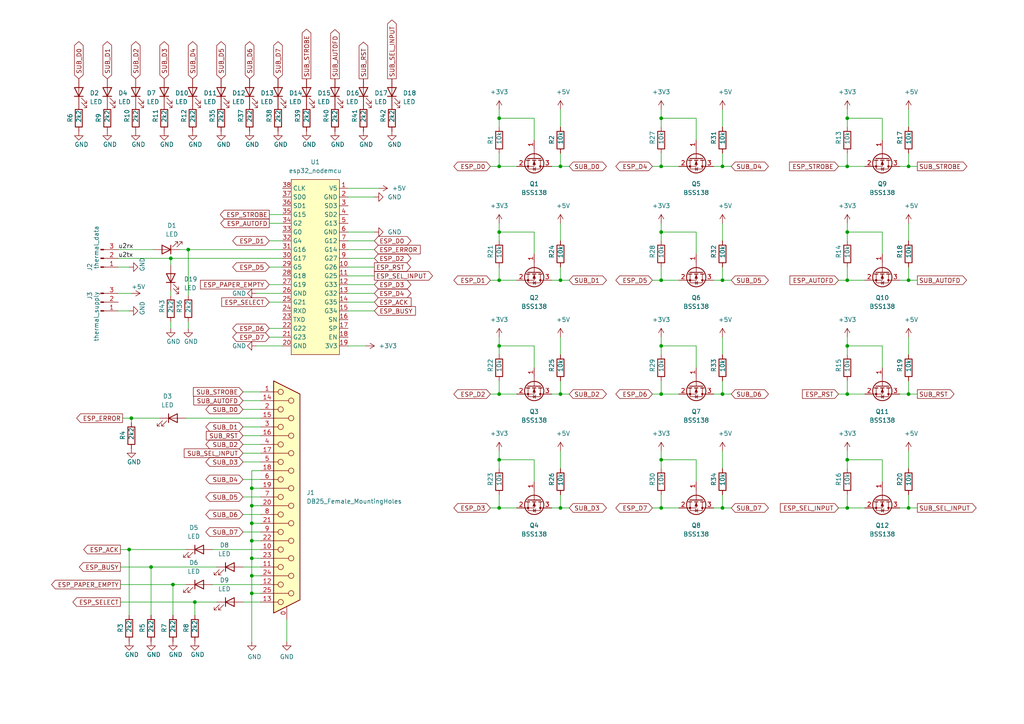
<source format=kicad_sch>
(kicad_sch (version 20211123) (generator eeschema)

  (uuid e63e39d7-6ac0-4ffd-8aa3-1841a4541b55)

  (paper "A4")

  

  (junction (at 144.78 100.33) (diameter 0) (color 0 0 0 0)
    (uuid 1077076a-9dcb-4650-a0af-b4f4cd148e01)
  )
  (junction (at 73.025 141.605) (diameter 0) (color 0 0 0 0)
    (uuid 11201b9f-4931-4871-bce7-aa6ae6a12a3e)
  )
  (junction (at 38.1 121.285) (diameter 0) (color 0 0 0 0)
    (uuid 114937ec-b5da-4663-83d8-a883711ea135)
  )
  (junction (at 191.77 34.29) (diameter 0) (color 0 0 0 0)
    (uuid 1186ca23-ae61-49b1-8259-80b426349bba)
  )
  (junction (at 144.78 34.29) (diameter 0) (color 0 0 0 0)
    (uuid 12780486-c5af-4211-9713-fcd71065602f)
  )
  (junction (at 73.025 151.765) (diameter 0) (color 0 0 0 0)
    (uuid 1c324a33-7a3c-4563-8bd2-de199b7d5d02)
  )
  (junction (at 144.78 114.3) (diameter 0) (color 0 0 0 0)
    (uuid 1f7129b5-6b26-46f2-b0aa-42b1377d8507)
  )
  (junction (at 245.745 67.31) (diameter 0) (color 0 0 0 0)
    (uuid 2069efd5-385f-4168-9bd7-8b76aecc50be)
  )
  (junction (at 209.55 114.3) (diameter 0) (color 0 0 0 0)
    (uuid 26081fb7-2f2c-4e79-b62c-393a6550d362)
  )
  (junction (at 162.56 48.26) (diameter 0) (color 0 0 0 0)
    (uuid 336f68c3-5bc1-4e1f-a75c-df55646ecc8c)
  )
  (junction (at 245.745 133.35) (diameter 0) (color 0 0 0 0)
    (uuid 3a928463-219a-4782-9358-333bdce63407)
  )
  (junction (at 144.78 67.31) (diameter 0) (color 0 0 0 0)
    (uuid 3ef5ad10-7609-4644-9837-bea6b5ae75e7)
  )
  (junction (at 209.55 147.32) (diameter 0) (color 0 0 0 0)
    (uuid 40bfa8bb-e2c2-44e1-833c-0db028789fc9)
  )
  (junction (at 43.815 164.465) (diameter 0) (color 0 0 0 0)
    (uuid 4258a019-49d9-4118-9b00-999d0ac8ce79)
  )
  (junction (at 162.56 147.32) (diameter 0) (color 0 0 0 0)
    (uuid 47717ea1-ea4c-46d4-a29b-4d2893c76cc3)
  )
  (junction (at 73.025 156.845) (diameter 0) (color 0 0 0 0)
    (uuid 4e47cbff-d8d6-47eb-ae4b-5296733a4181)
  )
  (junction (at 245.745 81.28) (diameter 0) (color 0 0 0 0)
    (uuid 4ed3a6d4-8072-4ab4-b986-b712a45830ca)
  )
  (junction (at 191.77 147.32) (diameter 0) (color 0 0 0 0)
    (uuid 5f420fd1-b2ea-4f80-9c7a-512fc15e5d66)
  )
  (junction (at 73.025 161.925) (diameter 0) (color 0 0 0 0)
    (uuid 62a41f8d-35d2-4907-9bb4-38c23dc2dfa7)
  )
  (junction (at 144.78 133.35) (diameter 0) (color 0 0 0 0)
    (uuid 6301399a-2c63-451c-8b23-f85b52ecb061)
  )
  (junction (at 144.78 147.32) (diameter 0) (color 0 0 0 0)
    (uuid 64e135c1-5330-445d-9943-cf6bfdd2c9dc)
  )
  (junction (at 245.745 48.26) (diameter 0) (color 0 0 0 0)
    (uuid 65664ca3-c633-41e4-8efb-d227f2bd328d)
  )
  (junction (at 50.165 169.545) (diameter 0) (color 0 0 0 0)
    (uuid 6f9fc134-dd65-48a5-8f99-00789de87c61)
  )
  (junction (at 263.525 147.32) (diameter 0) (color 0 0 0 0)
    (uuid 7920e488-d7f9-4474-8e8a-0ed17d3dfa6b)
  )
  (junction (at 263.525 48.26) (diameter 0) (color 0 0 0 0)
    (uuid 7966529e-d877-403e-b4db-93da2b109b99)
  )
  (junction (at 263.525 81.28) (diameter 0) (color 0 0 0 0)
    (uuid 796e54fc-f5c8-4ddc-b43d-d886c692fcc3)
  )
  (junction (at 245.745 100.33) (diameter 0) (color 0 0 0 0)
    (uuid 7bdb20d0-ce7a-4b8b-abb7-7f31aa977cff)
  )
  (junction (at 263.525 114.3) (diameter 0) (color 0 0 0 0)
    (uuid 7d501351-ed4c-4460-aed3-f0a90a8c0177)
  )
  (junction (at 191.77 114.3) (diameter 0) (color 0 0 0 0)
    (uuid 7faa13fb-dbb6-4c5e-b282-d6d6970bbe51)
  )
  (junction (at 73.025 167.005) (diameter 0) (color 0 0 0 0)
    (uuid 860466e6-f093-4785-a2f8-516b59e76148)
  )
  (junction (at 191.77 48.26) (diameter 0) (color 0 0 0 0)
    (uuid 8987cdc0-ec41-4332-a209-25e381f130cf)
  )
  (junction (at 191.77 133.35) (diameter 0) (color 0 0 0 0)
    (uuid 99443fba-b104-4769-88b5-51f2b81b1867)
  )
  (junction (at 73.025 146.685) (diameter 0) (color 0 0 0 0)
    (uuid 9ba21421-3197-452b-8640-be80f1bc75bc)
  )
  (junction (at 54.61 72.39) (diameter 0) (color 0 0 0 0)
    (uuid 9c79ea1f-06f8-4816-a208-ba16ebbe8e1b)
  )
  (junction (at 191.77 81.28) (diameter 0) (color 0 0 0 0)
    (uuid 9e36496f-da06-4654-a9df-77160055bd33)
  )
  (junction (at 162.56 114.3) (diameter 0) (color 0 0 0 0)
    (uuid a2ed9fef-b40a-4e92-9fc3-f958beb0d62c)
  )
  (junction (at 144.78 81.28) (diameter 0) (color 0 0 0 0)
    (uuid a5415804-d6f6-4d63-9629-ca839873754c)
  )
  (junction (at 73.025 172.085) (diameter 0) (color 0 0 0 0)
    (uuid af63e6d1-886f-4f22-95df-2b03cf34e3ec)
  )
  (junction (at 37.465 159.385) (diameter 0) (color 0 0 0 0)
    (uuid b56b32aa-99dc-4596-8671-e46ab4633def)
  )
  (junction (at 245.745 114.3) (diameter 0) (color 0 0 0 0)
    (uuid ba8ee4c7-b271-46ef-a589-2e269867009b)
  )
  (junction (at 245.745 147.32) (diameter 0) (color 0 0 0 0)
    (uuid c22a8850-2ad2-43b1-9db1-bc22e5fa1f07)
  )
  (junction (at 162.56 81.28) (diameter 0) (color 0 0 0 0)
    (uuid cbf143c6-0f25-4712-b838-28a9e35c1c2f)
  )
  (junction (at 209.55 48.26) (diameter 0) (color 0 0 0 0)
    (uuid d1065bfa-c07a-4861-8334-22929e6deef0)
  )
  (junction (at 245.745 34.29) (diameter 0) (color 0 0 0 0)
    (uuid d976d206-793a-44b0-b63c-fe03e18d6f2b)
  )
  (junction (at 144.78 48.26) (diameter 0) (color 0 0 0 0)
    (uuid e2b1d306-e900-4a84-8e9f-0ff83897586d)
  )
  (junction (at 191.77 67.31) (diameter 0) (color 0 0 0 0)
    (uuid e72ea2f4-6645-4d3b-946e-06bed37d3af8)
  )
  (junction (at 56.515 174.625) (diameter 0) (color 0 0 0 0)
    (uuid eed043e2-cfdf-4f9c-98ba-e9e8b3fbfcdd)
  )
  (junction (at 209.55 81.28) (diameter 0) (color 0 0 0 0)
    (uuid f725cab3-576c-48d3-8762-1fdf7ac92a72)
  )
  (junction (at 191.77 100.33) (diameter 0) (color 0 0 0 0)
    (uuid f7ed92f0-72b3-4995-bce1-d837064d126f)
  )
  (junction (at 49.53 74.93) (diameter 0) (color 0 0 0 0)
    (uuid f9c95c87-af03-4772-9c97-89d4741d3d24)
  )

  (wire (pts (xy 142.24 147.32) (xy 144.78 147.32))
    (stroke (width 0) (type default) (color 0 0 0 0))
    (uuid 00c46b0f-35b8-43f5-8396-30430e4668b6)
  )
  (wire (pts (xy 70.485 123.825) (xy 75.565 123.825))
    (stroke (width 0) (type default) (color 0 0 0 0))
    (uuid 01160445-31d0-4569-af9e-5f987a7c13f2)
  )
  (wire (pts (xy 201.93 40.64) (xy 201.93 34.29))
    (stroke (width 0) (type default) (color 0 0 0 0))
    (uuid 03557d47-a891-404d-a7a4-8d5f19ae833a)
  )
  (wire (pts (xy 191.77 67.31) (xy 201.93 67.31))
    (stroke (width 0) (type default) (color 0 0 0 0))
    (uuid 045a9b60-0cd6-443e-b176-c12bd80b6674)
  )
  (wire (pts (xy 207.01 48.26) (xy 209.55 48.26))
    (stroke (width 0) (type default) (color 0 0 0 0))
    (uuid 045fea66-05ce-420e-9123-ac501ce13807)
  )
  (wire (pts (xy 53.975 121.285) (xy 75.565 121.285))
    (stroke (width 0) (type default) (color 0 0 0 0))
    (uuid 0498655a-2388-4c63-9606-f730d218c6e4)
  )
  (wire (pts (xy 191.77 133.35) (xy 191.77 135.89))
    (stroke (width 0) (type default) (color 0 0 0 0))
    (uuid 088e20b5-197c-4f17-bc3a-57390f43c78f)
  )
  (wire (pts (xy 245.745 31.75) (xy 245.745 34.29))
    (stroke (width 0) (type default) (color 0 0 0 0))
    (uuid 0a8ef8de-0480-42b1-9fea-e2eb8cdab397)
  )
  (wire (pts (xy 191.77 100.33) (xy 201.93 100.33))
    (stroke (width 0) (type default) (color 0 0 0 0))
    (uuid 0b8ca0bd-83c8-48d1-9888-03f74faac81e)
  )
  (wire (pts (xy 162.56 147.32) (xy 165.1 147.32))
    (stroke (width 0) (type default) (color 0 0 0 0))
    (uuid 0cada556-0384-4ca4-b08c-3b5af746fcea)
  )
  (wire (pts (xy 191.77 97.79) (xy 191.77 100.33))
    (stroke (width 0) (type default) (color 0 0 0 0))
    (uuid 0e9a433d-57ab-4200-ba54-69faf6011b90)
  )
  (wire (pts (xy 34.29 72.39) (xy 44.45 72.39))
    (stroke (width 0) (type default) (color 0 0 0 0))
    (uuid 116b341d-d92a-4047-bf28-668722c5339b)
  )
  (wire (pts (xy 263.525 64.77) (xy 263.525 69.85))
    (stroke (width 0) (type default) (color 0 0 0 0))
    (uuid 15330dd7-531c-4792-a316-f5c8fa1533d8)
  )
  (wire (pts (xy 160.02 81.28) (xy 162.56 81.28))
    (stroke (width 0) (type default) (color 0 0 0 0))
    (uuid 1590fcea-ef29-415a-9eb5-e490f6bbafce)
  )
  (wire (pts (xy 38.1 121.285) (xy 46.355 121.285))
    (stroke (width 0) (type default) (color 0 0 0 0))
    (uuid 15eab3ac-3294-48ae-a090-d6f2fa510d93)
  )
  (wire (pts (xy 162.56 114.3) (xy 165.1 114.3))
    (stroke (width 0) (type default) (color 0 0 0 0))
    (uuid 173877ff-f9d2-4bd5-8e92-7abcd779b060)
  )
  (wire (pts (xy 207.01 81.28) (xy 209.55 81.28))
    (stroke (width 0) (type default) (color 0 0 0 0))
    (uuid 174d32ec-123e-4f72-b0cb-df5338ef6ccb)
  )
  (wire (pts (xy 160.02 48.26) (xy 162.56 48.26))
    (stroke (width 0) (type default) (color 0 0 0 0))
    (uuid 17ed9d2b-a14b-47bd-8b7d-54de8d81fc31)
  )
  (wire (pts (xy 201.93 73.66) (xy 201.93 67.31))
    (stroke (width 0) (type default) (color 0 0 0 0))
    (uuid 1bd8ecee-65bc-4ef0-9205-c037af7d342d)
  )
  (wire (pts (xy 144.78 97.79) (xy 144.78 100.33))
    (stroke (width 0) (type default) (color 0 0 0 0))
    (uuid 1bf148bc-1a5a-470c-bb2d-8a5629b319a2)
  )
  (wire (pts (xy 255.905 40.64) (xy 255.905 34.29))
    (stroke (width 0) (type default) (color 0 0 0 0))
    (uuid 1d4a527d-f9df-4e81-9a34-81516f70a85e)
  )
  (wire (pts (xy 50.165 169.545) (xy 50.165 178.435))
    (stroke (width 0) (type default) (color 0 0 0 0))
    (uuid 1e2312cd-1e88-469a-b7b9-59d7062ba5a2)
  )
  (wire (pts (xy 245.745 97.79) (xy 245.745 100.33))
    (stroke (width 0) (type default) (color 0 0 0 0))
    (uuid 1f12161d-1681-452f-a9e2-db0d275625e2)
  )
  (wire (pts (xy 144.78 110.49) (xy 144.78 114.3))
    (stroke (width 0) (type default) (color 0 0 0 0))
    (uuid 2049c6e6-f908-4743-af75-ef4b43bc46ae)
  )
  (wire (pts (xy 70.485 139.065) (xy 75.565 139.065))
    (stroke (width 0) (type default) (color 0 0 0 0))
    (uuid 21a69436-9fbe-4001-bf2e-bab3375fc389)
  )
  (wire (pts (xy 70.485 164.465) (xy 75.565 164.465))
    (stroke (width 0) (type default) (color 0 0 0 0))
    (uuid 2464cd14-0d90-46a9-82a0-c8e5a1e02ac0)
  )
  (wire (pts (xy 263.525 97.79) (xy 263.525 102.87))
    (stroke (width 0) (type default) (color 0 0 0 0))
    (uuid 266312e4-ff6f-4104-8a81-967eb5be8a99)
  )
  (wire (pts (xy 75.565 141.605) (xy 73.025 141.605))
    (stroke (width 0) (type default) (color 0 0 0 0))
    (uuid 26ba1a51-18ea-48d2-aeb7-2aef58f0ba7d)
  )
  (wire (pts (xy 263.525 143.51) (xy 263.525 147.32))
    (stroke (width 0) (type default) (color 0 0 0 0))
    (uuid 27b75b4f-5632-48d8-bb3a-6fc50bc72ad8)
  )
  (wire (pts (xy 162.56 143.51) (xy 162.56 147.32))
    (stroke (width 0) (type default) (color 0 0 0 0))
    (uuid 29c05aa4-d4e2-4af1-a60e-827ca668e338)
  )
  (wire (pts (xy 144.78 100.33) (xy 144.78 102.87))
    (stroke (width 0) (type default) (color 0 0 0 0))
    (uuid 2ccb7987-bebd-4b5f-b000-7aca923e342c)
  )
  (wire (pts (xy 191.77 100.33) (xy 191.77 102.87))
    (stroke (width 0) (type default) (color 0 0 0 0))
    (uuid 2cd7ca76-10ea-495c-8b0e-f99be9a4c47a)
  )
  (wire (pts (xy 78.105 82.55) (xy 81.915 82.55))
    (stroke (width 0) (type default) (color 0 0 0 0))
    (uuid 2d369b71-228f-48db-824e-e1a9f330d29f)
  )
  (wire (pts (xy 245.745 44.45) (xy 245.745 48.26))
    (stroke (width 0) (type default) (color 0 0 0 0))
    (uuid 2e5d65de-a55b-4f3d-b9a6-1695937bacfe)
  )
  (wire (pts (xy 201.93 106.68) (xy 201.93 100.33))
    (stroke (width 0) (type default) (color 0 0 0 0))
    (uuid 2e60be2e-025f-48f0-af80-60ab4f722280)
  )
  (wire (pts (xy 191.77 34.29) (xy 201.93 34.29))
    (stroke (width 0) (type default) (color 0 0 0 0))
    (uuid 31451e81-45fe-46bd-9a55-3bc22ab1357d)
  )
  (wire (pts (xy 160.02 147.32) (xy 162.56 147.32))
    (stroke (width 0) (type default) (color 0 0 0 0))
    (uuid 31c5c961-a89b-447c-b4a8-65ead2492862)
  )
  (wire (pts (xy 144.78 34.29) (xy 154.94 34.29))
    (stroke (width 0) (type default) (color 0 0 0 0))
    (uuid 322d50be-dee2-4770-afa1-00277a551fcc)
  )
  (wire (pts (xy 209.55 81.28) (xy 212.09 81.28))
    (stroke (width 0) (type default) (color 0 0 0 0))
    (uuid 33c88ef3-78a7-401d-ac26-28e13ab6e406)
  )
  (wire (pts (xy 144.78 77.47) (xy 144.78 81.28))
    (stroke (width 0) (type default) (color 0 0 0 0))
    (uuid 34af09ec-2b8e-4c36-a6d7-2c62515a05bc)
  )
  (wire (pts (xy 70.485 133.985) (xy 75.565 133.985))
    (stroke (width 0) (type default) (color 0 0 0 0))
    (uuid 37f80ae4-9caa-4662-9923-93f99cfc60ee)
  )
  (wire (pts (xy 209.55 44.45) (xy 209.55 48.26))
    (stroke (width 0) (type default) (color 0 0 0 0))
    (uuid 3ac9e7c5-98f3-43c7-9393-e132bff82ec3)
  )
  (wire (pts (xy 191.77 81.28) (xy 196.85 81.28))
    (stroke (width 0) (type default) (color 0 0 0 0))
    (uuid 3ad155be-7ae1-43f4-ad81-ba251d24ee75)
  )
  (wire (pts (xy 255.905 73.66) (xy 255.905 67.31))
    (stroke (width 0) (type default) (color 0 0 0 0))
    (uuid 3bd5d4f5-2b62-45b8-a09c-27ba51cbdf7c)
  )
  (wire (pts (xy 191.77 143.51) (xy 191.77 147.32))
    (stroke (width 0) (type default) (color 0 0 0 0))
    (uuid 3cff8b39-1ab6-4194-b739-bc25209e3315)
  )
  (wire (pts (xy 34.925 159.385) (xy 37.465 159.385))
    (stroke (width 0) (type default) (color 0 0 0 0))
    (uuid 3d0310a9-d411-4a19-93f8-a627cbe4dec7)
  )
  (wire (pts (xy 34.925 164.465) (xy 43.815 164.465))
    (stroke (width 0) (type default) (color 0 0 0 0))
    (uuid 3dc5b35a-8c8b-49f2-9977-cf3f70df454b)
  )
  (wire (pts (xy 144.78 114.3) (xy 149.86 114.3))
    (stroke (width 0) (type default) (color 0 0 0 0))
    (uuid 3f3a59e3-e03d-4fb8-92c7-af1959913dd6)
  )
  (wire (pts (xy 100.965 85.09) (xy 108.585 85.09))
    (stroke (width 0) (type default) (color 0 0 0 0))
    (uuid 3fe7df5f-02f8-496a-9155-00bb0012b3c3)
  )
  (wire (pts (xy 245.745 133.35) (xy 245.745 135.89))
    (stroke (width 0) (type default) (color 0 0 0 0))
    (uuid 426f4f72-1285-4e0b-b712-8e10ab43a063)
  )
  (wire (pts (xy 73.025 161.925) (xy 73.025 167.005))
    (stroke (width 0) (type default) (color 0 0 0 0))
    (uuid 433e2984-c999-47e5-95fc-109013234d70)
  )
  (wire (pts (xy 144.78 147.32) (xy 149.86 147.32))
    (stroke (width 0) (type default) (color 0 0 0 0))
    (uuid 43e08195-9561-4e68-bdcd-013d660528d5)
  )
  (wire (pts (xy 70.485 154.305) (xy 75.565 154.305))
    (stroke (width 0) (type default) (color 0 0 0 0))
    (uuid 497c38e8-8908-4ecd-9fbb-f149f7f28fe8)
  )
  (wire (pts (xy 49.53 95.25) (xy 49.53 93.345))
    (stroke (width 0) (type default) (color 0 0 0 0))
    (uuid 4a45ef5c-397e-4caf-9c95-5977b158ed42)
  )
  (wire (pts (xy 100.965 74.93) (xy 108.585 74.93))
    (stroke (width 0) (type default) (color 0 0 0 0))
    (uuid 4b669710-bcb7-4352-830a-0f9c188248fb)
  )
  (wire (pts (xy 75.565 151.765) (xy 73.025 151.765))
    (stroke (width 0) (type default) (color 0 0 0 0))
    (uuid 4c1ad117-2a98-4a95-9b36-171bd96e66a7)
  )
  (wire (pts (xy 243.205 81.28) (xy 245.745 81.28))
    (stroke (width 0) (type default) (color 0 0 0 0))
    (uuid 4dbada48-25a7-4d0e-8296-52e9a5f9ead1)
  )
  (wire (pts (xy 70.485 128.905) (xy 75.565 128.905))
    (stroke (width 0) (type default) (color 0 0 0 0))
    (uuid 4dc59311-c857-44fb-aa34-67d8c5a3cd67)
  )
  (wire (pts (xy 209.55 110.49) (xy 209.55 114.3))
    (stroke (width 0) (type default) (color 0 0 0 0))
    (uuid 4f18fca9-d653-4b1e-a486-d7c394f8db84)
  )
  (wire (pts (xy 100.965 69.85) (xy 108.585 69.85))
    (stroke (width 0) (type default) (color 0 0 0 0))
    (uuid 51e4ef01-53c4-4cd3-b297-c22bb3495bb4)
  )
  (wire (pts (xy 78.105 62.23) (xy 81.915 62.23))
    (stroke (width 0) (type default) (color 0 0 0 0))
    (uuid 543341c8-57ad-4f15-9fca-7c544c73daaa)
  )
  (wire (pts (xy 144.78 64.77) (xy 144.78 67.31))
    (stroke (width 0) (type default) (color 0 0 0 0))
    (uuid 548847a1-7340-4aea-a286-339045034bef)
  )
  (wire (pts (xy 263.525 147.32) (xy 266.065 147.32))
    (stroke (width 0) (type default) (color 0 0 0 0))
    (uuid 54d1c564-35d6-4bfa-bc72-f744dcfac26a)
  )
  (wire (pts (xy 209.55 77.47) (xy 209.55 81.28))
    (stroke (width 0) (type default) (color 0 0 0 0))
    (uuid 56aa5735-2136-4f6f-a576-2b4efa98a151)
  )
  (wire (pts (xy 154.94 40.64) (xy 154.94 34.29))
    (stroke (width 0) (type default) (color 0 0 0 0))
    (uuid 56ab93af-f242-484c-84b7-e1e04673efaa)
  )
  (wire (pts (xy 61.595 159.385) (xy 75.565 159.385))
    (stroke (width 0) (type default) (color 0 0 0 0))
    (uuid 58da0f87-6ddc-4b67-a0a0-92ea630e4e2a)
  )
  (wire (pts (xy 37.465 159.385) (xy 53.975 159.385))
    (stroke (width 0) (type default) (color 0 0 0 0))
    (uuid 58e34eff-ec18-4637-a1fa-1296cfadf284)
  )
  (wire (pts (xy 260.985 147.32) (xy 263.525 147.32))
    (stroke (width 0) (type default) (color 0 0 0 0))
    (uuid 59645bbf-44a4-4d38-bfcc-ac8f91e8949f)
  )
  (wire (pts (xy 245.745 48.26) (xy 250.825 48.26))
    (stroke (width 0) (type default) (color 0 0 0 0))
    (uuid 597d2711-4f75-4eb4-b95f-2c4c58b9e285)
  )
  (wire (pts (xy 70.485 149.225) (xy 75.565 149.225))
    (stroke (width 0) (type default) (color 0 0 0 0))
    (uuid 5bdb05c7-9f82-4d0e-9bf9-bb902e45e541)
  )
  (wire (pts (xy 245.745 34.29) (xy 255.905 34.29))
    (stroke (width 0) (type default) (color 0 0 0 0))
    (uuid 5f408552-6378-4f3f-a542-ca0ba204b1e7)
  )
  (wire (pts (xy 37.465 77.47) (xy 34.29 77.47))
    (stroke (width 0) (type default) (color 0 0 0 0))
    (uuid 601629bc-9047-43f0-a1a7-70b6845c984c)
  )
  (wire (pts (xy 75.565 156.845) (xy 73.025 156.845))
    (stroke (width 0) (type default) (color 0 0 0 0))
    (uuid 61651aea-60bb-4b83-a788-60a341f25f08)
  )
  (wire (pts (xy 189.23 48.26) (xy 191.77 48.26))
    (stroke (width 0) (type default) (color 0 0 0 0))
    (uuid 618c20e3-613d-4318-8970-afde5d2eb9d8)
  )
  (wire (pts (xy 50.165 169.545) (xy 53.975 169.545))
    (stroke (width 0) (type default) (color 0 0 0 0))
    (uuid 63b78d21-0bda-466d-9e7a-26907ef523a8)
  )
  (wire (pts (xy 154.94 73.66) (xy 154.94 67.31))
    (stroke (width 0) (type default) (color 0 0 0 0))
    (uuid 652488ab-85ef-4ae9-a1bc-a90e4062a632)
  )
  (wire (pts (xy 74.295 85.09) (xy 81.915 85.09))
    (stroke (width 0) (type default) (color 0 0 0 0))
    (uuid 6579f15a-2e29-442e-9d7e-82c0ea81c3c7)
  )
  (wire (pts (xy 78.105 95.25) (xy 81.915 95.25))
    (stroke (width 0) (type default) (color 0 0 0 0))
    (uuid 669834b6-a036-43bd-a776-dc3f5987b76b)
  )
  (wire (pts (xy 75.565 167.005) (xy 73.025 167.005))
    (stroke (width 0) (type default) (color 0 0 0 0))
    (uuid 6718042a-8b95-485b-942a-ee4fb80c58e3)
  )
  (wire (pts (xy 73.025 186.055) (xy 73.025 172.085))
    (stroke (width 0) (type default) (color 0 0 0 0))
    (uuid 6751c512-510b-4905-8bca-e77b126c4fc2)
  )
  (wire (pts (xy 56.515 174.625) (xy 62.865 174.625))
    (stroke (width 0) (type default) (color 0 0 0 0))
    (uuid 68936cfc-8ac7-4be9-99d1-ddd6511893d8)
  )
  (wire (pts (xy 100.965 77.47) (xy 108.585 77.47))
    (stroke (width 0) (type default) (color 0 0 0 0))
    (uuid 6896f322-7b81-465a-8ce5-0ada2f02837c)
  )
  (wire (pts (xy 209.55 31.75) (xy 209.55 36.83))
    (stroke (width 0) (type default) (color 0 0 0 0))
    (uuid 695645b9-0b6e-4389-90e5-c03cf06ac877)
  )
  (wire (pts (xy 162.56 44.45) (xy 162.56 48.26))
    (stroke (width 0) (type default) (color 0 0 0 0))
    (uuid 6978b1d0-b41f-466d-a690-1cefeb89ccaf)
  )
  (wire (pts (xy 70.485 144.145) (xy 75.565 144.145))
    (stroke (width 0) (type default) (color 0 0 0 0))
    (uuid 69cb2b29-b8ee-44f6-991a-1b1d313a66ab)
  )
  (wire (pts (xy 144.78 100.33) (xy 154.94 100.33))
    (stroke (width 0) (type default) (color 0 0 0 0))
    (uuid 69f1793a-e279-4cef-9a40-84e92942a146)
  )
  (wire (pts (xy 162.56 81.28) (xy 165.1 81.28))
    (stroke (width 0) (type default) (color 0 0 0 0))
    (uuid 6c9c1de6-17ad-4261-b965-644ecb3b4ab0)
  )
  (wire (pts (xy 34.925 169.545) (xy 50.165 169.545))
    (stroke (width 0) (type default) (color 0 0 0 0))
    (uuid 6d7a856c-a1c7-47a2-8a1d-5358b0e1ef83)
  )
  (wire (pts (xy 207.01 114.3) (xy 209.55 114.3))
    (stroke (width 0) (type default) (color 0 0 0 0))
    (uuid 703d0c53-ac27-4bd6-a4ee-89c236a3c787)
  )
  (wire (pts (xy 263.525 114.3) (xy 266.065 114.3))
    (stroke (width 0) (type default) (color 0 0 0 0))
    (uuid 741e1010-1fe3-4497-b70e-948e95a76839)
  )
  (wire (pts (xy 260.985 48.26) (xy 263.525 48.26))
    (stroke (width 0) (type default) (color 0 0 0 0))
    (uuid 7518a647-6e57-4039-9371-ae28a658e52f)
  )
  (wire (pts (xy 209.55 114.3) (xy 212.09 114.3))
    (stroke (width 0) (type default) (color 0 0 0 0))
    (uuid 7521e9ba-0b72-4c44-9b67-1d06169b5de8)
  )
  (wire (pts (xy 263.525 44.45) (xy 263.525 48.26))
    (stroke (width 0) (type default) (color 0 0 0 0))
    (uuid 79d6532b-4045-4bbb-9a8c-4aa554c0f2b2)
  )
  (wire (pts (xy 263.525 130.81) (xy 263.525 135.89))
    (stroke (width 0) (type default) (color 0 0 0 0))
    (uuid 7aa3cbfd-6d2f-42b5-86e3-c6a45fe35235)
  )
  (wire (pts (xy 162.56 97.79) (xy 162.56 102.87))
    (stroke (width 0) (type default) (color 0 0 0 0))
    (uuid 7be61cb4-f487-43d1-acfa-a0bbe2786395)
  )
  (wire (pts (xy 49.53 74.93) (xy 49.53 76.835))
    (stroke (width 0) (type default) (color 0 0 0 0))
    (uuid 7e3d7c94-ac30-4b08-876b-8cb02ff13be5)
  )
  (wire (pts (xy 245.745 34.29) (xy 245.745 36.83))
    (stroke (width 0) (type default) (color 0 0 0 0))
    (uuid 817076cc-701e-4a8c-be51-f35efa54f1d8)
  )
  (wire (pts (xy 245.745 100.33) (xy 255.905 100.33))
    (stroke (width 0) (type default) (color 0 0 0 0))
    (uuid 81f38c4a-6673-4ab0-85ed-e33a940a4080)
  )
  (wire (pts (xy 34.29 90.17) (xy 37.465 90.17))
    (stroke (width 0) (type default) (color 0 0 0 0))
    (uuid 85f8a75c-427e-490d-8dff-9b2d1e1f0d83)
  )
  (wire (pts (xy 191.77 48.26) (xy 196.85 48.26))
    (stroke (width 0) (type default) (color 0 0 0 0))
    (uuid 887152e9-34bf-405a-952f-405b971c4947)
  )
  (wire (pts (xy 207.01 147.32) (xy 209.55 147.32))
    (stroke (width 0) (type default) (color 0 0 0 0))
    (uuid 897fe87e-ccba-4899-90d9-9dfd4a96d3ac)
  )
  (wire (pts (xy 56.515 174.625) (xy 56.515 178.435))
    (stroke (width 0) (type default) (color 0 0 0 0))
    (uuid 8baa20f8-fc8e-4e70-9a4e-fb09942b9365)
  )
  (wire (pts (xy 209.55 64.77) (xy 209.55 69.85))
    (stroke (width 0) (type default) (color 0 0 0 0))
    (uuid 8c5693a1-0b1b-4210-a1d6-2a3be70d7b03)
  )
  (wire (pts (xy 245.745 100.33) (xy 245.745 102.87))
    (stroke (width 0) (type default) (color 0 0 0 0))
    (uuid 8eef01fb-7cf9-4375-bb66-ee6499dbe0c4)
  )
  (wire (pts (xy 162.56 64.77) (xy 162.56 69.85))
    (stroke (width 0) (type default) (color 0 0 0 0))
    (uuid 8f666d5a-3517-48fd-959e-f8ff8edcfec7)
  )
  (wire (pts (xy 142.24 81.28) (xy 144.78 81.28))
    (stroke (width 0) (type default) (color 0 0 0 0))
    (uuid 8fad55f4-a72a-4728-9d6e-1be5067564f8)
  )
  (wire (pts (xy 73.025 151.765) (xy 73.025 156.845))
    (stroke (width 0) (type default) (color 0 0 0 0))
    (uuid 8fd4db93-2b11-47a0-a39c-83f58a310aca)
  )
  (wire (pts (xy 144.78 130.81) (xy 144.78 133.35))
    (stroke (width 0) (type default) (color 0 0 0 0))
    (uuid 8ff11eb5-9e31-4103-860b-77826f1cea10)
  )
  (wire (pts (xy 73.025 167.005) (xy 73.025 172.085))
    (stroke (width 0) (type default) (color 0 0 0 0))
    (uuid 904cb574-0292-4a5b-a8b1-b79a7142e07c)
  )
  (wire (pts (xy 245.745 110.49) (xy 245.745 114.3))
    (stroke (width 0) (type default) (color 0 0 0 0))
    (uuid 9067026d-d6a3-4952-84cb-ab344368718c)
  )
  (wire (pts (xy 260.985 81.28) (xy 263.525 81.28))
    (stroke (width 0) (type default) (color 0 0 0 0))
    (uuid 90b4c91e-bfe8-4131-84e7-f0ad81926b16)
  )
  (wire (pts (xy 70.485 118.745) (xy 75.565 118.745))
    (stroke (width 0) (type default) (color 0 0 0 0))
    (uuid 9186a845-d6fb-436f-8663-43324367ac19)
  )
  (wire (pts (xy 191.77 64.77) (xy 191.77 67.31))
    (stroke (width 0) (type default) (color 0 0 0 0))
    (uuid 918f3ccc-2ec6-437d-a524-3e560f09aec9)
  )
  (wire (pts (xy 255.905 139.7) (xy 255.905 133.35))
    (stroke (width 0) (type default) (color 0 0 0 0))
    (uuid 91d87fe8-6058-4d86-8d84-0ceb68744b59)
  )
  (wire (pts (xy 144.78 34.29) (xy 144.78 36.83))
    (stroke (width 0) (type default) (color 0 0 0 0))
    (uuid 92b116a2-dfcd-469e-8885-c9b9c3bb935f)
  )
  (wire (pts (xy 263.525 81.28) (xy 266.065 81.28))
    (stroke (width 0) (type default) (color 0 0 0 0))
    (uuid 953b527f-8613-4aca-a565-9ee902e45f70)
  )
  (wire (pts (xy 191.77 130.81) (xy 191.77 133.35))
    (stroke (width 0) (type default) (color 0 0 0 0))
    (uuid 9569eb0c-5d53-44fa-a3ba-ba3d59b7958e)
  )
  (wire (pts (xy 243.205 48.26) (xy 245.745 48.26))
    (stroke (width 0) (type default) (color 0 0 0 0))
    (uuid 972c6132-ba97-401e-953d-5b7fd5e6104e)
  )
  (wire (pts (xy 245.745 133.35) (xy 255.905 133.35))
    (stroke (width 0) (type default) (color 0 0 0 0))
    (uuid 9798ed71-9c75-4d9c-b3e0-94b6d677c313)
  )
  (wire (pts (xy 54.61 93.345) (xy 54.61 95.25))
    (stroke (width 0) (type default) (color 0 0 0 0))
    (uuid 97da07d2-a107-40d4-bbec-771024d49f15)
  )
  (wire (pts (xy 201.93 139.7) (xy 201.93 133.35))
    (stroke (width 0) (type default) (color 0 0 0 0))
    (uuid 983cb590-2a6b-428e-a52b-0b68baa6aa63)
  )
  (wire (pts (xy 144.78 48.26) (xy 149.86 48.26))
    (stroke (width 0) (type default) (color 0 0 0 0))
    (uuid 994d6473-2120-4993-bce0-7e92935f98c6)
  )
  (wire (pts (xy 74.295 100.33) (xy 81.915 100.33))
    (stroke (width 0) (type default) (color 0 0 0 0))
    (uuid 9a65855f-2aaf-4d89-bc30-32eb09ee24e4)
  )
  (wire (pts (xy 100.965 82.55) (xy 108.585 82.55))
    (stroke (width 0) (type default) (color 0 0 0 0))
    (uuid 9b03a244-c796-442f-af8d-9364995ade7e)
  )
  (wire (pts (xy 263.525 77.47) (xy 263.525 81.28))
    (stroke (width 0) (type default) (color 0 0 0 0))
    (uuid 9c5b0cab-0dcb-4c15-9cd1-034e0a94d20c)
  )
  (wire (pts (xy 83.185 186.055) (xy 83.185 179.705))
    (stroke (width 0) (type default) (color 0 0 0 0))
    (uuid 9cc190a1-405a-43d4-9a14-91818dfb793d)
  )
  (wire (pts (xy 191.77 147.32) (xy 196.85 147.32))
    (stroke (width 0) (type default) (color 0 0 0 0))
    (uuid 9ef0320f-02c5-4710-ae48-b47f4e89c96b)
  )
  (wire (pts (xy 73.025 146.685) (xy 73.025 151.765))
    (stroke (width 0) (type default) (color 0 0 0 0))
    (uuid a1308808-cdbe-4eb4-82b9-f0a89be616e2)
  )
  (wire (pts (xy 70.485 126.365) (xy 75.565 126.365))
    (stroke (width 0) (type default) (color 0 0 0 0))
    (uuid a2be8f52-861e-4b38-bec6-2dc654a4fb2f)
  )
  (wire (pts (xy 34.29 85.09) (xy 38.1 85.09))
    (stroke (width 0) (type default) (color 0 0 0 0))
    (uuid a3468658-b862-4561-94a0-27482c003038)
  )
  (wire (pts (xy 144.78 31.75) (xy 144.78 34.29))
    (stroke (width 0) (type default) (color 0 0 0 0))
    (uuid a7651da6-9772-486c-a92a-de618a9f192d)
  )
  (wire (pts (xy 38.1 122.555) (xy 38.1 121.285))
    (stroke (width 0) (type default) (color 0 0 0 0))
    (uuid a7d5fc52-9a80-434b-83d9-d438727f2c65)
  )
  (wire (pts (xy 263.525 110.49) (xy 263.525 114.3))
    (stroke (width 0) (type default) (color 0 0 0 0))
    (uuid a7e83d94-f876-4143-aea7-0a906c6be660)
  )
  (wire (pts (xy 100.965 87.63) (xy 108.585 87.63))
    (stroke (width 0) (type default) (color 0 0 0 0))
    (uuid a7ef49ff-f44c-46b6-b6fb-277efbc24177)
  )
  (wire (pts (xy 142.24 48.26) (xy 144.78 48.26))
    (stroke (width 0) (type default) (color 0 0 0 0))
    (uuid a7fa1deb-2e7a-405e-a86f-54351a9c6bbe)
  )
  (wire (pts (xy 75.565 161.925) (xy 73.025 161.925))
    (stroke (width 0) (type default) (color 0 0 0 0))
    (uuid a87bd7cf-cb32-4c78-9ad0-c704976a41c8)
  )
  (wire (pts (xy 191.77 133.35) (xy 201.93 133.35))
    (stroke (width 0) (type default) (color 0 0 0 0))
    (uuid a8e2ae58-802b-4fa7-bdd7-a96981904d9a)
  )
  (wire (pts (xy 43.815 164.465) (xy 62.865 164.465))
    (stroke (width 0) (type default) (color 0 0 0 0))
    (uuid aaa8827c-b611-4473-b5f1-75dce796337c)
  )
  (wire (pts (xy 191.77 31.75) (xy 191.77 34.29))
    (stroke (width 0) (type default) (color 0 0 0 0))
    (uuid aae15d8f-f8bc-46b1-95cd-b38b35714a60)
  )
  (wire (pts (xy 75.565 136.525) (xy 73.025 136.525))
    (stroke (width 0) (type default) (color 0 0 0 0))
    (uuid adb45629-cf42-48f6-9fd6-28af97bde74d)
  )
  (wire (pts (xy 162.56 31.75) (xy 162.56 36.83))
    (stroke (width 0) (type default) (color 0 0 0 0))
    (uuid ae6d4ce5-87c1-4b51-809f-ba5e3f2e8969)
  )
  (wire (pts (xy 243.205 114.3) (xy 245.745 114.3))
    (stroke (width 0) (type default) (color 0 0 0 0))
    (uuid aebb332e-3610-4dbb-a511-f610986aa001)
  )
  (wire (pts (xy 34.925 174.625) (xy 56.515 174.625))
    (stroke (width 0) (type default) (color 0 0 0 0))
    (uuid aecdd041-1a2e-42f0-86a5-d0c75b1aaf08)
  )
  (wire (pts (xy 243.205 147.32) (xy 245.745 147.32))
    (stroke (width 0) (type default) (color 0 0 0 0))
    (uuid afa63e9c-2e1e-4682-b50f-ef6cc28bc90a)
  )
  (wire (pts (xy 100.965 57.15) (xy 108.585 57.15))
    (stroke (width 0) (type default) (color 0 0 0 0))
    (uuid b0143da6-f5f2-48bb-a096-488761ea4d87)
  )
  (wire (pts (xy 245.745 147.32) (xy 250.825 147.32))
    (stroke (width 0) (type default) (color 0 0 0 0))
    (uuid b18c6368-7495-4994-b680-d02ecb4ebfe8)
  )
  (wire (pts (xy 154.94 106.68) (xy 154.94 100.33))
    (stroke (width 0) (type default) (color 0 0 0 0))
    (uuid b23efded-4b06-4c7c-99d3-108eb3032aca)
  )
  (wire (pts (xy 52.07 72.39) (xy 54.61 72.39))
    (stroke (width 0) (type default) (color 0 0 0 0))
    (uuid b2425591-3a22-423a-bd4c-37d52f08d1c4)
  )
  (wire (pts (xy 54.61 72.39) (xy 81.915 72.39))
    (stroke (width 0) (type default) (color 0 0 0 0))
    (uuid b4b5787d-7d4c-4c1d-b902-9d646d8642ff)
  )
  (wire (pts (xy 78.105 77.47) (xy 81.915 77.47))
    (stroke (width 0) (type default) (color 0 0 0 0))
    (uuid b4ca16f9-e515-44e7-9cb3-a21c260849a5)
  )
  (wire (pts (xy 34.29 74.93) (xy 49.53 74.93))
    (stroke (width 0) (type default) (color 0 0 0 0))
    (uuid b75176b7-32a2-4190-bd50-05107a5b4be4)
  )
  (wire (pts (xy 209.55 147.32) (xy 212.09 147.32))
    (stroke (width 0) (type default) (color 0 0 0 0))
    (uuid b79f194d-a5ca-46ee-9ddb-9830ea2822e5)
  )
  (wire (pts (xy 162.56 48.26) (xy 165.1 48.26))
    (stroke (width 0) (type default) (color 0 0 0 0))
    (uuid b841dc30-2383-4194-8273-52f0c36686e5)
  )
  (wire (pts (xy 191.77 44.45) (xy 191.77 48.26))
    (stroke (width 0) (type default) (color 0 0 0 0))
    (uuid b848f995-7e48-4167-8eb0-e75b2f0f9d85)
  )
  (wire (pts (xy 245.745 67.31) (xy 245.745 69.85))
    (stroke (width 0) (type default) (color 0 0 0 0))
    (uuid b90ddac5-c775-486c-948f-e79f4ed25565)
  )
  (wire (pts (xy 43.815 164.465) (xy 43.815 178.435))
    (stroke (width 0) (type default) (color 0 0 0 0))
    (uuid b96a36f4-0836-4812-9b1e-01beb2be616d)
  )
  (wire (pts (xy 144.78 81.28) (xy 149.86 81.28))
    (stroke (width 0) (type default) (color 0 0 0 0))
    (uuid bb02897a-74ad-4243-9b12-bba004ccd35b)
  )
  (wire (pts (xy 144.78 133.35) (xy 154.94 133.35))
    (stroke (width 0) (type default) (color 0 0 0 0))
    (uuid bd31ac34-f60b-4b45-a7ab-24e84db91ba7)
  )
  (wire (pts (xy 49.53 74.93) (xy 81.915 74.93))
    (stroke (width 0) (type default) (color 0 0 0 0))
    (uuid bdab43fe-d3b3-4f9f-bd7b-23cf4814b1af)
  )
  (wire (pts (xy 54.61 72.39) (xy 54.61 85.725))
    (stroke (width 0) (type default) (color 0 0 0 0))
    (uuid bf0684ab-b322-4b31-ac20-21a318187ff6)
  )
  (wire (pts (xy 144.78 44.45) (xy 144.78 48.26))
    (stroke (width 0) (type default) (color 0 0 0 0))
    (uuid bfb3dc18-f9a7-4d43-a967-dcc4e75f56f4)
  )
  (wire (pts (xy 209.55 48.26) (xy 212.09 48.26))
    (stroke (width 0) (type default) (color 0 0 0 0))
    (uuid c2bb3a25-8b87-47dc-bcd3-029c9a04bde8)
  )
  (wire (pts (xy 70.485 131.445) (xy 75.565 131.445))
    (stroke (width 0) (type default) (color 0 0 0 0))
    (uuid c50ab80c-91f2-4684-b258-b8eb9b8d3fc5)
  )
  (wire (pts (xy 78.105 69.85) (xy 81.915 69.85))
    (stroke (width 0) (type default) (color 0 0 0 0))
    (uuid c6c14b54-6abe-456c-896c-cdd2e4605f2e)
  )
  (wire (pts (xy 100.965 80.01) (xy 108.585 80.01))
    (stroke (width 0) (type default) (color 0 0 0 0))
    (uuid c7b7986a-fd5d-47a1-8d4b-1f521eae2c91)
  )
  (wire (pts (xy 75.565 146.685) (xy 73.025 146.685))
    (stroke (width 0) (type default) (color 0 0 0 0))
    (uuid c83659f7-6657-4d8d-8102-e155ee7e7e91)
  )
  (wire (pts (xy 245.745 143.51) (xy 245.745 147.32))
    (stroke (width 0) (type default) (color 0 0 0 0))
    (uuid c95cb11b-b0dd-443c-846d-dfaebae67b4e)
  )
  (wire (pts (xy 189.23 81.28) (xy 191.77 81.28))
    (stroke (width 0) (type default) (color 0 0 0 0))
    (uuid c9dd0ed6-a396-4c43-aa08-f3c1ed5a35f4)
  )
  (wire (pts (xy 78.105 87.63) (xy 81.915 87.63))
    (stroke (width 0) (type default) (color 0 0 0 0))
    (uuid cb6da84b-0cfb-4e75-a825-4e3941126344)
  )
  (wire (pts (xy 154.94 139.7) (xy 154.94 133.35))
    (stroke (width 0) (type default) (color 0 0 0 0))
    (uuid cb81d2bb-e181-463f-bdc8-af33937ca52a)
  )
  (wire (pts (xy 100.965 72.39) (xy 108.585 72.39))
    (stroke (width 0) (type default) (color 0 0 0 0))
    (uuid cc3da781-f2a4-4ea2-a763-fe1a6a1fbb0a)
  )
  (wire (pts (xy 73.025 172.085) (xy 75.565 172.085))
    (stroke (width 0) (type default) (color 0 0 0 0))
    (uuid cc4250e3-fcb1-41f4-b51a-d256c2f0db96)
  )
  (wire (pts (xy 191.77 114.3) (xy 196.85 114.3))
    (stroke (width 0) (type default) (color 0 0 0 0))
    (uuid ccc4ab51-bb58-4f40-9c07-3b967189af14)
  )
  (wire (pts (xy 78.105 64.77) (xy 81.915 64.77))
    (stroke (width 0) (type default) (color 0 0 0 0))
    (uuid ce6ae5de-6c98-4036-bf7e-4010f34342dd)
  )
  (wire (pts (xy 100.965 67.31) (xy 108.585 67.31))
    (stroke (width 0) (type default) (color 0 0 0 0))
    (uuid d1267fbb-5cf6-4033-8ba0-64fb8eca701c)
  )
  (wire (pts (xy 49.53 84.455) (xy 49.53 85.725))
    (stroke (width 0) (type default) (color 0 0 0 0))
    (uuid d180d015-5062-431d-9282-02973de30a79)
  )
  (wire (pts (xy 245.745 130.81) (xy 245.745 133.35))
    (stroke (width 0) (type default) (color 0 0 0 0))
    (uuid d197431e-c012-4701-aa5f-63aa9370dfd6)
  )
  (wire (pts (xy 100.965 54.61) (xy 109.855 54.61))
    (stroke (width 0) (type default) (color 0 0 0 0))
    (uuid d1b1f6bf-44c0-4159-9ba3-0fedf1c605d4)
  )
  (wire (pts (xy 191.77 67.31) (xy 191.77 69.85))
    (stroke (width 0) (type default) (color 0 0 0 0))
    (uuid d21cc588-5265-41a0-a35b-186872f83159)
  )
  (wire (pts (xy 162.56 110.49) (xy 162.56 114.3))
    (stroke (width 0) (type default) (color 0 0 0 0))
    (uuid d28e7342-b70b-463c-84ff-046d60603e0f)
  )
  (wire (pts (xy 70.485 174.625) (xy 75.565 174.625))
    (stroke (width 0) (type default) (color 0 0 0 0))
    (uuid d3db4606-719e-47f3-820b-46c5eb2d4638)
  )
  (wire (pts (xy 245.745 77.47) (xy 245.745 81.28))
    (stroke (width 0) (type default) (color 0 0 0 0))
    (uuid d3dcf073-6b5b-4e5e-96ef-6d8389a29685)
  )
  (wire (pts (xy 191.77 34.29) (xy 191.77 36.83))
    (stroke (width 0) (type default) (color 0 0 0 0))
    (uuid d42cb032-5103-4868-ad43-e9ed0917ee4a)
  )
  (wire (pts (xy 245.745 67.31) (xy 255.905 67.31))
    (stroke (width 0) (type default) (color 0 0 0 0))
    (uuid d58c4164-b9a9-4a47-a31e-dd14a8fc5977)
  )
  (wire (pts (xy 144.78 133.35) (xy 144.78 135.89))
    (stroke (width 0) (type default) (color 0 0 0 0))
    (uuid d62e7aad-fbe5-4570-ab52-1d309457744e)
  )
  (wire (pts (xy 35.56 121.285) (xy 38.1 121.285))
    (stroke (width 0) (type default) (color 0 0 0 0))
    (uuid d81b8d73-ae96-43a7-ad93-0cc8c14397b4)
  )
  (wire (pts (xy 189.23 147.32) (xy 191.77 147.32))
    (stroke (width 0) (type default) (color 0 0 0 0))
    (uuid da90f7a9-eea3-4f54-8261-b3ac854419db)
  )
  (wire (pts (xy 160.02 114.3) (xy 162.56 114.3))
    (stroke (width 0) (type default) (color 0 0 0 0))
    (uuid db0b35f8-ba0b-408f-80b7-e881cd915041)
  )
  (wire (pts (xy 100.965 100.33) (xy 106.045 100.33))
    (stroke (width 0) (type default) (color 0 0 0 0))
    (uuid dd2eb151-7533-4b54-8ff4-270f87c2b6d2)
  )
  (wire (pts (xy 245.745 114.3) (xy 250.825 114.3))
    (stroke (width 0) (type default) (color 0 0 0 0))
    (uuid ddd8d26c-d435-4d93-8165-01ffe62050fe)
  )
  (wire (pts (xy 73.025 141.605) (xy 73.025 146.685))
    (stroke (width 0) (type default) (color 0 0 0 0))
    (uuid e02521b4-d165-4b8c-a2f8-9da8512b57cb)
  )
  (wire (pts (xy 263.525 48.26) (xy 266.065 48.26))
    (stroke (width 0) (type default) (color 0 0 0 0))
    (uuid e0eb7986-a624-4e06-9033-3ecf4e917050)
  )
  (wire (pts (xy 209.55 143.51) (xy 209.55 147.32))
    (stroke (width 0) (type default) (color 0 0 0 0))
    (uuid e0f2e923-3e4a-4df8-9a75-e35d9d1c98f7)
  )
  (wire (pts (xy 100.965 90.17) (xy 108.585 90.17))
    (stroke (width 0) (type default) (color 0 0 0 0))
    (uuid e460b0d0-0119-4c81-af52-a0e579855f96)
  )
  (wire (pts (xy 189.23 114.3) (xy 191.77 114.3))
    (stroke (width 0) (type default) (color 0 0 0 0))
    (uuid e4ae224a-047a-4158-9648-fbeab8d71559)
  )
  (wire (pts (xy 73.025 136.525) (xy 73.025 141.605))
    (stroke (width 0) (type default) (color 0 0 0 0))
    (uuid e52ec835-e7c2-4175-b5b3-3239c984870a)
  )
  (wire (pts (xy 162.56 77.47) (xy 162.56 81.28))
    (stroke (width 0) (type default) (color 0 0 0 0))
    (uuid e5c018f8-b3d0-4003-9e01-a6c03520c059)
  )
  (wire (pts (xy 209.55 97.79) (xy 209.55 102.87))
    (stroke (width 0) (type default) (color 0 0 0 0))
    (uuid e60622e9-77a4-47b4-a5ed-79770614b248)
  )
  (wire (pts (xy 245.745 81.28) (xy 250.825 81.28))
    (stroke (width 0) (type default) (color 0 0 0 0))
    (uuid e7dfcc6d-7933-4c8c-a118-67024283db27)
  )
  (wire (pts (xy 37.465 159.385) (xy 37.465 178.435))
    (stroke (width 0) (type default) (color 0 0 0 0))
    (uuid e8c57b5d-4d80-4969-ab25-1fc47e27160f)
  )
  (wire (pts (xy 144.78 67.31) (xy 154.94 67.31))
    (stroke (width 0) (type default) (color 0 0 0 0))
    (uuid e944e1f0-d2ac-442e-9275-332a6e61bba3)
  )
  (wire (pts (xy 70.485 113.665) (xy 75.565 113.665))
    (stroke (width 0) (type default) (color 0 0 0 0))
    (uuid e94f711a-a5d2-4b21-a9c9-2c0f6e7ca9c6)
  )
  (wire (pts (xy 255.905 106.68) (xy 255.905 100.33))
    (stroke (width 0) (type default) (color 0 0 0 0))
    (uuid ec74c829-cb40-4f94-ab0a-67fad8529b7f)
  )
  (wire (pts (xy 78.105 97.79) (xy 81.915 97.79))
    (stroke (width 0) (type default) (color 0 0 0 0))
    (uuid ecce2567-7da7-4db8-bbac-3aa74a64d061)
  )
  (wire (pts (xy 70.485 116.205) (xy 75.565 116.205))
    (stroke (width 0) (type default) (color 0 0 0 0))
    (uuid f013fbc0-31da-4fc9-a131-9ce5b095116b)
  )
  (wire (pts (xy 61.595 169.545) (xy 75.565 169.545))
    (stroke (width 0) (type default) (color 0 0 0 0))
    (uuid f07bfcd5-7340-4fba-93e9-528c6d345cc2)
  )
  (wire (pts (xy 245.745 64.77) (xy 245.745 67.31))
    (stroke (width 0) (type default) (color 0 0 0 0))
    (uuid f3076070-3f83-48c3-88ea-b2fbb759ee90)
  )
  (wire (pts (xy 162.56 130.81) (xy 162.56 135.89))
    (stroke (width 0) (type default) (color 0 0 0 0))
    (uuid f3128359-3b83-45bc-b9f9-fb508606c662)
  )
  (wire (pts (xy 263.525 31.75) (xy 263.525 36.83))
    (stroke (width 0) (type default) (color 0 0 0 0))
    (uuid f8f6a07e-f873-407b-822e-763b931a2bd4)
  )
  (wire (pts (xy 144.78 67.31) (xy 144.78 69.85))
    (stroke (width 0) (type default) (color 0 0 0 0))
    (uuid f9360441-56ca-4853-944c-0f87faf72d66)
  )
  (wire (pts (xy 142.24 114.3) (xy 144.78 114.3))
    (stroke (width 0) (type default) (color 0 0 0 0))
    (uuid fa000c1e-135a-4b73-9a9e-c3431b3fb9c4)
  )
  (wire (pts (xy 191.77 110.49) (xy 191.77 114.3))
    (stroke (width 0) (type default) (color 0 0 0 0))
    (uuid fa049a1f-d6a3-409a-adae-f337b184be8c)
  )
  (wire (pts (xy 191.77 77.47) (xy 191.77 81.28))
    (stroke (width 0) (type default) (color 0 0 0 0))
    (uuid fc5a7a54-4ead-4fcc-9e50-31419edf1891)
  )
  (wire (pts (xy 260.985 114.3) (xy 263.525 114.3))
    (stroke (width 0) (type default) (color 0 0 0 0))
    (uuid fcfbcccb-5e61-4fa6-9ec5-42b927c38e7a)
  )
  (wire (pts (xy 73.025 156.845) (xy 73.025 161.925))
    (stroke (width 0) (type default) (color 0 0 0 0))
    (uuid fd47c5d4-f046-4584-b636-a3ac208de6a8)
  )
  (wire (pts (xy 209.55 130.81) (xy 209.55 135.89))
    (stroke (width 0) (type default) (color 0 0 0 0))
    (uuid ff337cf4-421c-4da1-9374-368efc4e874e)
  )
  (wire (pts (xy 144.78 143.51) (xy 144.78 147.32))
    (stroke (width 0) (type default) (color 0 0 0 0))
    (uuid ff38e25e-3cbc-414c-a399-a6729834c622)
  )

  (label "u2tx" (at 34.29 74.93 0)
    (effects (font (size 1.27 1.27)) (justify left bottom))
    (uuid 09ed2fd0-0289-4001-884c-b3653ab06433)
  )
  (label "u2rx" (at 34.29 72.39 0)
    (effects (font (size 1.27 1.27)) (justify left bottom))
    (uuid 8b52e9f0-6d46-46e6-a892-bfeeb16f01ea)
  )

  (global_label "SUB_D5" (shape bidirectional) (at 212.09 81.28 0) (fields_autoplaced)
    (effects (font (size 1.27 1.27)) (justify left))
    (uuid 017fd2f4-a2d8-48f1-92fb-d0a664563610)
    (property "Referenzen zwischen Schaltplänen" "${INTERSHEET_REFS}" (id 0) (at 221.7602 81.2006 0)
      (effects (font (size 1.27 1.27)) (justify left) hide)
    )
  )
  (global_label "SUB_D0" (shape bidirectional) (at 70.485 118.745 180) (fields_autoplaced)
    (effects (font (size 1.27 1.27)) (justify right))
    (uuid 0642e9ca-94ee-4c9c-b2fe-c789c43cdcf4)
    (property "Referenzen zwischen Schaltplänen" "${INTERSHEET_REFS}" (id 0) (at 60.8148 118.8244 0)
      (effects (font (size 1.27 1.27)) (justify right) hide)
    )
  )
  (global_label "SUB_STROBE" (shape output) (at 266.065 48.26 0) (fields_autoplaced)
    (effects (font (size 1.27 1.27)) (justify left))
    (uuid 07690c74-b59b-4733-80f9-e59af6173018)
    (property "Referenzen zwischen Schaltplänen" "${INTERSHEET_REFS}" (id 0) (at 280.4524 48.1806 0)
      (effects (font (size 1.27 1.27)) (justify left) hide)
    )
  )
  (global_label "ESP_AUTOFD" (shape output) (at 78.105 64.77 180) (fields_autoplaced)
    (effects (font (size 1.27 1.27)) (justify right))
    (uuid 0c366f03-725f-4613-ba9c-eeda12555204)
    (property "Referenzen zwischen Schaltplänen" "${INTERSHEET_REFS}" (id 0) (at 64.02 64.8494 0)
      (effects (font (size 1.27 1.27)) (justify right) hide)
    )
  )
  (global_label "SUB_RST" (shape output) (at 266.065 114.3 0) (fields_autoplaced)
    (effects (font (size 1.27 1.27)) (justify left))
    (uuid 0e498949-d65f-4988-a5f4-dfa6169205f0)
    (property "Referenzen zwischen Schaltplänen" "${INTERSHEET_REFS}" (id 0) (at 276.7029 114.2206 0)
      (effects (font (size 1.27 1.27)) (justify left) hide)
    )
  )
  (global_label "SUB_D4" (shape bidirectional) (at 70.485 139.065 180) (fields_autoplaced)
    (effects (font (size 1.27 1.27)) (justify right))
    (uuid 104b7071-136b-4199-b20e-b0f841b3f8ef)
    (property "Referenzen zwischen Schaltplänen" "${INTERSHEET_REFS}" (id 0) (at 60.8148 139.1444 0)
      (effects (font (size 1.27 1.27)) (justify right) hide)
    )
  )
  (global_label "ESP_SELECT" (shape output) (at 34.925 174.625 180) (fields_autoplaced)
    (effects (font (size 1.27 1.27)) (justify right))
    (uuid 1347d0c2-4a85-4555-b46e-5fa8bacc2b2e)
    (property "Referenzen zwischen Schaltplänen" "${INTERSHEET_REFS}" (id 0) (at 21.1424 174.5456 0)
      (effects (font (size 1.27 1.27)) (justify right) hide)
    )
  )
  (global_label "SUB_D5" (shape bidirectional) (at 70.485 144.145 180) (fields_autoplaced)
    (effects (font (size 1.27 1.27)) (justify right))
    (uuid 160db945-b105-4c81-b07d-04f10a648209)
    (property "Referenzen zwischen Schaltplänen" "${INTERSHEET_REFS}" (id 0) (at 60.8148 144.2244 0)
      (effects (font (size 1.27 1.27)) (justify right) hide)
    )
  )
  (global_label "SUB_D4" (shape bidirectional) (at 55.88 22.86 90) (fields_autoplaced)
    (effects (font (size 1.27 1.27)) (justify left))
    (uuid 1a781d91-6be6-445f-96e2-06e76b7517a4)
    (property "Referenzen zwischen Schaltplänen" "${INTERSHEET_REFS}" (id 0) (at 55.8006 13.1898 90)
      (effects (font (size 1.27 1.27)) (justify left) hide)
    )
  )
  (global_label "ESP_D3" (shape bidirectional) (at 142.24 147.32 180) (fields_autoplaced)
    (effects (font (size 1.27 1.27)) (justify right))
    (uuid 244efe14-b7a9-4577-bfd9-04f3ad1a6253)
    (property "Referenzen zwischen Schaltplänen" "${INTERSHEET_REFS}" (id 0) (at 132.7512 147.2406 0)
      (effects (font (size 1.27 1.27)) (justify right) hide)
    )
  )
  (global_label "SUB_D7" (shape bidirectional) (at 70.485 154.305 180) (fields_autoplaced)
    (effects (font (size 1.27 1.27)) (justify right))
    (uuid 2c3fd819-dfbf-4776-bb21-2de2f977059c)
    (property "Referenzen zwischen Schaltplänen" "${INTERSHEET_REFS}" (id 0) (at 60.8148 154.3844 0)
      (effects (font (size 1.27 1.27)) (justify right) hide)
    )
  )
  (global_label "SUB_D0" (shape bidirectional) (at 22.86 22.86 90) (fields_autoplaced)
    (effects (font (size 1.27 1.27)) (justify left))
    (uuid 2d85e117-810b-4e3b-bf57-ce3a8422e091)
    (property "Referenzen zwischen Schaltplänen" "${INTERSHEET_REFS}" (id 0) (at 22.7806 13.1898 90)
      (effects (font (size 1.27 1.27)) (justify left) hide)
    )
  )
  (global_label "SUB_STROBE" (shape input) (at 70.485 113.665 180) (fields_autoplaced)
    (effects (font (size 1.27 1.27)) (justify right))
    (uuid 2edc62b6-4778-430a-bfae-3a29c7bb7eb4)
    (property "Referenzen zwischen Schaltplänen" "${INTERSHEET_REFS}" (id 0) (at 56.0976 113.5856 0)
      (effects (font (size 1.27 1.27)) (justify right) hide)
    )
  )
  (global_label "SUB_SEL_INPUT" (shape output) (at 113.665 22.86 90) (fields_autoplaced)
    (effects (font (size 1.27 1.27)) (justify left))
    (uuid 3182ece6-d752-4255-8e54-1d62b164d132)
    (property "Referenzen zwischen Schaltplänen" "${INTERSHEET_REFS}" (id 0) (at 113.5856 5.8117 90)
      (effects (font (size 1.27 1.27)) (justify left) hide)
    )
  )
  (global_label "ESP_D4" (shape bidirectional) (at 189.23 48.26 180) (fields_autoplaced)
    (effects (font (size 1.27 1.27)) (justify right))
    (uuid 36851a0c-8a25-4284-92fa-bee14d6f60cf)
    (property "Referenzen zwischen Schaltplänen" "${INTERSHEET_REFS}" (id 0) (at 179.7412 48.1806 0)
      (effects (font (size 1.27 1.27)) (justify right) hide)
    )
  )
  (global_label "SUB_D1" (shape bidirectional) (at 31.115 22.86 90) (fields_autoplaced)
    (effects (font (size 1.27 1.27)) (justify left))
    (uuid 38d0a178-8633-40b1-9f98-56b09bc82a87)
    (property "Referenzen zwischen Schaltplänen" "${INTERSHEET_REFS}" (id 0) (at 31.0356 13.1898 90)
      (effects (font (size 1.27 1.27)) (justify left) hide)
    )
  )
  (global_label "ESP_SEL_INPUT" (shape output) (at 108.585 80.01 0) (fields_autoplaced)
    (effects (font (size 1.27 1.27)) (justify left))
    (uuid 3d061056-d2ce-4d11-a904-65ffb62fe303)
    (property "Referenzen zwischen Schaltplänen" "${INTERSHEET_REFS}" (id 0) (at 125.4519 79.9306 0)
      (effects (font (size 1.27 1.27)) (justify left) hide)
    )
  )
  (global_label "ESP_D1" (shape bidirectional) (at 78.105 69.85 180) (fields_autoplaced)
    (effects (font (size 1.27 1.27)) (justify right))
    (uuid 3d7437b4-75cd-41ef-aa9a-b3748566509c)
    (property "Referenzen zwischen Schaltplänen" "${INTERSHEET_REFS}" (id 0) (at 68.6162 69.7706 0)
      (effects (font (size 1.27 1.27)) (justify right) hide)
    )
  )
  (global_label "SUB_D6" (shape bidirectional) (at 212.09 114.3 0) (fields_autoplaced)
    (effects (font (size 1.27 1.27)) (justify left))
    (uuid 4c18bf7e-698e-4d0c-9d06-fab7884934df)
    (property "Referenzen zwischen Schaltplänen" "${INTERSHEET_REFS}" (id 0) (at 221.7602 114.2206 0)
      (effects (font (size 1.27 1.27)) (justify left) hide)
    )
  )
  (global_label "SUB_RST" (shape output) (at 105.41 22.86 90) (fields_autoplaced)
    (effects (font (size 1.27 1.27)) (justify left))
    (uuid 4d03f22b-424e-42a3-af62-629ea2236c0e)
    (property "Referenzen zwischen Schaltplänen" "${INTERSHEET_REFS}" (id 0) (at 105.3306 12.2221 90)
      (effects (font (size 1.27 1.27)) (justify left) hide)
    )
  )
  (global_label "SUB_D2" (shape bidirectional) (at 39.37 22.86 90) (fields_autoplaced)
    (effects (font (size 1.27 1.27)) (justify left))
    (uuid 5656b754-3dd5-4356-925f-6ebb2bf946e8)
    (property "Referenzen zwischen Schaltplänen" "${INTERSHEET_REFS}" (id 0) (at 39.2906 13.1898 90)
      (effects (font (size 1.27 1.27)) (justify left) hide)
    )
  )
  (global_label "SUB_D1" (shape bidirectional) (at 70.485 123.825 180) (fields_autoplaced)
    (effects (font (size 1.27 1.27)) (justify right))
    (uuid 579c1a47-2a5b-4869-919e-655e78e452be)
    (property "Referenzen zwischen Schaltplänen" "${INTERSHEET_REFS}" (id 0) (at 60.8148 123.9044 0)
      (effects (font (size 1.27 1.27)) (justify right) hide)
    )
  )
  (global_label "ESP_SEL_INPUT" (shape input) (at 243.205 147.32 180) (fields_autoplaced)
    (effects (font (size 1.27 1.27)) (justify right))
    (uuid 5d757422-3e36-483b-9d6b-8e51a0ff5e54)
    (property "Referenzen zwischen Schaltplänen" "${INTERSHEET_REFS}" (id 0) (at 226.3381 147.2406 0)
      (effects (font (size 1.27 1.27)) (justify right) hide)
    )
  )
  (global_label "SUB_RST" (shape input) (at 70.485 126.365 180) (fields_autoplaced)
    (effects (font (size 1.27 1.27)) (justify right))
    (uuid 5d84a6db-348b-4664-a9a9-a9f14629f28c)
    (property "Referenzen zwischen Schaltplänen" "${INTERSHEET_REFS}" (id 0) (at 59.8471 126.2856 0)
      (effects (font (size 1.27 1.27)) (justify right) hide)
    )
  )
  (global_label "SUB_D3" (shape bidirectional) (at 165.1 147.32 0) (fields_autoplaced)
    (effects (font (size 1.27 1.27)) (justify left))
    (uuid 5f18983e-c754-4a23-a047-018b5adfab84)
    (property "Referenzen zwischen Schaltplänen" "${INTERSHEET_REFS}" (id 0) (at 174.7702 147.2406 0)
      (effects (font (size 1.27 1.27)) (justify left) hide)
    )
  )
  (global_label "SUB_D5" (shape bidirectional) (at 64.135 22.86 90) (fields_autoplaced)
    (effects (font (size 1.27 1.27)) (justify left))
    (uuid 6bbdece3-e3f5-4d04-9d4e-57efbf1abe73)
    (property "Referenzen zwischen Schaltplänen" "${INTERSHEET_REFS}" (id 0) (at 64.0556 13.1898 90)
      (effects (font (size 1.27 1.27)) (justify left) hide)
    )
  )
  (global_label "ESP_D6" (shape bidirectional) (at 78.105 95.25 180) (fields_autoplaced)
    (effects (font (size 1.27 1.27)) (justify right))
    (uuid 76e61fe8-c075-4300-97d8-6deb730fc7d4)
    (property "Referenzen zwischen Schaltplänen" "${INTERSHEET_REFS}" (id 0) (at 68.6162 95.1706 0)
      (effects (font (size 1.27 1.27)) (justify right) hide)
    )
  )
  (global_label "ESP_D3" (shape bidirectional) (at 108.585 82.55 0) (fields_autoplaced)
    (effects (font (size 1.27 1.27)) (justify left))
    (uuid 782b52a4-fc8f-4cfb-bbf4-7581b25226ab)
    (property "Referenzen zwischen Schaltplänen" "${INTERSHEET_REFS}" (id 0) (at 118.0738 82.6294 0)
      (effects (font (size 1.27 1.27)) (justify left) hide)
    )
  )
  (global_label "ESP_D5" (shape bidirectional) (at 189.23 81.28 180) (fields_autoplaced)
    (effects (font (size 1.27 1.27)) (justify right))
    (uuid 7b4ebc74-fef3-43f1-9f99-f838db54bf48)
    (property "Referenzen zwischen Schaltplänen" "${INTERSHEET_REFS}" (id 0) (at 179.7412 81.2006 0)
      (effects (font (size 1.27 1.27)) (justify right) hide)
    )
  )
  (global_label "ESP_SELECT" (shape input) (at 78.105 87.63 180) (fields_autoplaced)
    (effects (font (size 1.27 1.27)) (justify right))
    (uuid 7d9c5a17-aec9-4a3c-a201-f3117080aa75)
    (property "Referenzen zwischen Schaltplänen" "${INTERSHEET_REFS}" (id 0) (at 64.3224 87.5506 0)
      (effects (font (size 1.27 1.27)) (justify right) hide)
    )
  )
  (global_label "SUB_AUTOFD" (shape output) (at 97.155 22.86 90) (fields_autoplaced)
    (effects (font (size 1.27 1.27)) (justify left))
    (uuid 817244ed-1149-4f5c-9ab2-2f1fca757ff4)
    (property "Referenzen zwischen Schaltplänen" "${INTERSHEET_REFS}" (id 0) (at 97.0756 8.5936 90)
      (effects (font (size 1.27 1.27)) (justify left) hide)
    )
  )
  (global_label "SUB_SEL_INPUT" (shape input) (at 70.485 131.445 180) (fields_autoplaced)
    (effects (font (size 1.27 1.27)) (justify right))
    (uuid 81f3ce80-f033-49f7-955f-a43a5000501d)
    (property "Referenzen zwischen Schaltplänen" "${INTERSHEET_REFS}" (id 0) (at 53.4367 131.3656 0)
      (effects (font (size 1.27 1.27)) (justify right) hide)
    )
  )
  (global_label "SUB_D2" (shape bidirectional) (at 70.485 128.905 180) (fields_autoplaced)
    (effects (font (size 1.27 1.27)) (justify right))
    (uuid 8266b2c2-c8c7-4b33-a944-2c62c7f1074f)
    (property "Referenzen zwischen Schaltplänen" "${INTERSHEET_REFS}" (id 0) (at 60.8148 128.9844 0)
      (effects (font (size 1.27 1.27)) (justify right) hide)
    )
  )
  (global_label "SUB_SEL_INPUT" (shape output) (at 266.065 147.32 0) (fields_autoplaced)
    (effects (font (size 1.27 1.27)) (justify left))
    (uuid 8336a471-c40b-4ee8-87b1-4a4730830fbe)
    (property "Referenzen zwischen Schaltplänen" "${INTERSHEET_REFS}" (id 0) (at 283.1133 147.2406 0)
      (effects (font (size 1.27 1.27)) (justify left) hide)
    )
  )
  (global_label "ESP_STROBE" (shape output) (at 78.105 62.23 180) (fields_autoplaced)
    (effects (font (size 1.27 1.27)) (justify right))
    (uuid 88475b8e-af78-4403-bb79-4001ffdc7cc5)
    (property "Referenzen zwischen Schaltplänen" "${INTERSHEET_REFS}" (id 0) (at 63.899 62.1506 0)
      (effects (font (size 1.27 1.27)) (justify right) hide)
    )
  )
  (global_label "ESP_ACK" (shape input) (at 108.585 87.63 0) (fields_autoplaced)
    (effects (font (size 1.27 1.27)) (justify left))
    (uuid 8a20ec1f-7701-4643-bd1d-0b541f6c964d)
    (property "Referenzen zwischen Schaltplänen" "${INTERSHEET_REFS}" (id 0) (at 119.2229 87.7094 0)
      (effects (font (size 1.27 1.27)) (justify left) hide)
    )
  )
  (global_label "ESP_STROBE" (shape input) (at 243.205 48.26 180) (fields_autoplaced)
    (effects (font (size 1.27 1.27)) (justify right))
    (uuid 8a49ced0-16a7-458c-8a14-0e8f36c83981)
    (property "Referenzen zwischen Schaltplänen" "${INTERSHEET_REFS}" (id 0) (at 228.999 48.1806 0)
      (effects (font (size 1.27 1.27)) (justify right) hide)
    )
  )
  (global_label "ESP_D2" (shape bidirectional) (at 142.24 114.3 180) (fields_autoplaced)
    (effects (font (size 1.27 1.27)) (justify right))
    (uuid 8c069005-99da-487c-824b-d1e7f74679e8)
    (property "Referenzen zwischen Schaltplänen" "${INTERSHEET_REFS}" (id 0) (at 132.7512 114.2206 0)
      (effects (font (size 1.27 1.27)) (justify right) hide)
    )
  )
  (global_label "SUB_D6" (shape bidirectional) (at 70.485 149.225 180) (fields_autoplaced)
    (effects (font (size 1.27 1.27)) (justify right))
    (uuid 8c130185-67df-4ed9-8dfd-ed4cf2e01acf)
    (property "Referenzen zwischen Schaltplänen" "${INTERSHEET_REFS}" (id 0) (at 60.8148 149.3044 0)
      (effects (font (size 1.27 1.27)) (justify right) hide)
    )
  )
  (global_label "ESP_D4" (shape bidirectional) (at 108.585 85.09 0) (fields_autoplaced)
    (effects (font (size 1.27 1.27)) (justify left))
    (uuid 8f9fc680-7b93-48c1-b6e8-d60e4061c132)
    (property "Referenzen zwischen Schaltplänen" "${INTERSHEET_REFS}" (id 0) (at 118.0738 85.1694 0)
      (effects (font (size 1.27 1.27)) (justify left) hide)
    )
  )
  (global_label "SUB_D3" (shape bidirectional) (at 70.485 133.985 180) (fields_autoplaced)
    (effects (font (size 1.27 1.27)) (justify right))
    (uuid 912b50fc-120b-4169-91c9-06281ecacecf)
    (property "Referenzen zwischen Schaltplänen" "${INTERSHEET_REFS}" (id 0) (at 60.8148 134.0644 0)
      (effects (font (size 1.27 1.27)) (justify right) hide)
    )
  )
  (global_label "ESP_D0" (shape bidirectional) (at 142.24 48.26 180) (fields_autoplaced)
    (effects (font (size 1.27 1.27)) (justify right))
    (uuid 9416e0c2-f48c-4995-966b-4e1f9bdf4b65)
    (property "Referenzen zwischen Schaltplänen" "${INTERSHEET_REFS}" (id 0) (at 132.7512 48.1806 0)
      (effects (font (size 1.27 1.27)) (justify right) hide)
    )
  )
  (global_label "ESP_D7" (shape bidirectional) (at 189.23 147.32 180) (fields_autoplaced)
    (effects (font (size 1.27 1.27)) (justify right))
    (uuid 9483ca24-4f2b-4f28-bd4c-c7ad56264835)
    (property "Referenzen zwischen Schaltplänen" "${INTERSHEET_REFS}" (id 0) (at 179.7412 147.2406 0)
      (effects (font (size 1.27 1.27)) (justify right) hide)
    )
  )
  (global_label "SUB_AUTOFD" (shape input) (at 70.485 116.205 180) (fields_autoplaced)
    (effects (font (size 1.27 1.27)) (justify right))
    (uuid 9942b7b3-abf5-4db9-83d8-8422335a7fa5)
    (property "Referenzen zwischen Schaltplänen" "${INTERSHEET_REFS}" (id 0) (at 56.2186 116.1256 0)
      (effects (font (size 1.27 1.27)) (justify right) hide)
    )
  )
  (global_label "SUB_D7" (shape bidirectional) (at 80.645 22.86 90) (fields_autoplaced)
    (effects (font (size 1.27 1.27)) (justify left))
    (uuid 9bb45eaf-9a48-4093-88b4-b870bea295f2)
    (property "Referenzen zwischen Schaltplänen" "${INTERSHEET_REFS}" (id 0) (at 80.5656 13.1898 90)
      (effects (font (size 1.27 1.27)) (justify left) hide)
    )
  )
  (global_label "ESP_D1" (shape bidirectional) (at 142.24 81.28 180) (fields_autoplaced)
    (effects (font (size 1.27 1.27)) (justify right))
    (uuid 9fb08f32-2840-48d7-9f5a-caa360ef3e40)
    (property "Referenzen zwischen Schaltplänen" "${INTERSHEET_REFS}" (id 0) (at 132.7512 81.2006 0)
      (effects (font (size 1.27 1.27)) (justify right) hide)
    )
  )
  (global_label "SUB_D4" (shape bidirectional) (at 212.09 48.26 0) (fields_autoplaced)
    (effects (font (size 1.27 1.27)) (justify left))
    (uuid a2d89667-625d-4f51-9798-a2fd16bc3ee1)
    (property "Referenzen zwischen Schaltplänen" "${INTERSHEET_REFS}" (id 0) (at 221.7602 48.1806 0)
      (effects (font (size 1.27 1.27)) (justify left) hide)
    )
  )
  (global_label "SUB_D3" (shape bidirectional) (at 47.625 22.86 90) (fields_autoplaced)
    (effects (font (size 1.27 1.27)) (justify left))
    (uuid a726d933-f83a-439b-90c6-d7fa6162c8e5)
    (property "Referenzen zwischen Schaltplänen" "${INTERSHEET_REFS}" (id 0) (at 47.5456 13.1898 90)
      (effects (font (size 1.27 1.27)) (justify left) hide)
    )
  )
  (global_label "SUB_D1" (shape bidirectional) (at 165.1 81.28 0) (fields_autoplaced)
    (effects (font (size 1.27 1.27)) (justify left))
    (uuid ae02c131-1a49-4e61-a06f-8cc0a7e95fb7)
    (property "Referenzen zwischen Schaltplänen" "${INTERSHEET_REFS}" (id 0) (at 174.7702 81.2006 0)
      (effects (font (size 1.27 1.27)) (justify left) hide)
    )
  )
  (global_label "ESP_ERROR" (shape output) (at 35.56 121.285 180) (fields_autoplaced)
    (effects (font (size 1.27 1.27)) (justify right))
    (uuid ae7418a2-abfe-420d-9efc-f48ff97f541a)
    (property "Referenzen zwischen Schaltplänen" "${INTERSHEET_REFS}" (id 0) (at 22.2612 121.2056 0)
      (effects (font (size 1.27 1.27)) (justify right) hide)
    )
  )
  (global_label "ESP_PAPER_EMPTY" (shape output) (at 34.925 169.545 180) (fields_autoplaced)
    (effects (font (size 1.27 1.27)) (justify right))
    (uuid afbd0e9c-fd29-4078-a98d-f25d063777d5)
    (property "Referenzen zwischen Schaltplänen" "${INTERSHEET_REFS}" (id 0) (at 14.9738 169.4656 0)
      (effects (font (size 1.27 1.27)) (justify right) hide)
    )
  )
  (global_label "ESP_D5" (shape bidirectional) (at 78.105 77.47 180) (fields_autoplaced)
    (effects (font (size 1.27 1.27)) (justify right))
    (uuid b55d7347-b452-4d8d-9553-89485114b233)
    (property "Referenzen zwischen Schaltplänen" "${INTERSHEET_REFS}" (id 0) (at 68.6162 77.3906 0)
      (effects (font (size 1.27 1.27)) (justify right) hide)
    )
  )
  (global_label "SUB_D2" (shape bidirectional) (at 165.1 114.3 0) (fields_autoplaced)
    (effects (font (size 1.27 1.27)) (justify left))
    (uuid bcb4a0fd-f38b-4234-9cdd-466f335fc93a)
    (property "Referenzen zwischen Schaltplänen" "${INTERSHEET_REFS}" (id 0) (at 174.7702 114.2206 0)
      (effects (font (size 1.27 1.27)) (justify left) hide)
    )
  )
  (global_label "ESP_D6" (shape bidirectional) (at 189.23 114.3 180) (fields_autoplaced)
    (effects (font (size 1.27 1.27)) (justify right))
    (uuid beb5128a-222d-4608-8db3-26fb4d29bd11)
    (property "Referenzen zwischen Schaltplänen" "${INTERSHEET_REFS}" (id 0) (at 179.7412 114.2206 0)
      (effects (font (size 1.27 1.27)) (justify right) hide)
    )
  )
  (global_label "ESP_ERROR" (shape input) (at 108.585 72.39 0) (fields_autoplaced)
    (effects (font (size 1.27 1.27)) (justify left))
    (uuid c1c586f7-63e8-4da4-8998-52f6d0da673d)
    (property "Referenzen zwischen Schaltplänen" "${INTERSHEET_REFS}" (id 0) (at 121.8838 72.4694 0)
      (effects (font (size 1.27 1.27)) (justify left) hide)
    )
  )
  (global_label "ESP_BUSY" (shape output) (at 34.925 164.465 180) (fields_autoplaced)
    (effects (font (size 1.27 1.27)) (justify right))
    (uuid c3e6c23d-ac6f-4891-8bf3-67e680605e1a)
    (property "Referenzen zwischen Schaltplänen" "${INTERSHEET_REFS}" (id 0) (at 23.0171 164.3856 0)
      (effects (font (size 1.27 1.27)) (justify right) hide)
    )
  )
  (global_label "ESP_RST" (shape input) (at 243.205 114.3 180) (fields_autoplaced)
    (effects (font (size 1.27 1.27)) (justify right))
    (uuid c4acd6f4-879a-4aac-bd38-cff437ef9360)
    (property "Referenzen zwischen Schaltplänen" "${INTERSHEET_REFS}" (id 0) (at 232.7486 114.2206 0)
      (effects (font (size 1.27 1.27)) (justify right) hide)
    )
  )
  (global_label "SUB_D0" (shape bidirectional) (at 165.1 48.26 0) (fields_autoplaced)
    (effects (font (size 1.27 1.27)) (justify left))
    (uuid c9ec7566-107e-48d7-9fc9-33540689a818)
    (property "Referenzen zwischen Schaltplänen" "${INTERSHEET_REFS}" (id 0) (at 174.7702 48.1806 0)
      (effects (font (size 1.27 1.27)) (justify left) hide)
    )
  )
  (global_label "ESP_ACK" (shape output) (at 34.925 159.385 180) (fields_autoplaced)
    (effects (font (size 1.27 1.27)) (justify right))
    (uuid ca3dae58-aabf-446c-96ea-01b82a9679e7)
    (property "Referenzen zwischen Schaltplänen" "${INTERSHEET_REFS}" (id 0) (at 24.2871 159.3056 0)
      (effects (font (size 1.27 1.27)) (justify right) hide)
    )
  )
  (global_label "ESP_RST" (shape output) (at 108.585 77.47 0) (fields_autoplaced)
    (effects (font (size 1.27 1.27)) (justify left))
    (uuid d41e56b6-3119-4149-a454-9feb0a7123ca)
    (property "Referenzen zwischen Schaltplänen" "${INTERSHEET_REFS}" (id 0) (at 119.0414 77.5494 0)
      (effects (font (size 1.27 1.27)) (justify left) hide)
    )
  )
  (global_label "ESP_D2" (shape bidirectional) (at 108.585 74.93 0) (fields_autoplaced)
    (effects (font (size 1.27 1.27)) (justify left))
    (uuid d5d871ce-2955-4200-9e97-aca0c5c268b1)
    (property "Referenzen zwischen Schaltplänen" "${INTERSHEET_REFS}" (id 0) (at 118.0738 75.0094 0)
      (effects (font (size 1.27 1.27)) (justify left) hide)
    )
  )
  (global_label "SUB_STROBE" (shape output) (at 88.9 22.86 90) (fields_autoplaced)
    (effects (font (size 1.27 1.27)) (justify left))
    (uuid dd5c52f1-8824-4791-9fb2-51b0976b8c94)
    (property "Referenzen zwischen Schaltplänen" "${INTERSHEET_REFS}" (id 0) (at 88.8206 8.4726 90)
      (effects (font (size 1.27 1.27)) (justify left) hide)
    )
  )
  (global_label "SUB_D6" (shape bidirectional) (at 72.39 22.86 90) (fields_autoplaced)
    (effects (font (size 1.27 1.27)) (justify left))
    (uuid e5f67360-5e2c-4c0e-b286-bcda03df2726)
    (property "Referenzen zwischen Schaltplänen" "${INTERSHEET_REFS}" (id 0) (at 72.3106 13.1898 90)
      (effects (font (size 1.27 1.27)) (justify left) hide)
    )
  )
  (global_label "ESP_D7" (shape bidirectional) (at 78.105 97.79 180) (fields_autoplaced)
    (effects (font (size 1.27 1.27)) (justify right))
    (uuid ec304e1b-8cd8-470c-ae85-bcaeb577e064)
    (property "Referenzen zwischen Schaltplänen" "${INTERSHEET_REFS}" (id 0) (at 68.6162 97.7106 0)
      (effects (font (size 1.27 1.27)) (justify right) hide)
    )
  )
  (global_label "ESP_BUSY" (shape input) (at 108.585 90.17 0) (fields_autoplaced)
    (effects (font (size 1.27 1.27)) (justify left))
    (uuid ed683380-0462-4a00-a2e9-44e0a393b9f4)
    (property "Referenzen zwischen Schaltplänen" "${INTERSHEET_REFS}" (id 0) (at 120.4929 90.2494 0)
      (effects (font (size 1.27 1.27)) (justify left) hide)
    )
  )
  (global_label "ESP_PAPER_EMPTY" (shape input) (at 78.105 82.55 180) (fields_autoplaced)
    (effects (font (size 1.27 1.27)) (justify right))
    (uuid f296dc11-b9fd-41f6-a5d3-74b2aa01232c)
    (property "Referenzen zwischen Schaltplänen" "${INTERSHEET_REFS}" (id 0) (at 58.1538 82.4706 0)
      (effects (font (size 1.27 1.27)) (justify right) hide)
    )
  )
  (global_label "ESP_AUTOFD" (shape input) (at 243.205 81.28 180) (fields_autoplaced)
    (effects (font (size 1.27 1.27)) (justify right))
    (uuid f33731b1-1747-4505-83f4-23cd2f087b84)
    (property "Referenzen zwischen Schaltplänen" "${INTERSHEET_REFS}" (id 0) (at 229.12 81.2006 0)
      (effects (font (size 1.27 1.27)) (justify right) hide)
    )
  )
  (global_label "SUB_AUTOFD" (shape output) (at 266.065 81.28 0) (fields_autoplaced)
    (effects (font (size 1.27 1.27)) (justify left))
    (uuid f6c7b155-4d36-45af-b66e-d9a752ebbcf7)
    (property "Referenzen zwischen Schaltplänen" "${INTERSHEET_REFS}" (id 0) (at 280.3314 81.2006 0)
      (effects (font (size 1.27 1.27)) (justify left) hide)
    )
  )
  (global_label "SUB_D7" (shape bidirectional) (at 212.09 147.32 0) (fields_autoplaced)
    (effects (font (size 1.27 1.27)) (justify left))
    (uuid f6e03934-7b70-48fd-a911-cd0f829296cb)
    (property "Referenzen zwischen Schaltplänen" "${INTERSHEET_REFS}" (id 0) (at 221.7602 147.2406 0)
      (effects (font (size 1.27 1.27)) (justify left) hide)
    )
  )
  (global_label "ESP_D0" (shape bidirectional) (at 108.585 69.85 0) (fields_autoplaced)
    (effects (font (size 1.27 1.27)) (justify left))
    (uuid f84094b5-aac3-4100-9ce8-fb5ea73fb558)
    (property "Referenzen zwischen Schaltplänen" "${INTERSHEET_REFS}" (id 0) (at 118.0738 69.9294 0)
      (effects (font (size 1.27 1.27)) (justify left) hide)
    )
  )

  (symbol (lib_id "power:GND") (at 50.165 186.055 0) (unit 1)
    (in_bom yes) (on_board yes)
    (uuid 010c3386-19d7-40a4-9b84-22f879389f4b)
    (property "Reference" "#PWR0133" (id 0) (at 50.165 192.405 0)
      (effects (font (size 1.27 1.27)) hide)
    )
    (property "Value" "GND" (id 1) (at 48.895 189.865 0)
      (effects (font (size 1.27 1.27)) (justify left))
    )
    (property "Footprint" "" (id 2) (at 50.165 186.055 0)
      (effects (font (size 1.27 1.27)) hide)
    )
    (property "Datasheet" "" (id 3) (at 50.165 186.055 0)
      (effects (font (size 1.27 1.27)) hide)
    )
    (pin "1" (uuid 911e883c-4adf-4bd9-aff1-e713929486bb))
  )

  (symbol (lib_id "Device:LED") (at 22.86 26.67 90) (unit 1)
    (in_bom yes) (on_board yes) (fields_autoplaced)
    (uuid 04b9f4a2-5724-4aec-84e3-2687c9c9b4af)
    (property "Reference" "D2" (id 0) (at 26.035 26.9874 90)
      (effects (font (size 1.27 1.27)) (justify right))
    )
    (property "Value" "LED" (id 1) (at 26.035 29.5274 90)
      (effects (font (size 1.27 1.27)) (justify right))
    )
    (property "Footprint" "LED_SMD:LED_0603_1608Metric_Pad1.05x0.95mm_HandSolder" (id 2) (at 22.86 26.67 0)
      (effects (font (size 1.27 1.27)) hide)
    )
    (property "Datasheet" "~" (id 3) (at 22.86 26.67 0)
      (effects (font (size 1.27 1.27)) hide)
    )
    (pin "1" (uuid d0364e9f-4e64-4d3a-aa0a-40593faaf727))
    (pin "2" (uuid 88458104-221e-4e6f-b559-be99b5c2913b))
  )

  (symbol (lib_id "Transistor_FET:BSS138") (at 255.905 144.78 270) (unit 1)
    (in_bom yes) (on_board yes) (fields_autoplaced)
    (uuid 07568bdb-55aa-4312-a30b-8fc429581fa6)
    (property "Reference" "Q12" (id 0) (at 255.905 152.4 90))
    (property "Value" "BSS138" (id 1) (at 255.905 154.94 90))
    (property "Footprint" "Package_TO_SOT_SMD:SOT-23" (id 2) (at 254 149.86 0)
      (effects (font (size 1.27 1.27) italic) (justify left) hide)
    )
    (property "Datasheet" "https://www.onsemi.com/pub/Collateral/BSS138-D.PDF" (id 3) (at 255.905 144.78 0)
      (effects (font (size 1.27 1.27)) (justify left) hide)
    )
    (pin "1" (uuid a8f65339-eec9-4272-845e-14030dd1b93d))
    (pin "2" (uuid 85679e52-2f73-48a2-b6d0-e21cc35a52be))
    (pin "3" (uuid 27df77e4-26f5-4e12-960f-2a9f300f3033))
  )

  (symbol (lib_id "Device:R") (at 22.86 34.29 0) (unit 1)
    (in_bom yes) (on_board yes)
    (uuid 0bafde11-9add-4e9f-86c1-f9430dae25e9)
    (property "Reference" "R6" (id 0) (at 20.32 35.56 90)
      (effects (font (size 1.27 1.27)) (justify left))
    )
    (property "Value" "2k2" (id 1) (at 22.86 35.56 90)
      (effects (font (size 1.27 1.27)) (justify left))
    )
    (property "Footprint" "Resistor_SMD:R_0603_1608Metric_Pad0.98x0.95mm_HandSolder" (id 2) (at 21.082 34.29 90)
      (effects (font (size 1.27 1.27)) hide)
    )
    (property "Datasheet" "~" (id 3) (at 22.86 34.29 0)
      (effects (font (size 1.27 1.27)) hide)
    )
    (pin "1" (uuid dd7f9022-c761-4883-ae18-0364b08bfbcc))
    (pin "2" (uuid 6b2d31cb-0e91-4798-90bf-fa1635c8ce1c))
  )

  (symbol (lib_id "Device:LED") (at 72.39 26.67 90) (unit 1)
    (in_bom yes) (on_board yes) (fields_autoplaced)
    (uuid 0d4457fa-24cc-4550-a852-4bf481b0f419)
    (property "Reference" "D13" (id 0) (at 75.565 26.9874 90)
      (effects (font (size 1.27 1.27)) (justify right))
    )
    (property "Value" "LED" (id 1) (at 75.565 29.5274 90)
      (effects (font (size 1.27 1.27)) (justify right))
    )
    (property "Footprint" "LED_SMD:LED_0603_1608Metric_Pad1.05x0.95mm_HandSolder" (id 2) (at 72.39 26.67 0)
      (effects (font (size 1.27 1.27)) hide)
    )
    (property "Datasheet" "~" (id 3) (at 72.39 26.67 0)
      (effects (font (size 1.27 1.27)) hide)
    )
    (pin "1" (uuid e1984064-cacb-466b-bd08-c00f80bac8b1))
    (pin "2" (uuid 7daa0f04-3728-42ba-a526-ddd2e9fd864b))
  )

  (symbol (lib_id "power:GND") (at 55.88 38.1 0) (unit 1)
    (in_bom yes) (on_board yes)
    (uuid 0d8a7ff0-c4a7-45a8-afc0-9356fafa8494)
    (property "Reference" "#PWR0148" (id 0) (at 55.88 44.45 0)
      (effects (font (size 1.27 1.27)) hide)
    )
    (property "Value" "GND" (id 1) (at 54.61 41.91 0)
      (effects (font (size 1.27 1.27)) (justify left))
    )
    (property "Footprint" "" (id 2) (at 55.88 38.1 0)
      (effects (font (size 1.27 1.27)) hide)
    )
    (property "Datasheet" "" (id 3) (at 55.88 38.1 0)
      (effects (font (size 1.27 1.27)) hide)
    )
    (pin "1" (uuid c5069ada-a487-43b0-a727-59d269ee6d75))
  )

  (symbol (lib_id "power:GND") (at 88.9 38.1 0) (unit 1)
    (in_bom yes) (on_board yes)
    (uuid 0e4633c2-20f9-40bd-90d6-3d0b32983c61)
    (property "Reference" "#PWR0152" (id 0) (at 88.9 44.45 0)
      (effects (font (size 1.27 1.27)) hide)
    )
    (property "Value" "GND" (id 1) (at 87.63 41.91 0)
      (effects (font (size 1.27 1.27)) (justify left))
    )
    (property "Footprint" "" (id 2) (at 88.9 38.1 0)
      (effects (font (size 1.27 1.27)) hide)
    )
    (property "Datasheet" "" (id 3) (at 88.9 38.1 0)
      (effects (font (size 1.27 1.27)) hide)
    )
    (pin "1" (uuid c677932a-f920-4337-8925-70af7bcf12f5))
  )

  (symbol (lib_id "power:GND") (at 22.86 38.1 0) (unit 1)
    (in_bom yes) (on_board yes)
    (uuid 10013ee1-d6da-4eff-8ad5-c60d806cde08)
    (property "Reference" "#PWR0143" (id 0) (at 22.86 44.45 0)
      (effects (font (size 1.27 1.27)) hide)
    )
    (property "Value" "GND" (id 1) (at 21.59 41.91 0)
      (effects (font (size 1.27 1.27)) (justify left))
    )
    (property "Footprint" "" (id 2) (at 22.86 38.1 0)
      (effects (font (size 1.27 1.27)) hide)
    )
    (property "Datasheet" "" (id 3) (at 22.86 38.1 0)
      (effects (font (size 1.27 1.27)) hide)
    )
    (pin "1" (uuid 91e4e19d-9209-4c78-aef4-fdde4f7f9319))
  )

  (symbol (lib_id "power:+3V3") (at 245.745 64.77 0) (unit 1)
    (in_bom yes) (on_board yes) (fields_autoplaced)
    (uuid 1179e472-ab34-4d72-9a29-8d8188af96fb)
    (property "Reference" "#PWR0128" (id 0) (at 245.745 68.58 0)
      (effects (font (size 1.27 1.27)) hide)
    )
    (property "Value" "+3V3" (id 1) (at 245.745 59.69 0))
    (property "Footprint" "" (id 2) (at 245.745 64.77 0)
      (effects (font (size 1.27 1.27)) hide)
    )
    (property "Datasheet" "" (id 3) (at 245.745 64.77 0)
      (effects (font (size 1.27 1.27)) hide)
    )
    (pin "1" (uuid 81f8f80a-7536-4135-b443-491f8a007578))
  )

  (symbol (lib_id "Device:LED") (at 105.41 26.67 90) (unit 1)
    (in_bom yes) (on_board yes) (fields_autoplaced)
    (uuid 129018a3-fd61-4c2d-a0dd-069a0f58b539)
    (property "Reference" "D17" (id 0) (at 108.585 26.9874 90)
      (effects (font (size 1.27 1.27)) (justify right))
    )
    (property "Value" "LED" (id 1) (at 108.585 29.5274 90)
      (effects (font (size 1.27 1.27)) (justify right))
    )
    (property "Footprint" "LED_SMD:LED_0603_1608Metric_Pad1.05x0.95mm_HandSolder" (id 2) (at 105.41 26.67 0)
      (effects (font (size 1.27 1.27)) hide)
    )
    (property "Datasheet" "~" (id 3) (at 105.41 26.67 0)
      (effects (font (size 1.27 1.27)) hide)
    )
    (pin "1" (uuid 99c43e40-40d5-4d41-a6ad-3ad157a8a3f2))
    (pin "2" (uuid aa008866-b323-437e-b80d-8243a5c36c9b))
  )

  (symbol (lib_id "power:GND") (at 83.185 186.055 0) (unit 1)
    (in_bom yes) (on_board yes) (fields_autoplaced)
    (uuid 15255f53-277d-4285-8ccb-8f9af9d65351)
    (property "Reference" "#PWR0137" (id 0) (at 83.185 192.405 0)
      (effects (font (size 1.27 1.27)) hide)
    )
    (property "Value" "GND" (id 1) (at 83.185 190.5 0))
    (property "Footprint" "" (id 2) (at 83.185 186.055 0)
      (effects (font (size 1.27 1.27)) hide)
    )
    (property "Datasheet" "" (id 3) (at 83.185 186.055 0)
      (effects (font (size 1.27 1.27)) hide)
    )
    (pin "1" (uuid f4c9389c-197c-4b8c-8ca7-5f56737cfacb))
  )

  (symbol (lib_id "Transistor_FET:BSS138") (at 201.93 144.78 270) (unit 1)
    (in_bom yes) (on_board yes) (fields_autoplaced)
    (uuid 15f47e64-59db-4d07-9251-768f1d2e9b15)
    (property "Reference" "Q8" (id 0) (at 201.93 152.4 90))
    (property "Value" "BSS138" (id 1) (at 201.93 154.94 90))
    (property "Footprint" "Package_TO_SOT_SMD:SOT-23" (id 2) (at 200.025 149.86 0)
      (effects (font (size 1.27 1.27) italic) (justify left) hide)
    )
    (property "Datasheet" "https://www.onsemi.com/pub/Collateral/BSS138-D.PDF" (id 3) (at 201.93 144.78 0)
      (effects (font (size 1.27 1.27)) (justify left) hide)
    )
    (pin "1" (uuid 69ef55fb-c626-4bd7-a40f-94c6d784612f))
    (pin "2" (uuid 6e66b2a0-6f73-4ddd-afdb-9459b54ecee1))
    (pin "3" (uuid bc30b104-b118-4b3b-9800-8da15a667d8e))
  )

  (symbol (lib_id "power:+5V") (at 38.1 85.09 270) (unit 1)
    (in_bom yes) (on_board yes)
    (uuid 16037926-6b3d-4181-8d86-378c4efeade9)
    (property "Reference" "#PWR0140" (id 0) (at 34.29 85.09 0)
      (effects (font (size 1.27 1.27)) hide)
    )
    (property "Value" "+5V" (id 1) (at 38.1 83.185 90)
      (effects (font (size 1.27 1.27)) (justify left))
    )
    (property "Footprint" "" (id 2) (at 38.1 85.09 0)
      (effects (font (size 1.27 1.27)) hide)
    )
    (property "Datasheet" "" (id 3) (at 38.1 85.09 0)
      (effects (font (size 1.27 1.27)) hide)
    )
    (pin "1" (uuid a361a6ec-8fdf-4204-a526-cee5d734cd41))
  )

  (symbol (lib_id "esp32_nodemcu:esp32_nodemcu") (at 92.075 59.69 0) (unit 1)
    (in_bom yes) (on_board yes) (fields_autoplaced)
    (uuid 190f8af8-a268-463a-ba1a-e16deed272d8)
    (property "Reference" "U1" (id 0) (at 91.44 46.99 0))
    (property "Value" "esp32_nodemcu" (id 1) (at 91.44 49.53 0))
    (property "Footprint" "esp32_nodemcu:esp32_nodemcu" (id 2) (at 92.075 59.69 0)
      (effects (font (size 1.27 1.27)) hide)
    )
    (property "Datasheet" "" (id 3) (at 92.075 59.69 0)
      (effects (font (size 1.27 1.27)) hide)
    )
    (pin "1" (uuid 08c4f68a-be67-439d-9394-8f63c1169233))
    (pin "10" (uuid 8dfc8e53-59b5-4084-8678-a5a9d73442a6))
    (pin "11" (uuid 3ddc4dee-3cb0-463f-be4a-6bf296578638))
    (pin "12" (uuid 8938fc32-8eef-476e-914f-03b2017df5d5))
    (pin "13" (uuid d1e17d67-e381-4fbe-90fc-47e250fe9ca2))
    (pin "14" (uuid 677cffdb-0cd3-411d-8bca-9b37f765081e))
    (pin "15" (uuid 515d5f59-4c2e-47ee-9814-5ac3baae48b2))
    (pin "16" (uuid 3f3b4c02-863f-4aad-9133-4bc9cf6c16ad))
    (pin "17" (uuid ff4e11fd-239b-4e1a-9546-620533803ac4))
    (pin "18" (uuid 7f8b23f9-3e71-44d0-8700-926dbdea2e9c))
    (pin "19" (uuid b12d512a-dd67-44c1-b2d8-be8547fda852))
    (pin "2" (uuid 0f2ba73a-8b8d-4db4-9416-f5aadfb37c2c))
    (pin "20" (uuid cc21c2e6-427f-44c5-af3a-4a6603afa5ef))
    (pin "21" (uuid 4f696f46-b5dc-4562-8756-4d9a1d550d69))
    (pin "22" (uuid 528f857a-3e9a-45d9-b702-5fecff8df2d9))
    (pin "23" (uuid 6fdc3e5c-21d7-4c4a-b8b2-3ba21d030beb))
    (pin "24" (uuid 5eecd2a6-fe57-4547-83e8-1c940d4194e5))
    (pin "25" (uuid d52c08d5-8b6e-4a98-bd2e-d14e4423cadb))
    (pin "26" (uuid 8be05f99-2ec1-4ea9-9091-ad696061e0c8))
    (pin "27" (uuid 6c825315-1c0a-4317-87db-a236a943d749))
    (pin "28" (uuid 3fa3cf7f-2545-4239-9220-8c6749472009))
    (pin "29" (uuid 2cee2e03-8ea5-4c27-bea2-75fd7ef1687b))
    (pin "3" (uuid 5e51187a-4f74-4c50-a6ce-667121b2b971))
    (pin "30" (uuid d57e2805-11d2-4183-b10f-5ca1779c0ff6))
    (pin "31" (uuid 885e5fac-2e1c-40a2-b0b7-5a0fcdfdf8c1))
    (pin "32" (uuid 62696b28-26ac-46ef-a6b2-063b652e661b))
    (pin "33" (uuid 014e9887-b918-4d3e-8836-e28bf8e4da46))
    (pin "34" (uuid c3a525d3-ebfa-484b-8a7c-51571191e86d))
    (pin "35" (uuid f148790f-21f2-4464-a98c-45464990b5fa))
    (pin "36" (uuid adb65a9c-a65a-47f5-a254-fac5a4d7d0b0))
    (pin "37" (uuid 218ed77f-a9aa-4ab2-a223-9d33e73dbc39))
    (pin "38" (uuid d2398de4-2744-4358-bcd3-a65b03441045))
    (pin "4" (uuid d162b09a-f5eb-4635-aa23-fac25cc21e63))
    (pin "5" (uuid ad2c681f-d195-4ddf-b5df-3b435f43aaef))
    (pin "6" (uuid fc288e3d-a131-4a59-a420-ed5266442d41))
    (pin "7" (uuid d4110e1a-0bbe-4010-aac8-a00b73204ac2))
    (pin "8" (uuid 5e3ae2e7-199d-4850-a2bc-cd8adc71a370))
    (pin "9" (uuid 76f4c026-0be4-4d0a-be2b-2fc84d61a46d))
  )

  (symbol (lib_id "Device:R") (at 144.78 73.66 0) (unit 1)
    (in_bom yes) (on_board yes)
    (uuid 19e4d589-8244-475a-bbdc-700c64a7db4e)
    (property "Reference" "R21" (id 0) (at 142.24 74.93 90)
      (effects (font (size 1.27 1.27)) (justify left))
    )
    (property "Value" "10k" (id 1) (at 144.78 74.93 90)
      (effects (font (size 1.27 1.27)) (justify left))
    )
    (property "Footprint" "Resistor_SMD:R_0603_1608Metric_Pad0.98x0.95mm_HandSolder" (id 2) (at 143.002 73.66 90)
      (effects (font (size 1.27 1.27)) hide)
    )
    (property "Datasheet" "~" (id 3) (at 144.78 73.66 0)
      (effects (font (size 1.27 1.27)) hide)
    )
    (pin "1" (uuid beaf5fce-1619-4abe-b78d-5d097337d49e))
    (pin "2" (uuid ca87d043-d930-4b13-873d-dcce1f871d53))
  )

  (symbol (lib_id "power:+3V3") (at 191.77 31.75 0) (unit 1)
    (in_bom yes) (on_board yes) (fields_autoplaced)
    (uuid 1b653348-9d31-4666-b55e-0e3e5ec1bb42)
    (property "Reference" "#PWR0121" (id 0) (at 191.77 35.56 0)
      (effects (font (size 1.27 1.27)) hide)
    )
    (property "Value" "+3V3" (id 1) (at 191.77 26.67 0))
    (property "Footprint" "" (id 2) (at 191.77 31.75 0)
      (effects (font (size 1.27 1.27)) hide)
    )
    (property "Datasheet" "" (id 3) (at 191.77 31.75 0)
      (effects (font (size 1.27 1.27)) hide)
    )
    (pin "1" (uuid d212baf1-5579-44ed-b1b9-c746c9d4d798))
  )

  (symbol (lib_id "Device:R") (at 209.55 73.66 0) (unit 1)
    (in_bom yes) (on_board yes)
    (uuid 224bbd06-f27c-428c-942b-54f72ad74fe0)
    (property "Reference" "R32" (id 0) (at 207.01 74.93 90)
      (effects (font (size 1.27 1.27)) (justify left))
    )
    (property "Value" "10k" (id 1) (at 209.55 74.93 90)
      (effects (font (size 1.27 1.27)) (justify left))
    )
    (property "Footprint" "Resistor_SMD:R_0603_1608Metric_Pad0.98x0.95mm_HandSolder" (id 2) (at 207.772 73.66 90)
      (effects (font (size 1.27 1.27)) hide)
    )
    (property "Datasheet" "~" (id 3) (at 209.55 73.66 0)
      (effects (font (size 1.27 1.27)) hide)
    )
    (pin "1" (uuid 9b292627-1dbd-4d90-b31f-b5c69e01fc02))
    (pin "2" (uuid c60e346c-541f-4774-a2a8-8ce3ecec1746))
  )

  (symbol (lib_id "power:+3V3") (at 144.78 130.81 0) (unit 1)
    (in_bom yes) (on_board yes) (fields_autoplaced)
    (uuid 22ccc14c-c9fb-4025-b1a1-874351abbb76)
    (property "Reference" "#PWR0111" (id 0) (at 144.78 134.62 0)
      (effects (font (size 1.27 1.27)) hide)
    )
    (property "Value" "+3V3" (id 1) (at 144.78 125.73 0))
    (property "Footprint" "" (id 2) (at 144.78 130.81 0)
      (effects (font (size 1.27 1.27)) hide)
    )
    (property "Datasheet" "" (id 3) (at 144.78 130.81 0)
      (effects (font (size 1.27 1.27)) hide)
    )
    (pin "1" (uuid aa5d5119-0947-4415-b8f0-90f2ffd64b47))
  )

  (symbol (lib_id "Device:R") (at 191.77 139.7 0) (unit 1)
    (in_bom yes) (on_board yes)
    (uuid 241025ac-1e4a-469e-8142-af066066cd94)
    (property "Reference" "R30" (id 0) (at 189.23 140.97 90)
      (effects (font (size 1.27 1.27)) (justify left))
    )
    (property "Value" "10k" (id 1) (at 191.77 140.97 90)
      (effects (font (size 1.27 1.27)) (justify left))
    )
    (property "Footprint" "Resistor_SMD:R_0603_1608Metric_Pad0.98x0.95mm_HandSolder" (id 2) (at 189.992 139.7 90)
      (effects (font (size 1.27 1.27)) hide)
    )
    (property "Datasheet" "~" (id 3) (at 191.77 139.7 0)
      (effects (font (size 1.27 1.27)) hide)
    )
    (pin "1" (uuid 28026f5f-4439-4061-8029-e75dbe123351))
    (pin "2" (uuid 4b4e2351-5903-49e3-ba11-9a0877fed31d))
  )

  (symbol (lib_id "Device:R") (at 263.525 40.64 0) (unit 1)
    (in_bom yes) (on_board yes)
    (uuid 247439e2-5516-4b87-84da-7823fceefaca)
    (property "Reference" "R17" (id 0) (at 260.985 41.91 90)
      (effects (font (size 1.27 1.27)) (justify left))
    )
    (property "Value" "10k" (id 1) (at 263.525 41.91 90)
      (effects (font (size 1.27 1.27)) (justify left))
    )
    (property "Footprint" "Resistor_SMD:R_0603_1608Metric_Pad0.98x0.95mm_HandSolder" (id 2) (at 261.747 40.64 90)
      (effects (font (size 1.27 1.27)) hide)
    )
    (property "Datasheet" "~" (id 3) (at 263.525 40.64 0)
      (effects (font (size 1.27 1.27)) hide)
    )
    (pin "1" (uuid 723d90e5-fb7c-4ccd-898a-173eca3e2c65))
    (pin "2" (uuid 918f8f32-15c5-44b5-8a1f-b3de105e4f77))
  )

  (symbol (lib_id "power:+5V") (at 263.525 31.75 0) (unit 1)
    (in_bom yes) (on_board yes)
    (uuid 24f03e49-7d8b-45b7-8cb8-358b50ba23c4)
    (property "Reference" "#PWR0127" (id 0) (at 263.525 35.56 0)
      (effects (font (size 1.27 1.27)) hide)
    )
    (property "Value" "+5V" (id 1) (at 262.255 26.67 0)
      (effects (font (size 1.27 1.27)) (justify left))
    )
    (property "Footprint" "" (id 2) (at 263.525 31.75 0)
      (effects (font (size 1.27 1.27)) hide)
    )
    (property "Datasheet" "" (id 3) (at 263.525 31.75 0)
      (effects (font (size 1.27 1.27)) hide)
    )
    (pin "1" (uuid 30649b28-6013-400b-be64-beb7d9ea21e5))
  )

  (symbol (lib_id "power:GND") (at 47.625 38.1 0) (unit 1)
    (in_bom yes) (on_board yes)
    (uuid 2576fd49-abff-443c-91fe-92e27cf80c16)
    (property "Reference" "#PWR0147" (id 0) (at 47.625 44.45 0)
      (effects (font (size 1.27 1.27)) hide)
    )
    (property "Value" "GND" (id 1) (at 46.355 41.91 0)
      (effects (font (size 1.27 1.27)) (justify left))
    )
    (property "Footprint" "" (id 2) (at 47.625 38.1 0)
      (effects (font (size 1.27 1.27)) hide)
    )
    (property "Datasheet" "" (id 3) (at 47.625 38.1 0)
      (effects (font (size 1.27 1.27)) hide)
    )
    (pin "1" (uuid 3f30038c-a630-430e-b905-010756f5acd4))
  )

  (symbol (lib_id "power:+3V3") (at 144.78 97.79 0) (unit 1)
    (in_bom yes) (on_board yes) (fields_autoplaced)
    (uuid 25f63f0a-3190-4272-862f-c8b5efde993a)
    (property "Reference" "#PWR0112" (id 0) (at 144.78 101.6 0)
      (effects (font (size 1.27 1.27)) hide)
    )
    (property "Value" "+3V3" (id 1) (at 144.78 92.71 0))
    (property "Footprint" "" (id 2) (at 144.78 97.79 0)
      (effects (font (size 1.27 1.27)) hide)
    )
    (property "Datasheet" "" (id 3) (at 144.78 97.79 0)
      (effects (font (size 1.27 1.27)) hide)
    )
    (pin "1" (uuid 8793f8de-b9a3-4632-b5a4-e7e12d0f2d68))
  )

  (symbol (lib_id "Device:R") (at 144.78 139.7 0) (unit 1)
    (in_bom yes) (on_board yes)
    (uuid 262141f2-cbac-49a1-ac6c-329744008a5c)
    (property "Reference" "R23" (id 0) (at 142.24 140.97 90)
      (effects (font (size 1.27 1.27)) (justify left))
    )
    (property "Value" "10k" (id 1) (at 144.78 140.97 90)
      (effects (font (size 1.27 1.27)) (justify left))
    )
    (property "Footprint" "Resistor_SMD:R_0603_1608Metric_Pad0.98x0.95mm_HandSolder" (id 2) (at 143.002 139.7 90)
      (effects (font (size 1.27 1.27)) hide)
    )
    (property "Datasheet" "~" (id 3) (at 144.78 139.7 0)
      (effects (font (size 1.27 1.27)) hide)
    )
    (pin "1" (uuid 98d53685-1d96-483f-823b-e3bcc5102116))
    (pin "2" (uuid 01449fd2-0bfa-4f8b-a24a-000186e24af2))
  )

  (symbol (lib_id "power:+5V") (at 162.56 31.75 0) (unit 1)
    (in_bom yes) (on_board yes)
    (uuid 26dc9f1f-7508-4196-9790-f0a6b4bc0a35)
    (property "Reference" "#PWR0109" (id 0) (at 162.56 35.56 0)
      (effects (font (size 1.27 1.27)) hide)
    )
    (property "Value" "+5V" (id 1) (at 161.29 26.67 0)
      (effects (font (size 1.27 1.27)) (justify left))
    )
    (property "Footprint" "" (id 2) (at 162.56 31.75 0)
      (effects (font (size 1.27 1.27)) hide)
    )
    (property "Datasheet" "" (id 3) (at 162.56 31.75 0)
      (effects (font (size 1.27 1.27)) hide)
    )
    (pin "1" (uuid ebeba5eb-1fe9-4a15-8d1b-61757203835e))
  )

  (symbol (lib_id "Device:R") (at 162.56 40.64 0) (unit 1)
    (in_bom yes) (on_board yes)
    (uuid 29d8bbd2-7611-48a2-b5c6-418a43d061c9)
    (property "Reference" "R2" (id 0) (at 160.02 41.91 90)
      (effects (font (size 1.27 1.27)) (justify left))
    )
    (property "Value" "10k" (id 1) (at 162.56 41.91 90)
      (effects (font (size 1.27 1.27)) (justify left))
    )
    (property "Footprint" "Resistor_SMD:R_0603_1608Metric_Pad0.98x0.95mm_HandSolder" (id 2) (at 160.782 40.64 90)
      (effects (font (size 1.27 1.27)) hide)
    )
    (property "Datasheet" "~" (id 3) (at 162.56 40.64 0)
      (effects (font (size 1.27 1.27)) hide)
    )
    (pin "1" (uuid 79fa309d-44f6-4736-8d3c-a086c52fe7c2))
    (pin "2" (uuid b53e01e5-5b76-4e79-a14b-506e9e56fab0))
  )

  (symbol (lib_id "Device:R") (at 162.56 106.68 0) (unit 1)
    (in_bom yes) (on_board yes)
    (uuid 2a0d3cab-31fd-4885-9748-2389c369dfae)
    (property "Reference" "R25" (id 0) (at 160.02 107.95 90)
      (effects (font (size 1.27 1.27)) (justify left))
    )
    (property "Value" "10k" (id 1) (at 162.56 107.95 90)
      (effects (font (size 1.27 1.27)) (justify left))
    )
    (property "Footprint" "Resistor_SMD:R_0603_1608Metric_Pad0.98x0.95mm_HandSolder" (id 2) (at 160.782 106.68 90)
      (effects (font (size 1.27 1.27)) hide)
    )
    (property "Datasheet" "~" (id 3) (at 162.56 106.68 0)
      (effects (font (size 1.27 1.27)) hide)
    )
    (pin "1" (uuid 53148834-b257-4bd9-aecd-c6f2a481ae47))
    (pin "2" (uuid 42c134e2-683d-4904-8af7-a5f5e00ec25d))
  )

  (symbol (lib_id "Device:R") (at 162.56 139.7 0) (unit 1)
    (in_bom yes) (on_board yes)
    (uuid 2be7cc4a-3e49-4599-91e3-e8d0feb7b751)
    (property "Reference" "R26" (id 0) (at 160.02 140.97 90)
      (effects (font (size 1.27 1.27)) (justify left))
    )
    (property "Value" "10k" (id 1) (at 162.56 140.97 90)
      (effects (font (size 1.27 1.27)) (justify left))
    )
    (property "Footprint" "Resistor_SMD:R_0603_1608Metric_Pad0.98x0.95mm_HandSolder" (id 2) (at 160.782 139.7 90)
      (effects (font (size 1.27 1.27)) hide)
    )
    (property "Datasheet" "~" (id 3) (at 162.56 139.7 0)
      (effects (font (size 1.27 1.27)) hide)
    )
    (pin "1" (uuid e2513a55-2481-4d0a-97e9-efe6a415b75c))
    (pin "2" (uuid 6050a80b-32cf-4528-b0cb-1732a41b841d))
  )

  (symbol (lib_id "Device:R") (at 38.1 126.365 0) (unit 1)
    (in_bom yes) (on_board yes)
    (uuid 2ec3ea51-4b30-4025-be82-87a7ea9a8e6b)
    (property "Reference" "R4" (id 0) (at 35.56 127.635 90)
      (effects (font (size 1.27 1.27)) (justify left))
    )
    (property "Value" "2k2" (id 1) (at 38.1 127.635 90)
      (effects (font (size 1.27 1.27)) (justify left))
    )
    (property "Footprint" "Resistor_SMD:R_0603_1608Metric_Pad0.98x0.95mm_HandSolder" (id 2) (at 36.322 126.365 90)
      (effects (font (size 1.27 1.27)) hide)
    )
    (property "Datasheet" "~" (id 3) (at 38.1 126.365 0)
      (effects (font (size 1.27 1.27)) hide)
    )
    (pin "1" (uuid 3840a266-efb6-4074-8102-494a3e7cb54d))
    (pin "2" (uuid 20b4b895-9d7e-4ed6-ae5a-34805fd6e18c))
  )

  (symbol (lib_id "Transistor_FET:BSS138") (at 154.94 45.72 270) (unit 1)
    (in_bom yes) (on_board yes) (fields_autoplaced)
    (uuid 3369747c-891d-4674-badd-01c3dd9b140a)
    (property "Reference" "Q1" (id 0) (at 154.94 53.34 90))
    (property "Value" "BSS138" (id 1) (at 154.94 55.88 90))
    (property "Footprint" "Package_TO_SOT_SMD:SOT-23" (id 2) (at 153.035 50.8 0)
      (effects (font (size 1.27 1.27) italic) (justify left) hide)
    )
    (property "Datasheet" "https://www.onsemi.com/pub/Collateral/BSS138-D.PDF" (id 3) (at 154.94 45.72 0)
      (effects (font (size 1.27 1.27)) (justify left) hide)
    )
    (pin "1" (uuid 6e836fda-2a84-4e0a-9833-fc93bae6dd6d))
    (pin "2" (uuid d850cde6-396d-46c4-b854-76fdd101a1e1))
    (pin "3" (uuid f43843aa-7329-496d-ac0f-e86d6b0dd816))
  )

  (symbol (lib_id "power:GND") (at 74.295 85.09 270) (unit 1)
    (in_bom yes) (on_board yes)
    (uuid 33bdffa9-37da-4e62-a2b8-2325d25c999a)
    (property "Reference" "#PWR0106" (id 0) (at 67.945 85.09 0)
      (effects (font (size 1.27 1.27)) hide)
    )
    (property "Value" "GND" (id 1) (at 67.31 85.09 90)
      (effects (font (size 1.27 1.27)) (justify left))
    )
    (property "Footprint" "" (id 2) (at 74.295 85.09 0)
      (effects (font (size 1.27 1.27)) hide)
    )
    (property "Datasheet" "" (id 3) (at 74.295 85.09 0)
      (effects (font (size 1.27 1.27)) hide)
    )
    (pin "1" (uuid c5653cf5-1d11-4c3f-a996-410eb3b7e98a))
  )

  (symbol (lib_id "Device:R") (at 245.745 73.66 0) (unit 1)
    (in_bom yes) (on_board yes)
    (uuid 3458e52a-e024-41a2-ac0a-036d16855fa5)
    (property "Reference" "R14" (id 0) (at 243.205 74.93 90)
      (effects (font (size 1.27 1.27)) (justify left))
    )
    (property "Value" "10k" (id 1) (at 245.745 74.93 90)
      (effects (font (size 1.27 1.27)) (justify left))
    )
    (property "Footprint" "Resistor_SMD:R_0603_1608Metric_Pad0.98x0.95mm_HandSolder" (id 2) (at 243.967 73.66 90)
      (effects (font (size 1.27 1.27)) hide)
    )
    (property "Datasheet" "~" (id 3) (at 245.745 73.66 0)
      (effects (font (size 1.27 1.27)) hide)
    )
    (pin "1" (uuid 4268260b-30e6-4935-b67b-b542ae7c2bc7))
    (pin "2" (uuid 94d115d5-3856-4072-af6c-6b2d5124b17e))
  )

  (symbol (lib_id "Device:R") (at 144.78 40.64 0) (unit 1)
    (in_bom yes) (on_board yes)
    (uuid 361421fc-2b0a-4fa4-a6ac-276513226d52)
    (property "Reference" "R1" (id 0) (at 142.24 41.91 90)
      (effects (font (size 1.27 1.27)) (justify left))
    )
    (property "Value" "10k" (id 1) (at 144.78 41.91 90)
      (effects (font (size 1.27 1.27)) (justify left))
    )
    (property "Footprint" "Resistor_SMD:R_0603_1608Metric_Pad0.98x0.95mm_HandSolder" (id 2) (at 143.002 40.64 90)
      (effects (font (size 1.27 1.27)) hide)
    )
    (property "Datasheet" "~" (id 3) (at 144.78 40.64 0)
      (effects (font (size 1.27 1.27)) hide)
    )
    (pin "1" (uuid 1c0aa173-8332-4412-981e-b3f4894bef36))
    (pin "2" (uuid 5873ecbf-cfd6-4d5c-b0ae-d714b0e1451d))
  )

  (symbol (lib_id "Device:R") (at 43.815 182.245 0) (unit 1)
    (in_bom yes) (on_board yes)
    (uuid 3988af08-a4e3-455e-9bed-a738cefbeb2e)
    (property "Reference" "R5" (id 0) (at 41.275 183.515 90)
      (effects (font (size 1.27 1.27)) (justify left))
    )
    (property "Value" "2k2" (id 1) (at 43.815 183.515 90)
      (effects (font (size 1.27 1.27)) (justify left))
    )
    (property "Footprint" "Resistor_SMD:R_0603_1608Metric_Pad0.98x0.95mm_HandSolder" (id 2) (at 42.037 182.245 90)
      (effects (font (size 1.27 1.27)) hide)
    )
    (property "Datasheet" "~" (id 3) (at 43.815 182.245 0)
      (effects (font (size 1.27 1.27)) hide)
    )
    (pin "1" (uuid 127bdc45-a314-4200-8094-ab448488acc3))
    (pin "2" (uuid 65fbc000-ced3-4d5f-995c-2f9a6b5601e8))
  )

  (symbol (lib_id "Device:LED") (at 57.785 159.385 0) (unit 1)
    (in_bom yes) (on_board yes) (fields_autoplaced)
    (uuid 3b663c27-20d9-4346-a6f2-f579178d38a1)
    (property "Reference" "D5" (id 0) (at 56.1975 153.035 0))
    (property "Value" "LED" (id 1) (at 56.1975 155.575 0))
    (property "Footprint" "LED_SMD:LED_0603_1608Metric_Pad1.05x0.95mm_HandSolder" (id 2) (at 57.785 159.385 0)
      (effects (font (size 1.27 1.27)) hide)
    )
    (property "Datasheet" "~" (id 3) (at 57.785 159.385 0)
      (effects (font (size 1.27 1.27)) hide)
    )
    (pin "1" (uuid fb8b7f54-ef41-45c6-aca5-df3e1879cbb6))
    (pin "2" (uuid 92f75546-a612-4c53-bf8b-10813cbe4575))
  )

  (symbol (lib_id "power:GND") (at 72.39 38.1 0) (unit 1)
    (in_bom yes) (on_board yes)
    (uuid 3ec57697-73a2-4478-b6e6-01c87085982a)
    (property "Reference" "#PWR0145" (id 0) (at 72.39 44.45 0)
      (effects (font (size 1.27 1.27)) hide)
    )
    (property "Value" "GND" (id 1) (at 71.12 41.91 0)
      (effects (font (size 1.27 1.27)) (justify left))
    )
    (property "Footprint" "" (id 2) (at 72.39 38.1 0)
      (effects (font (size 1.27 1.27)) hide)
    )
    (property "Datasheet" "" (id 3) (at 72.39 38.1 0)
      (effects (font (size 1.27 1.27)) hide)
    )
    (pin "1" (uuid bdfb92ec-e988-441e-ab9f-87e6cf01a375))
  )

  (symbol (lib_id "Device:LED") (at 64.135 26.67 90) (unit 1)
    (in_bom yes) (on_board yes) (fields_autoplaced)
    (uuid 4048fbfe-69c1-470d-92b8-8a50a74d71fb)
    (property "Reference" "D12" (id 0) (at 67.31 26.9874 90)
      (effects (font (size 1.27 1.27)) (justify right))
    )
    (property "Value" "LED" (id 1) (at 67.31 29.5274 90)
      (effects (font (size 1.27 1.27)) (justify right))
    )
    (property "Footprint" "LED_SMD:LED_0603_1608Metric_Pad1.05x0.95mm_HandSolder" (id 2) (at 64.135 26.67 0)
      (effects (font (size 1.27 1.27)) hide)
    )
    (property "Datasheet" "~" (id 3) (at 64.135 26.67 0)
      (effects (font (size 1.27 1.27)) hide)
    )
    (pin "1" (uuid 663a3b0b-ab03-4581-be32-35eaf86c942b))
    (pin "2" (uuid bb6f80a6-514e-4e07-aa37-662154c6f069))
  )

  (symbol (lib_id "Device:R") (at 97.155 34.29 0) (unit 1)
    (in_bom yes) (on_board yes)
    (uuid 42a186de-3d09-40e4-a845-deb849c97851)
    (property "Reference" "R40" (id 0) (at 94.615 35.56 90)
      (effects (font (size 1.27 1.27)) (justify left))
    )
    (property "Value" "2k2" (id 1) (at 97.155 35.56 90)
      (effects (font (size 1.27 1.27)) (justify left))
    )
    (property "Footprint" "Resistor_SMD:R_0603_1608Metric_Pad0.98x0.95mm_HandSolder" (id 2) (at 95.377 34.29 90)
      (effects (font (size 1.27 1.27)) hide)
    )
    (property "Datasheet" "~" (id 3) (at 97.155 34.29 0)
      (effects (font (size 1.27 1.27)) hide)
    )
    (pin "1" (uuid 835257f0-05a3-40b7-b05b-9581c4fda47e))
    (pin "2" (uuid 20116531-34d0-4b03-86ca-e9265d6b8898))
  )

  (symbol (lib_id "power:+5V") (at 209.55 31.75 0) (unit 1)
    (in_bom yes) (on_board yes)
    (uuid 4a11065d-f70f-4f94-a2f1-34b164f91e8a)
    (property "Reference" "#PWR0122" (id 0) (at 209.55 35.56 0)
      (effects (font (size 1.27 1.27)) hide)
    )
    (property "Value" "+5V" (id 1) (at 208.28 26.67 0)
      (effects (font (size 1.27 1.27)) (justify left))
    )
    (property "Footprint" "" (id 2) (at 209.55 31.75 0)
      (effects (font (size 1.27 1.27)) hide)
    )
    (property "Datasheet" "" (id 3) (at 209.55 31.75 0)
      (effects (font (size 1.27 1.27)) hide)
    )
    (pin "1" (uuid 7c95141d-070f-42e5-a010-a9253c68728f))
  )

  (symbol (lib_id "power:GND") (at 39.37 38.1 0) (unit 1)
    (in_bom yes) (on_board yes)
    (uuid 4bfa87f4-4aa1-400c-a018-e5bc538aab1c)
    (property "Reference" "#PWR0146" (id 0) (at 39.37 44.45 0)
      (effects (font (size 1.27 1.27)) hide)
    )
    (property "Value" "GND" (id 1) (at 38.1 41.91 0)
      (effects (font (size 1.27 1.27)) (justify left))
    )
    (property "Footprint" "" (id 2) (at 39.37 38.1 0)
      (effects (font (size 1.27 1.27)) hide)
    )
    (property "Datasheet" "" (id 3) (at 39.37 38.1 0)
      (effects (font (size 1.27 1.27)) hide)
    )
    (pin "1" (uuid 722ed841-c90c-4960-9371-b494da61490b))
  )

  (symbol (lib_id "Device:R") (at 80.645 34.29 0) (unit 1)
    (in_bom yes) (on_board yes)
    (uuid 4dad9777-bb91-4624-9b96-eacc069e00b5)
    (property "Reference" "R38" (id 0) (at 78.105 35.56 90)
      (effects (font (size 1.27 1.27)) (justify left))
    )
    (property "Value" "2k2" (id 1) (at 80.645 35.56 90)
      (effects (font (size 1.27 1.27)) (justify left))
    )
    (property "Footprint" "Resistor_SMD:R_0603_1608Metric_Pad0.98x0.95mm_HandSolder" (id 2) (at 78.867 34.29 90)
      (effects (font (size 1.27 1.27)) hide)
    )
    (property "Datasheet" "~" (id 3) (at 80.645 34.29 0)
      (effects (font (size 1.27 1.27)) hide)
    )
    (pin "1" (uuid d3e35671-8bad-41d3-b6a8-16770b436547))
    (pin "2" (uuid 4c87ab35-8d6b-4a54-9199-993f5fa39feb))
  )

  (symbol (lib_id "power:+3V3") (at 106.045 100.33 270) (unit 1)
    (in_bom yes) (on_board yes) (fields_autoplaced)
    (uuid 4e89cc13-73d8-4db6-b920-fda0f77d685d)
    (property "Reference" "#PWR0101" (id 0) (at 102.235 100.33 0)
      (effects (font (size 1.27 1.27)) hide)
    )
    (property "Value" "+3V3" (id 1) (at 109.855 100.3299 90)
      (effects (font (size 1.27 1.27)) (justify left))
    )
    (property "Footprint" "" (id 2) (at 106.045 100.33 0)
      (effects (font (size 1.27 1.27)) hide)
    )
    (property "Datasheet" "" (id 3) (at 106.045 100.33 0)
      (effects (font (size 1.27 1.27)) hide)
    )
    (pin "1" (uuid cff809c9-c065-4154-91e1-7748e7cc0eea))
  )

  (symbol (lib_id "power:+5V") (at 162.56 64.77 0) (unit 1)
    (in_bom yes) (on_board yes)
    (uuid 5bda5b26-3189-472b-86ec-aeabb7da22c6)
    (property "Reference" "#PWR0115" (id 0) (at 162.56 68.58 0)
      (effects (font (size 1.27 1.27)) hide)
    )
    (property "Value" "+5V" (id 1) (at 161.29 59.69 0)
      (effects (font (size 1.27 1.27)) (justify left))
    )
    (property "Footprint" "" (id 2) (at 162.56 64.77 0)
      (effects (font (size 1.27 1.27)) hide)
    )
    (property "Datasheet" "" (id 3) (at 162.56 64.77 0)
      (effects (font (size 1.27 1.27)) hide)
    )
    (pin "1" (uuid e0dfb248-505f-43c3-b7bf-2030f33e7c52))
  )

  (symbol (lib_id "Device:R") (at 72.39 34.29 0) (unit 1)
    (in_bom yes) (on_board yes)
    (uuid 5cbd03bc-6a43-451d-b7cc-1dfa11fdbd29)
    (property "Reference" "R37" (id 0) (at 69.85 35.56 90)
      (effects (font (size 1.27 1.27)) (justify left))
    )
    (property "Value" "2k2" (id 1) (at 72.39 35.56 90)
      (effects (font (size 1.27 1.27)) (justify left))
    )
    (property "Footprint" "Resistor_SMD:R_0603_1608Metric_Pad0.98x0.95mm_HandSolder" (id 2) (at 70.612 34.29 90)
      (effects (font (size 1.27 1.27)) hide)
    )
    (property "Datasheet" "~" (id 3) (at 72.39 34.29 0)
      (effects (font (size 1.27 1.27)) hide)
    )
    (pin "1" (uuid 61aa5002-21db-4398-8878-c2750f0725b4))
    (pin "2" (uuid ef4eb750-3ba8-4a72-98a3-338400b2163e))
  )

  (symbol (lib_id "Device:R") (at 37.465 182.245 0) (unit 1)
    (in_bom yes) (on_board yes)
    (uuid 5e0b1af7-22f1-439f-aad4-1d0c2e5ccdc5)
    (property "Reference" "R3" (id 0) (at 34.925 183.515 90)
      (effects (font (size 1.27 1.27)) (justify left))
    )
    (property "Value" "2k2" (id 1) (at 37.465 183.515 90)
      (effects (font (size 1.27 1.27)) (justify left))
    )
    (property "Footprint" "Resistor_SMD:R_0603_1608Metric_Pad0.98x0.95mm_HandSolder" (id 2) (at 35.687 182.245 90)
      (effects (font (size 1.27 1.27)) hide)
    )
    (property "Datasheet" "~" (id 3) (at 37.465 182.245 0)
      (effects (font (size 1.27 1.27)) hide)
    )
    (pin "1" (uuid 3a33a2d4-ce2d-49f6-958b-4329218a666f))
    (pin "2" (uuid a4e04607-f6e4-4e38-b16e-2d1d32de0c93))
  )

  (symbol (lib_id "power:+3V3") (at 191.77 97.79 0) (unit 1)
    (in_bom yes) (on_board yes) (fields_autoplaced)
    (uuid 6074563e-b59e-4bd1-a78a-78f466eacd98)
    (property "Reference" "#PWR0118" (id 0) (at 191.77 101.6 0)
      (effects (font (size 1.27 1.27)) hide)
    )
    (property "Value" "+3V3" (id 1) (at 191.77 92.71 0))
    (property "Footprint" "" (id 2) (at 191.77 97.79 0)
      (effects (font (size 1.27 1.27)) hide)
    )
    (property "Datasheet" "" (id 3) (at 191.77 97.79 0)
      (effects (font (size 1.27 1.27)) hide)
    )
    (pin "1" (uuid 16012010-54b5-4448-88c9-02a953de4066))
  )

  (symbol (lib_id "power:+5V") (at 209.55 64.77 0) (unit 1)
    (in_bom yes) (on_board yes)
    (uuid 61799206-4af3-479e-97c6-eda66665eab7)
    (property "Reference" "#PWR0120" (id 0) (at 209.55 68.58 0)
      (effects (font (size 1.27 1.27)) hide)
    )
    (property "Value" "+5V" (id 1) (at 208.28 59.69 0)
      (effects (font (size 1.27 1.27)) (justify left))
    )
    (property "Footprint" "" (id 2) (at 209.55 64.77 0)
      (effects (font (size 1.27 1.27)) hide)
    )
    (property "Datasheet" "" (id 3) (at 209.55 64.77 0)
      (effects (font (size 1.27 1.27)) hide)
    )
    (pin "1" (uuid 4ac0804a-e6db-439c-8f1d-a8867a79e390))
  )

  (symbol (lib_id "power:+5V") (at 263.525 130.81 0) (unit 1)
    (in_bom yes) (on_board yes)
    (uuid 61872472-b974-4f84-a66c-cf9f3ad0288b)
    (property "Reference" "#PWR0124" (id 0) (at 263.525 134.62 0)
      (effects (font (size 1.27 1.27)) hide)
    )
    (property "Value" "+5V" (id 1) (at 262.255 125.73 0)
      (effects (font (size 1.27 1.27)) (justify left))
    )
    (property "Footprint" "" (id 2) (at 263.525 130.81 0)
      (effects (font (size 1.27 1.27)) hide)
    )
    (property "Datasheet" "" (id 3) (at 263.525 130.81 0)
      (effects (font (size 1.27 1.27)) hide)
    )
    (pin "1" (uuid b61f6abc-7a0a-41d8-8e8d-650c27d9245a))
  )

  (symbol (lib_id "Device:R") (at 191.77 106.68 0) (unit 1)
    (in_bom yes) (on_board yes)
    (uuid 62697371-22c2-485b-ba02-861302c2a5b7)
    (property "Reference" "R29" (id 0) (at 189.23 107.95 90)
      (effects (font (size 1.27 1.27)) (justify left))
    )
    (property "Value" "10k" (id 1) (at 191.77 107.95 90)
      (effects (font (size 1.27 1.27)) (justify left))
    )
    (property "Footprint" "Resistor_SMD:R_0603_1608Metric_Pad0.98x0.95mm_HandSolder" (id 2) (at 189.992 106.68 90)
      (effects (font (size 1.27 1.27)) hide)
    )
    (property "Datasheet" "~" (id 3) (at 191.77 106.68 0)
      (effects (font (size 1.27 1.27)) hide)
    )
    (pin "1" (uuid c0d65d69-c6f1-47f2-8a67-0078be078830))
    (pin "2" (uuid 9dd5420a-cfc5-4c92-a4ec-f3bc350ac2ba))
  )

  (symbol (lib_id "Device:LED") (at 113.665 26.67 90) (unit 1)
    (in_bom yes) (on_board yes) (fields_autoplaced)
    (uuid 64118cb5-25cd-44ed-b668-8a9875cf28f5)
    (property "Reference" "D18" (id 0) (at 116.84 26.9874 90)
      (effects (font (size 1.27 1.27)) (justify right))
    )
    (property "Value" "LED" (id 1) (at 116.84 29.5274 90)
      (effects (font (size 1.27 1.27)) (justify right))
    )
    (property "Footprint" "LED_SMD:LED_0603_1608Metric_Pad1.05x0.95mm_HandSolder" (id 2) (at 113.665 26.67 0)
      (effects (font (size 1.27 1.27)) hide)
    )
    (property "Datasheet" "~" (id 3) (at 113.665 26.67 0)
      (effects (font (size 1.27 1.27)) hide)
    )
    (pin "1" (uuid 1267d197-8ee0-4e21-9cd8-aa6e8ed38a13))
    (pin "2" (uuid 79711ec1-23db-4197-b62c-8871279e9f62))
  )

  (symbol (lib_id "Device:LED") (at 49.53 80.645 90) (unit 1)
    (in_bom yes) (on_board yes) (fields_autoplaced)
    (uuid 655f3363-9f5d-4190-82a7-1558af0ac425)
    (property "Reference" "D19" (id 0) (at 53.34 80.9624 90)
      (effects (font (size 1.27 1.27)) (justify right))
    )
    (property "Value" "LED" (id 1) (at 53.34 83.5024 90)
      (effects (font (size 1.27 1.27)) (justify right))
    )
    (property "Footprint" "LED_SMD:LED_0603_1608Metric_Pad1.05x0.95mm_HandSolder" (id 2) (at 49.53 80.645 0)
      (effects (font (size 1.27 1.27)) hide)
    )
    (property "Datasheet" "~" (id 3) (at 49.53 80.645 0)
      (effects (font (size 1.27 1.27)) hide)
    )
    (pin "1" (uuid 22f73686-2d7d-4b58-b334-3980de9f98c6))
    (pin "2" (uuid df17a683-2017-46f8-ab0d-b80d32796f11))
  )

  (symbol (lib_id "Device:R") (at 144.78 106.68 0) (unit 1)
    (in_bom yes) (on_board yes)
    (uuid 6647b3d7-00e2-499c-91bb-ad3cae13b73d)
    (property "Reference" "R22" (id 0) (at 142.24 107.95 90)
      (effects (font (size 1.27 1.27)) (justify left))
    )
    (property "Value" "10k" (id 1) (at 144.78 107.95 90)
      (effects (font (size 1.27 1.27)) (justify left))
    )
    (property "Footprint" "Resistor_SMD:R_0603_1608Metric_Pad0.98x0.95mm_HandSolder" (id 2) (at 143.002 106.68 90)
      (effects (font (size 1.27 1.27)) hide)
    )
    (property "Datasheet" "~" (id 3) (at 144.78 106.68 0)
      (effects (font (size 1.27 1.27)) hide)
    )
    (pin "1" (uuid f9428ee5-ad86-4617-907e-34be5661f261))
    (pin "2" (uuid 594d0b56-8284-4fc6-b252-1a8ebd120803))
  )

  (symbol (lib_id "Device:R") (at 209.55 106.68 0) (unit 1)
    (in_bom yes) (on_board yes)
    (uuid 6667d21b-d368-446b-818e-3edbfbfceb53)
    (property "Reference" "R33" (id 0) (at 207.01 107.95 90)
      (effects (font (size 1.27 1.27)) (justify left))
    )
    (property "Value" "10k" (id 1) (at 209.55 107.95 90)
      (effects (font (size 1.27 1.27)) (justify left))
    )
    (property "Footprint" "Resistor_SMD:R_0603_1608Metric_Pad0.98x0.95mm_HandSolder" (id 2) (at 207.772 106.68 90)
      (effects (font (size 1.27 1.27)) hide)
    )
    (property "Datasheet" "~" (id 3) (at 209.55 106.68 0)
      (effects (font (size 1.27 1.27)) hide)
    )
    (pin "1" (uuid 6f5ea5a5-4140-4f49-b6f2-3c46f0ec614c))
    (pin "2" (uuid 2ac5e032-f987-4b81-a817-846946d6a789))
  )

  (symbol (lib_id "power:GND") (at 43.815 186.055 0) (unit 1)
    (in_bom yes) (on_board yes)
    (uuid 68a5189c-9117-414e-a498-9b47179c0a09)
    (property "Reference" "#PWR0134" (id 0) (at 43.815 192.405 0)
      (effects (font (size 1.27 1.27)) hide)
    )
    (property "Value" "GND" (id 1) (at 42.545 189.865 0)
      (effects (font (size 1.27 1.27)) (justify left))
    )
    (property "Footprint" "" (id 2) (at 43.815 186.055 0)
      (effects (font (size 1.27 1.27)) hide)
    )
    (property "Datasheet" "" (id 3) (at 43.815 186.055 0)
      (effects (font (size 1.27 1.27)) hide)
    )
    (pin "1" (uuid 61bcf7ef-ead5-402a-a23c-6f28d081358d))
  )

  (symbol (lib_id "Device:R") (at 245.745 139.7 0) (unit 1)
    (in_bom yes) (on_board yes)
    (uuid 697fc7b3-e53e-4949-9e95-cbca0d9911f0)
    (property "Reference" "R16" (id 0) (at 243.205 140.97 90)
      (effects (font (size 1.27 1.27)) (justify left))
    )
    (property "Value" "10k" (id 1) (at 245.745 140.97 90)
      (effects (font (size 1.27 1.27)) (justify left))
    )
    (property "Footprint" "Resistor_SMD:R_0603_1608Metric_Pad0.98x0.95mm_HandSolder" (id 2) (at 243.967 139.7 90)
      (effects (font (size 1.27 1.27)) hide)
    )
    (property "Datasheet" "~" (id 3) (at 245.745 139.7 0)
      (effects (font (size 1.27 1.27)) hide)
    )
    (pin "1" (uuid e79dbfc8-50be-420f-a691-6776e2578e46))
    (pin "2" (uuid 6dcfcd8e-56f1-4740-934e-18b490bd2040))
  )

  (symbol (lib_id "power:+3V3") (at 245.745 97.79 0) (unit 1)
    (in_bom yes) (on_board yes) (fields_autoplaced)
    (uuid 6aec6101-1173-4bb4-bb59-cd642bb7b5a8)
    (property "Reference" "#PWR0130" (id 0) (at 245.745 101.6 0)
      (effects (font (size 1.27 1.27)) hide)
    )
    (property "Value" "+3V3" (id 1) (at 245.745 92.71 0))
    (property "Footprint" "" (id 2) (at 245.745 97.79 0)
      (effects (font (size 1.27 1.27)) hide)
    )
    (property "Datasheet" "" (id 3) (at 245.745 97.79 0)
      (effects (font (size 1.27 1.27)) hide)
    )
    (pin "1" (uuid b0815d09-5714-481a-bf83-a73b585c836e))
  )

  (symbol (lib_id "power:+3V3") (at 144.78 31.75 0) (unit 1)
    (in_bom yes) (on_board yes) (fields_autoplaced)
    (uuid 6dcf332f-27a8-44b5-afcb-a5f44be04aeb)
    (property "Reference" "#PWR0108" (id 0) (at 144.78 35.56 0)
      (effects (font (size 1.27 1.27)) hide)
    )
    (property "Value" "+3V3" (id 1) (at 144.78 26.67 0))
    (property "Footprint" "" (id 2) (at 144.78 31.75 0)
      (effects (font (size 1.27 1.27)) hide)
    )
    (property "Datasheet" "" (id 3) (at 144.78 31.75 0)
      (effects (font (size 1.27 1.27)) hide)
    )
    (pin "1" (uuid caca3dd4-d632-469f-9270-557b33a73c5f))
  )

  (symbol (lib_id "Device:R") (at 245.745 106.68 0) (unit 1)
    (in_bom yes) (on_board yes)
    (uuid 6f566f6b-8c2f-4ce2-8cae-391be082bb0f)
    (property "Reference" "R15" (id 0) (at 243.205 107.95 90)
      (effects (font (size 1.27 1.27)) (justify left))
    )
    (property "Value" "10k" (id 1) (at 245.745 107.95 90)
      (effects (font (size 1.27 1.27)) (justify left))
    )
    (property "Footprint" "Resistor_SMD:R_0603_1608Metric_Pad0.98x0.95mm_HandSolder" (id 2) (at 243.967 106.68 90)
      (effects (font (size 1.27 1.27)) hide)
    )
    (property "Datasheet" "~" (id 3) (at 245.745 106.68 0)
      (effects (font (size 1.27 1.27)) hide)
    )
    (pin "1" (uuid 4847a24d-1fc3-4a2a-bd13-1b8f8f8591e4))
    (pin "2" (uuid e0eae1ff-0992-4c5e-a44b-bf4d40c4ebd2))
  )

  (symbol (lib_id "power:GND") (at 97.155 38.1 0) (unit 1)
    (in_bom yes) (on_board yes)
    (uuid 7240791a-dba1-4359-bad4-f522eeba45d4)
    (property "Reference" "#PWR0149" (id 0) (at 97.155 44.45 0)
      (effects (font (size 1.27 1.27)) hide)
    )
    (property "Value" "GND" (id 1) (at 95.885 41.91 0)
      (effects (font (size 1.27 1.27)) (justify left))
    )
    (property "Footprint" "" (id 2) (at 97.155 38.1 0)
      (effects (font (size 1.27 1.27)) hide)
    )
    (property "Datasheet" "" (id 3) (at 97.155 38.1 0)
      (effects (font (size 1.27 1.27)) hide)
    )
    (pin "1" (uuid 86077666-877b-4591-8e29-2564a8e2e774))
  )

  (symbol (lib_id "Transistor_FET:BSS138") (at 201.93 78.74 270) (unit 1)
    (in_bom yes) (on_board yes) (fields_autoplaced)
    (uuid 73a831d8-aa79-438b-ad73-c9277ea21ba7)
    (property "Reference" "Q6" (id 0) (at 201.93 86.36 90))
    (property "Value" "BSS138" (id 1) (at 201.93 88.9 90))
    (property "Footprint" "Package_TO_SOT_SMD:SOT-23" (id 2) (at 200.025 83.82 0)
      (effects (font (size 1.27 1.27) italic) (justify left) hide)
    )
    (property "Datasheet" "https://www.onsemi.com/pub/Collateral/BSS138-D.PDF" (id 3) (at 201.93 78.74 0)
      (effects (font (size 1.27 1.27)) (justify left) hide)
    )
    (pin "1" (uuid 8d2e1d57-0722-4eff-94ba-d3f8e1cc7f14))
    (pin "2" (uuid fdf5a356-5be1-4f89-8a7c-feefcd9c0b8b))
    (pin "3" (uuid ce78291e-70ae-4c3f-a9fe-30b503491c3b))
  )

  (symbol (lib_id "Device:R") (at 49.53 89.535 0) (unit 1)
    (in_bom yes) (on_board yes)
    (uuid 74171db2-8600-4e3b-8676-15a5c5acd9ca)
    (property "Reference" "R43" (id 0) (at 46.99 90.805 90)
      (effects (font (size 1.27 1.27)) (justify left))
    )
    (property "Value" "2k2" (id 1) (at 49.53 90.805 90)
      (effects (font (size 1.27 1.27)) (justify left))
    )
    (property "Footprint" "Resistor_SMD:R_0603_1608Metric_Pad0.98x0.95mm_HandSolder" (id 2) (at 47.752 89.535 90)
      (effects (font (size 1.27 1.27)) hide)
    )
    (property "Datasheet" "~" (id 3) (at 49.53 89.535 0)
      (effects (font (size 1.27 1.27)) hide)
    )
    (pin "1" (uuid 43423589-c81a-406f-b3d0-d4bc22e388db))
    (pin "2" (uuid e14b9b83-5ef5-476f-b0dc-a33bfd1ded78))
  )

  (symbol (lib_id "power:GND") (at 31.115 38.1 0) (unit 1)
    (in_bom yes) (on_board yes)
    (uuid 74aa0583-b3b9-4f64-9c88-c20b77d4cccd)
    (property "Reference" "#PWR0142" (id 0) (at 31.115 44.45 0)
      (effects (font (size 1.27 1.27)) hide)
    )
    (property "Value" "GND" (id 1) (at 29.845 41.91 0)
      (effects (font (size 1.27 1.27)) (justify left))
    )
    (property "Footprint" "" (id 2) (at 31.115 38.1 0)
      (effects (font (size 1.27 1.27)) hide)
    )
    (property "Datasheet" "" (id 3) (at 31.115 38.1 0)
      (effects (font (size 1.27 1.27)) hide)
    )
    (pin "1" (uuid 2a60bede-de36-479b-a980-e95f2c3bf1b8))
  )

  (symbol (lib_id "power:GND") (at 108.585 67.31 90) (unit 1)
    (in_bom yes) (on_board yes) (fields_autoplaced)
    (uuid 751ff07f-42e5-430c-900e-01a5fbe87ebb)
    (property "Reference" "#PWR0102" (id 0) (at 114.935 67.31 0)
      (effects (font (size 1.27 1.27)) hide)
    )
    (property "Value" "GND" (id 1) (at 112.395 67.3099 90)
      (effects (font (size 1.27 1.27)) (justify right))
    )
    (property "Footprint" "" (id 2) (at 108.585 67.31 0)
      (effects (font (size 1.27 1.27)) hide)
    )
    (property "Datasheet" "" (id 3) (at 108.585 67.31 0)
      (effects (font (size 1.27 1.27)) hide)
    )
    (pin "1" (uuid d0ea4534-2afa-40c2-8ffd-c2f8558c9311))
  )

  (symbol (lib_id "Device:R") (at 191.77 40.64 0) (unit 1)
    (in_bom yes) (on_board yes)
    (uuid 762de256-a44f-4bd5-bd2e-3816cc840950)
    (property "Reference" "R27" (id 0) (at 189.23 41.91 90)
      (effects (font (size 1.27 1.27)) (justify left))
    )
    (property "Value" "10k" (id 1) (at 191.77 41.91 90)
      (effects (font (size 1.27 1.27)) (justify left))
    )
    (property "Footprint" "Resistor_SMD:R_0603_1608Metric_Pad0.98x0.95mm_HandSolder" (id 2) (at 189.992 40.64 90)
      (effects (font (size 1.27 1.27)) hide)
    )
    (property "Datasheet" "~" (id 3) (at 191.77 40.64 0)
      (effects (font (size 1.27 1.27)) hide)
    )
    (pin "1" (uuid e11e4398-55c5-4cdb-85ce-e5c774c2a3e5))
    (pin "2" (uuid 4a338fdf-c7d6-4385-95c3-eee657c00b8b))
  )

  (symbol (lib_id "Device:LED") (at 66.675 164.465 0) (unit 1)
    (in_bom yes) (on_board yes) (fields_autoplaced)
    (uuid 768466f2-d1c7-4c48-996f-002567a4d436)
    (property "Reference" "D8" (id 0) (at 65.0875 158.115 0))
    (property "Value" "LED" (id 1) (at 65.0875 160.655 0))
    (property "Footprint" "LED_SMD:LED_0603_1608Metric_Pad1.05x0.95mm_HandSolder" (id 2) (at 66.675 164.465 0)
      (effects (font (size 1.27 1.27)) hide)
    )
    (property "Datasheet" "~" (id 3) (at 66.675 164.465 0)
      (effects (font (size 1.27 1.27)) hide)
    )
    (pin "1" (uuid 54a900b2-71f5-405a-89d8-09c6991c85ae))
    (pin "2" (uuid b071b219-93de-4b13-8f9f-6a2579587a3b))
  )

  (symbol (lib_id "power:GND") (at 108.585 57.15 90) (unit 1)
    (in_bom yes) (on_board yes) (fields_autoplaced)
    (uuid 7889a3b9-135a-4c46-9008-8133fa88e219)
    (property "Reference" "#PWR0103" (id 0) (at 114.935 57.15 0)
      (effects (font (size 1.27 1.27)) hide)
    )
    (property "Value" "GND" (id 1) (at 112.395 57.1499 90)
      (effects (font (size 1.27 1.27)) (justify right))
    )
    (property "Footprint" "" (id 2) (at 108.585 57.15 0)
      (effects (font (size 1.27 1.27)) hide)
    )
    (property "Datasheet" "" (id 3) (at 108.585 57.15 0)
      (effects (font (size 1.27 1.27)) hide)
    )
    (pin "1" (uuid 20f0022c-8554-4d68-afb6-89b4bdc6dd6f))
  )

  (symbol (lib_id "Connector:Conn_01x03_Male") (at 29.21 74.93 0) (mirror x) (unit 1)
    (in_bom yes) (on_board yes)
    (uuid 78ab6f97-2d1f-43af-8b3a-08e23e68ba88)
    (property "Reference" "J2" (id 0) (at 26.035 77.47 90))
    (property "Value" "thermal_data" (id 1) (at 27.94 71.755 90))
    (property "Footprint" "Connector_JST:JST_XH_B3B-XH-AM_1x03_P2.50mm_Vertical" (id 2) (at 29.21 74.93 0)
      (effects (font (size 1.27 1.27)) hide)
    )
    (property "Datasheet" "~" (id 3) (at 29.21 74.93 0)
      (effects (font (size 1.27 1.27)) hide)
    )
    (pin "1" (uuid 802185e8-e5ea-4e85-bb1e-fdb18d1b3024))
    (pin "2" (uuid 17a549fc-44c4-4f32-9075-a52389894add))
    (pin "3" (uuid ab3f0781-a2fc-4344-921b-69728f4377f8))
  )

  (symbol (lib_id "Device:R") (at 191.77 73.66 0) (unit 1)
    (in_bom yes) (on_board yes)
    (uuid 7a6e756f-54bb-4ff2-80fa-ac3ccca595eb)
    (property "Reference" "R28" (id 0) (at 189.23 74.93 90)
      (effects (font (size 1.27 1.27)) (justify left))
    )
    (property "Value" "10k" (id 1) (at 191.77 74.93 90)
      (effects (font (size 1.27 1.27)) (justify left))
    )
    (property "Footprint" "Resistor_SMD:R_0603_1608Metric_Pad0.98x0.95mm_HandSolder" (id 2) (at 189.992 73.66 90)
      (effects (font (size 1.27 1.27)) hide)
    )
    (property "Datasheet" "~" (id 3) (at 191.77 73.66 0)
      (effects (font (size 1.27 1.27)) hide)
    )
    (pin "1" (uuid 34951746-b3a9-4432-91c1-3d1bc7ae7183))
    (pin "2" (uuid 80c958e2-b315-4a55-ab3c-aa6559825c66))
  )

  (symbol (lib_id "Device:LED") (at 55.88 26.67 90) (unit 1)
    (in_bom yes) (on_board yes) (fields_autoplaced)
    (uuid 7e0ebf32-bda2-4bd3-bdc9-f5b439bc9e57)
    (property "Reference" "D11" (id 0) (at 59.055 26.9874 90)
      (effects (font (size 1.27 1.27)) (justify right))
    )
    (property "Value" "LED" (id 1) (at 59.055 29.5274 90)
      (effects (font (size 1.27 1.27)) (justify right))
    )
    (property "Footprint" "LED_SMD:LED_0603_1608Metric_Pad1.05x0.95mm_HandSolder" (id 2) (at 55.88 26.67 0)
      (effects (font (size 1.27 1.27)) hide)
    )
    (property "Datasheet" "~" (id 3) (at 55.88 26.67 0)
      (effects (font (size 1.27 1.27)) hide)
    )
    (pin "1" (uuid fead9a52-0c92-4548-a2cb-02d03eeb8728))
    (pin "2" (uuid 94630af3-8066-4945-ac8b-05eb428f6d22))
  )

  (symbol (lib_id "Device:R") (at 263.525 73.66 0) (unit 1)
    (in_bom yes) (on_board yes)
    (uuid 8209833d-6dca-4c8d-897f-c975ae098aec)
    (property "Reference" "R18" (id 0) (at 260.985 74.93 90)
      (effects (font (size 1.27 1.27)) (justify left))
    )
    (property "Value" "10k" (id 1) (at 263.525 74.93 90)
      (effects (font (size 1.27 1.27)) (justify left))
    )
    (property "Footprint" "Resistor_SMD:R_0603_1608Metric_Pad0.98x0.95mm_HandSolder" (id 2) (at 261.747 73.66 90)
      (effects (font (size 1.27 1.27)) hide)
    )
    (property "Datasheet" "~" (id 3) (at 263.525 73.66 0)
      (effects (font (size 1.27 1.27)) hide)
    )
    (pin "1" (uuid d9638c34-fd62-4b6e-892f-02029270d6d2))
    (pin "2" (uuid e4c4b83f-19d6-4aa1-8b2a-57bc06b3c870))
  )

  (symbol (lib_id "Device:R") (at 47.625 34.29 0) (unit 1)
    (in_bom yes) (on_board yes)
    (uuid 83d885e4-ea0a-4ec1-9884-855fa71085ca)
    (property "Reference" "R11" (id 0) (at 45.085 35.56 90)
      (effects (font (size 1.27 1.27)) (justify left))
    )
    (property "Value" "2k2" (id 1) (at 47.625 35.56 90)
      (effects (font (size 1.27 1.27)) (justify left))
    )
    (property "Footprint" "Resistor_SMD:R_0603_1608Metric_Pad0.98x0.95mm_HandSolder" (id 2) (at 45.847 34.29 90)
      (effects (font (size 1.27 1.27)) hide)
    )
    (property "Datasheet" "~" (id 3) (at 47.625 34.29 0)
      (effects (font (size 1.27 1.27)) hide)
    )
    (pin "1" (uuid 376755f8-3244-4cd6-b5d0-c074b4265f8f))
    (pin "2" (uuid 14f4021d-b353-4c0a-98dd-33e8ddc88a1d))
  )

  (symbol (lib_id "Device:LED") (at 48.26 72.39 180) (unit 1)
    (in_bom yes) (on_board yes) (fields_autoplaced)
    (uuid 85006e30-d950-4ee6-90dd-a1b0b97ad914)
    (property "Reference" "D1" (id 0) (at 49.8475 65.405 0))
    (property "Value" "LED" (id 1) (at 49.8475 67.945 0))
    (property "Footprint" "LED_SMD:LED_0603_1608Metric_Pad1.05x0.95mm_HandSolder" (id 2) (at 48.26 72.39 0)
      (effects (font (size 1.27 1.27)) hide)
    )
    (property "Datasheet" "~" (id 3) (at 48.26 72.39 0)
      (effects (font (size 1.27 1.27)) hide)
    )
    (pin "1" (uuid 90830310-eb15-419e-8426-988f2a06ba9a))
    (pin "2" (uuid 84da255f-5044-4e70-812f-4f1b83d794ad))
  )

  (symbol (lib_id "power:GND") (at 49.53 95.25 0) (unit 1)
    (in_bom yes) (on_board yes)
    (uuid 87011d0c-db49-4e8d-aaa6-4aa909625f0e)
    (property "Reference" "#PWR0154" (id 0) (at 49.53 101.6 0)
      (effects (font (size 1.27 1.27)) hide)
    )
    (property "Value" "GND" (id 1) (at 48.26 99.06 0)
      (effects (font (size 1.27 1.27)) (justify left))
    )
    (property "Footprint" "" (id 2) (at 49.53 95.25 0)
      (effects (font (size 1.27 1.27)) hide)
    )
    (property "Datasheet" "" (id 3) (at 49.53 95.25 0)
      (effects (font (size 1.27 1.27)) hide)
    )
    (pin "1" (uuid 66cbbfab-e9ec-425e-b332-a9313721f152))
  )

  (symbol (lib_id "power:+3V3") (at 191.77 64.77 0) (unit 1)
    (in_bom yes) (on_board yes) (fields_autoplaced)
    (uuid 87210bdc-a57f-4c1a-94ec-fd8b9278427a)
    (property "Reference" "#PWR0123" (id 0) (at 191.77 68.58 0)
      (effects (font (size 1.27 1.27)) hide)
    )
    (property "Value" "+3V3" (id 1) (at 191.77 59.69 0))
    (property "Footprint" "" (id 2) (at 191.77 64.77 0)
      (effects (font (size 1.27 1.27)) hide)
    )
    (property "Datasheet" "" (id 3) (at 191.77 64.77 0)
      (effects (font (size 1.27 1.27)) hide)
    )
    (pin "1" (uuid 8903f558-85a7-4417-b35c-7551f6bd46f6))
  )

  (symbol (lib_id "power:+5V") (at 162.56 97.79 0) (unit 1)
    (in_bom yes) (on_board yes)
    (uuid 8812e46b-6821-444a-83f9-d69d382adfaf)
    (property "Reference" "#PWR0113" (id 0) (at 162.56 101.6 0)
      (effects (font (size 1.27 1.27)) hide)
    )
    (property "Value" "+5V" (id 1) (at 161.29 92.71 0)
      (effects (font (size 1.27 1.27)) (justify left))
    )
    (property "Footprint" "" (id 2) (at 162.56 97.79 0)
      (effects (font (size 1.27 1.27)) hide)
    )
    (property "Datasheet" "" (id 3) (at 162.56 97.79 0)
      (effects (font (size 1.27 1.27)) hide)
    )
    (pin "1" (uuid f4f84c8c-48bd-431d-9ab5-4e52cd4b83a4))
  )

  (symbol (lib_id "power:GND") (at 37.465 90.17 90) (unit 1)
    (in_bom yes) (on_board yes)
    (uuid 88c6fdfa-6136-4790-a9e4-5d6453e6809b)
    (property "Reference" "#PWR0139" (id 0) (at 43.815 90.17 0)
      (effects (font (size 1.27 1.27)) hide)
    )
    (property "Value" "GND" (id 1) (at 41.275 91.44 0)
      (effects (font (size 1.27 1.27)) (justify left))
    )
    (property "Footprint" "" (id 2) (at 37.465 90.17 0)
      (effects (font (size 1.27 1.27)) hide)
    )
    (property "Datasheet" "" (id 3) (at 37.465 90.17 0)
      (effects (font (size 1.27 1.27)) hide)
    )
    (pin "1" (uuid c715cc3e-3ede-4fe9-b981-09d2c5cb1e99))
  )

  (symbol (lib_id "power:GND") (at 38.1 130.175 0) (unit 1)
    (in_bom yes) (on_board yes)
    (uuid 8b945940-ff90-4216-a52c-855b320b6a09)
    (property "Reference" "#PWR0136" (id 0) (at 38.1 136.525 0)
      (effects (font (size 1.27 1.27)) hide)
    )
    (property "Value" "GND" (id 1) (at 36.83 133.985 0)
      (effects (font (size 1.27 1.27)) (justify left))
    )
    (property "Footprint" "" (id 2) (at 38.1 130.175 0)
      (effects (font (size 1.27 1.27)) hide)
    )
    (property "Datasheet" "" (id 3) (at 38.1 130.175 0)
      (effects (font (size 1.27 1.27)) hide)
    )
    (pin "1" (uuid 758c6a9f-640d-4e0c-af39-69f25f112012))
  )

  (symbol (lib_id "power:+5V") (at 263.525 64.77 0) (unit 1)
    (in_bom yes) (on_board yes)
    (uuid 8dcab129-4bd6-4417-9fed-2a66e944ba6b)
    (property "Reference" "#PWR0129" (id 0) (at 263.525 68.58 0)
      (effects (font (size 1.27 1.27)) hide)
    )
    (property "Value" "+5V" (id 1) (at 262.255 59.69 0)
      (effects (font (size 1.27 1.27)) (justify left))
    )
    (property "Footprint" "" (id 2) (at 263.525 64.77 0)
      (effects (font (size 1.27 1.27)) hide)
    )
    (property "Datasheet" "" (id 3) (at 263.525 64.77 0)
      (effects (font (size 1.27 1.27)) hide)
    )
    (pin "1" (uuid 2d6aa30b-c1a7-4d73-ae44-4d66a28f79af))
  )

  (symbol (lib_id "Connector:DB25_Female_MountingHoles") (at 83.185 144.145 0) (unit 1)
    (in_bom yes) (on_board yes) (fields_autoplaced)
    (uuid 913c1544-2405-4a19-a040-a0243a9351e0)
    (property "Reference" "J1" (id 0) (at 88.9 142.8749 0)
      (effects (font (size 1.27 1.27)) (justify left))
    )
    (property "Value" "DB25_Female_MountingHoles" (id 1) (at 88.9 145.4149 0)
      (effects (font (size 1.27 1.27)) (justify left))
    )
    (property "Footprint" "Connector_Dsub:DSUB-25_Female_Horizontal_P2.77x2.84mm_EdgePinOffset4.94mm_Housed_MountingHolesOffset7.48mm" (id 2) (at 83.185 144.145 0)
      (effects (font (size 1.27 1.27)) hide)
    )
    (property "Datasheet" " ~" (id 3) (at 83.185 144.145 0)
      (effects (font (size 1.27 1.27)) hide)
    )
    (pin "0" (uuid 734873a3-b8ea-4cad-829d-8172e8b13cae))
    (pin "1" (uuid 788c5c01-9b32-4e5b-9b64-1d4ebe6fafbd))
    (pin "10" (uuid ae4be845-8106-48a5-af6a-90b13f469774))
    (pin "11" (uuid bc1709c6-d62f-4c5e-9186-115390fa05ff))
    (pin "12" (uuid 0df3ccd8-83f3-46c2-9603-322b71a3e004))
    (pin "13" (uuid 76901863-06b2-4f0c-a5e3-393efcbf4346))
    (pin "14" (uuid e0da4cc6-6675-4588-a2d0-b2a35c17ecd7))
    (pin "15" (uuid 9bb4a084-fc54-403b-bc39-70dd86c0403a))
    (pin "16" (uuid d8034914-7917-4532-91a3-c3d695511245))
    (pin "17" (uuid 78482526-e5a8-435e-b5cc-6a94e63d8b9e))
    (pin "18" (uuid 281f1f9a-3f26-428d-8756-f9b16003be6f))
    (pin "19" (uuid 9a59db2a-7f8f-4e27-98ca-4ccc85298da9))
    (pin "2" (uuid 2ba5c69e-ce66-4590-bc2d-8318c6ce2461))
    (pin "20" (uuid 47fc15af-a647-4475-9ab5-dcaff7b0f3ca))
    (pin "21" (uuid 05655669-7329-4654-a69c-9ded0d89e398))
    (pin "22" (uuid 0f27b713-5ee1-4390-8c0e-19af72fc81f0))
    (pin "23" (uuid a9af2e55-b667-4181-9f3a-3f14e463181e))
    (pin "24" (uuid 4141d492-9fd5-45bc-a14f-75ddcb7cfa18))
    (pin "25" (uuid 252e842f-9720-4014-a9d3-92a56f2f8ea9))
    (pin "3" (uuid 2c9e405d-e495-48cb-ab74-44db990ba4ce))
    (pin "4" (uuid e89f4c44-8291-4dd6-9374-25b721d97bc4))
    (pin "5" (uuid 93c253e7-58f9-4497-8166-a5705bf40c7e))
    (pin "6" (uuid 71de323b-6d3d-4d8d-9a83-9da5bc458314))
    (pin "7" (uuid 7c2dfef8-9473-495c-82d1-8053132293e3))
    (pin "8" (uuid c187b2e5-e545-4fa9-8e8a-29a7d8eee269))
    (pin "9" (uuid 1f19f290-4971-4ec8-829b-2afd925d4b73))
  )

  (symbol (lib_id "Transistor_FET:BSS138") (at 201.93 45.72 270) (unit 1)
    (in_bom yes) (on_board yes) (fields_autoplaced)
    (uuid 925ee850-0ad6-46eb-9099-fb05d300ade6)
    (property "Reference" "Q5" (id 0) (at 201.93 53.34 90))
    (property "Value" "BSS138" (id 1) (at 201.93 55.88 90))
    (property "Footprint" "Package_TO_SOT_SMD:SOT-23" (id 2) (at 200.025 50.8 0)
      (effects (font (size 1.27 1.27) italic) (justify left) hide)
    )
    (property "Datasheet" "https://www.onsemi.com/pub/Collateral/BSS138-D.PDF" (id 3) (at 201.93 45.72 0)
      (effects (font (size 1.27 1.27)) (justify left) hide)
    )
    (pin "1" (uuid 01e823fa-c262-45ef-b581-56aee035b769))
    (pin "2" (uuid 3bf53342-dea7-40c1-86b3-18355a939a80))
    (pin "3" (uuid 91f2db19-2908-4957-8b3e-5928291d32a3))
  )

  (symbol (lib_id "power:GND") (at 56.515 186.055 0) (unit 1)
    (in_bom yes) (on_board yes)
    (uuid 98f76070-54db-4f01-bc56-cf7144cbbf3a)
    (property "Reference" "#PWR0132" (id 0) (at 56.515 192.405 0)
      (effects (font (size 1.27 1.27)) hide)
    )
    (property "Value" "GND" (id 1) (at 55.245 189.865 0)
      (effects (font (size 1.27 1.27)) (justify left))
    )
    (property "Footprint" "" (id 2) (at 56.515 186.055 0)
      (effects (font (size 1.27 1.27)) hide)
    )
    (property "Datasheet" "" (id 3) (at 56.515 186.055 0)
      (effects (font (size 1.27 1.27)) hide)
    )
    (pin "1" (uuid d2d2b7be-7613-458e-bc62-f791fc2001c5))
  )

  (symbol (lib_id "Device:LED") (at 66.675 174.625 0) (unit 1)
    (in_bom yes) (on_board yes) (fields_autoplaced)
    (uuid 99c5d86f-44cb-47af-9806-8408a52c4dd5)
    (property "Reference" "D9" (id 0) (at 65.0875 168.275 0))
    (property "Value" "LED" (id 1) (at 65.0875 170.815 0))
    (property "Footprint" "LED_SMD:LED_0603_1608Metric_Pad1.05x0.95mm_HandSolder" (id 2) (at 66.675 174.625 0)
      (effects (font (size 1.27 1.27)) hide)
    )
    (property "Datasheet" "~" (id 3) (at 66.675 174.625 0)
      (effects (font (size 1.27 1.27)) hide)
    )
    (pin "1" (uuid b22147ed-3ce2-4dea-8eb2-922c653bba35))
    (pin "2" (uuid 7beb067c-0b7f-4f24-a971-20f7e9559c78))
  )

  (symbol (lib_id "Device:R") (at 209.55 40.64 0) (unit 1)
    (in_bom yes) (on_board yes)
    (uuid 9cca430a-cb57-472e-ab9e-8209d85d36c5)
    (property "Reference" "R31" (id 0) (at 207.01 41.91 90)
      (effects (font (size 1.27 1.27)) (justify left))
    )
    (property "Value" "10k" (id 1) (at 209.55 41.91 90)
      (effects (font (size 1.27 1.27)) (justify left))
    )
    (property "Footprint" "Resistor_SMD:R_0603_1608Metric_Pad0.98x0.95mm_HandSolder" (id 2) (at 207.772 40.64 90)
      (effects (font (size 1.27 1.27)) hide)
    )
    (property "Datasheet" "~" (id 3) (at 209.55 40.64 0)
      (effects (font (size 1.27 1.27)) hide)
    )
    (pin "1" (uuid a6f61163-0bef-4da5-91e1-785a5fd1001b))
    (pin "2" (uuid f4ce5a21-f427-4f04-96b3-87aeaa492836))
  )

  (symbol (lib_id "power:+5V") (at 109.855 54.61 270) (unit 1)
    (in_bom yes) (on_board yes) (fields_autoplaced)
    (uuid a0a6c48d-23c6-4d50-bc53-c69f5906bfda)
    (property "Reference" "#PWR0104" (id 0) (at 106.045 54.61 0)
      (effects (font (size 1.27 1.27)) hide)
    )
    (property "Value" "+5V" (id 1) (at 113.665 54.6099 90)
      (effects (font (size 1.27 1.27)) (justify left))
    )
    (property "Footprint" "" (id 2) (at 109.855 54.61 0)
      (effects (font (size 1.27 1.27)) hide)
    )
    (property "Datasheet" "" (id 3) (at 109.855 54.61 0)
      (effects (font (size 1.27 1.27)) hide)
    )
    (pin "1" (uuid 5fcb177f-445b-49cc-9a31-d1e28123d359))
  )

  (symbol (lib_id "power:+5V") (at 209.55 97.79 0) (unit 1)
    (in_bom yes) (on_board yes)
    (uuid a2a6988d-84e7-415d-803c-8728c8978119)
    (property "Reference" "#PWR0119" (id 0) (at 209.55 101.6 0)
      (effects (font (size 1.27 1.27)) hide)
    )
    (property "Value" "+5V" (id 1) (at 208.28 92.71 0)
      (effects (font (size 1.27 1.27)) (justify left))
    )
    (property "Footprint" "" (id 2) (at 209.55 97.79 0)
      (effects (font (size 1.27 1.27)) hide)
    )
    (property "Datasheet" "" (id 3) (at 209.55 97.79 0)
      (effects (font (size 1.27 1.27)) hide)
    )
    (pin "1" (uuid 02dda442-6dd2-4772-a1df-0fa75f9adfad))
  )

  (symbol (lib_id "Transistor_FET:BSS138") (at 154.94 78.74 270) (unit 1)
    (in_bom yes) (on_board yes) (fields_autoplaced)
    (uuid a5e3ff6d-db39-49ed-8113-d4d1cf9e15ae)
    (property "Reference" "Q2" (id 0) (at 154.94 86.36 90))
    (property "Value" "BSS138" (id 1) (at 154.94 88.9 90))
    (property "Footprint" "Package_TO_SOT_SMD:SOT-23" (id 2) (at 153.035 83.82 0)
      (effects (font (size 1.27 1.27) italic) (justify left) hide)
    )
    (property "Datasheet" "https://www.onsemi.com/pub/Collateral/BSS138-D.PDF" (id 3) (at 154.94 78.74 0)
      (effects (font (size 1.27 1.27)) (justify left) hide)
    )
    (pin "1" (uuid 68017fce-1474-44be-91b2-39c7711f5678))
    (pin "2" (uuid 7b7c7e35-0642-4303-80ea-44febfbbc82c))
    (pin "3" (uuid 72e7be90-5677-4e30-a5b1-ca38887cc121))
  )

  (symbol (lib_id "Device:R") (at 263.525 106.68 0) (unit 1)
    (in_bom yes) (on_board yes)
    (uuid a62027c5-78dd-4b6b-a99e-9e3d96ea542e)
    (property "Reference" "R19" (id 0) (at 260.985 107.95 90)
      (effects (font (size 1.27 1.27)) (justify left))
    )
    (property "Value" "10k" (id 1) (at 263.525 107.95 90)
      (effects (font (size 1.27 1.27)) (justify left))
    )
    (property "Footprint" "Resistor_SMD:R_0603_1608Metric_Pad0.98x0.95mm_HandSolder" (id 2) (at 261.747 106.68 90)
      (effects (font (size 1.27 1.27)) hide)
    )
    (property "Datasheet" "~" (id 3) (at 263.525 106.68 0)
      (effects (font (size 1.27 1.27)) hide)
    )
    (pin "1" (uuid f76eafc8-a3b4-4c12-b826-ce539e9af297))
    (pin "2" (uuid 8f5d0c57-8089-461d-bb02-e0431798f3a8))
  )

  (symbol (lib_id "Device:R") (at 209.55 139.7 0) (unit 1)
    (in_bom yes) (on_board yes)
    (uuid a6d39125-64da-4c45-854b-3c863ffca40b)
    (property "Reference" "R34" (id 0) (at 207.01 140.97 90)
      (effects (font (size 1.27 1.27)) (justify left))
    )
    (property "Value" "10k" (id 1) (at 209.55 140.97 90)
      (effects (font (size 1.27 1.27)) (justify left))
    )
    (property "Footprint" "Resistor_SMD:R_0603_1608Metric_Pad0.98x0.95mm_HandSolder" (id 2) (at 207.772 139.7 90)
      (effects (font (size 1.27 1.27)) hide)
    )
    (property "Datasheet" "~" (id 3) (at 209.55 139.7 0)
      (effects (font (size 1.27 1.27)) hide)
    )
    (pin "1" (uuid 8c93e83f-28b0-4d17-bc64-b6883eb284f8))
    (pin "2" (uuid c98c43da-2277-4bae-9516-f80ef25056fd))
  )

  (symbol (lib_id "power:+3V3") (at 191.77 130.81 0) (unit 1)
    (in_bom yes) (on_board yes) (fields_autoplaced)
    (uuid a6fa44f8-eb85-4f00-b22d-3826c1298932)
    (property "Reference" "#PWR0117" (id 0) (at 191.77 134.62 0)
      (effects (font (size 1.27 1.27)) hide)
    )
    (property "Value" "+3V3" (id 1) (at 191.77 125.73 0))
    (property "Footprint" "" (id 2) (at 191.77 130.81 0)
      (effects (font (size 1.27 1.27)) hide)
    )
    (property "Datasheet" "" (id 3) (at 191.77 130.81 0)
      (effects (font (size 1.27 1.27)) hide)
    )
    (pin "1" (uuid a8915f9a-d1c2-4020-b782-ab83e7d2ac03))
  )

  (symbol (lib_id "Device:LED") (at 57.785 169.545 0) (unit 1)
    (in_bom yes) (on_board yes) (fields_autoplaced)
    (uuid a8ddc17c-6f8c-46ae-a1ee-f8861c00816f)
    (property "Reference" "D6" (id 0) (at 56.1975 163.195 0))
    (property "Value" "LED" (id 1) (at 56.1975 165.735 0))
    (property "Footprint" "LED_SMD:LED_0603_1608Metric_Pad1.05x0.95mm_HandSolder" (id 2) (at 57.785 169.545 0)
      (effects (font (size 1.27 1.27)) hide)
    )
    (property "Datasheet" "~" (id 3) (at 57.785 169.545 0)
      (effects (font (size 1.27 1.27)) hide)
    )
    (pin "1" (uuid d27379c7-e890-4988-918c-fab1d9bf008b))
    (pin "2" (uuid 60a91d9b-2ac1-482f-8ebc-8942a39c62ee))
  )

  (symbol (lib_id "Device:LED") (at 31.115 26.67 90) (unit 1)
    (in_bom yes) (on_board yes) (fields_autoplaced)
    (uuid abfe1d0e-5083-4457-afc8-b47cda47006c)
    (property "Reference" "D4" (id 0) (at 34.29 26.9874 90)
      (effects (font (size 1.27 1.27)) (justify right))
    )
    (property "Value" "LED" (id 1) (at 34.29 29.5274 90)
      (effects (font (size 1.27 1.27)) (justify right))
    )
    (property "Footprint" "LED_SMD:LED_0603_1608Metric_Pad1.05x0.95mm_HandSolder" (id 2) (at 31.115 26.67 0)
      (effects (font (size 1.27 1.27)) hide)
    )
    (property "Datasheet" "~" (id 3) (at 31.115 26.67 0)
      (effects (font (size 1.27 1.27)) hide)
    )
    (pin "1" (uuid 175e4d9c-542d-4a9c-81a9-c2dcc3b30f79))
    (pin "2" (uuid 340a3905-efe2-4e51-bf6e-8e8968408a82))
  )

  (symbol (lib_id "power:GND") (at 74.295 100.33 270) (unit 1)
    (in_bom yes) (on_board yes)
    (uuid ac5b589f-7a8d-4cce-929e-27ed4b5073ee)
    (property "Reference" "#PWR0105" (id 0) (at 67.945 100.33 0)
      (effects (font (size 1.27 1.27)) hide)
    )
    (property "Value" "GND" (id 1) (at 67.31 100.33 90)
      (effects (font (size 1.27 1.27)) (justify left))
    )
    (property "Footprint" "" (id 2) (at 74.295 100.33 0)
      (effects (font (size 1.27 1.27)) hide)
    )
    (property "Datasheet" "" (id 3) (at 74.295 100.33 0)
      (effects (font (size 1.27 1.27)) hide)
    )
    (pin "1" (uuid 192bb8a5-66b2-415d-81a9-6f3d6db890f8))
  )

  (symbol (lib_id "Device:R") (at 64.135 34.29 0) (unit 1)
    (in_bom yes) (on_board yes)
    (uuid acc596c9-0a17-44db-ab0f-164098de6630)
    (property "Reference" "R35" (id 0) (at 61.595 35.56 90)
      (effects (font (size 1.27 1.27)) (justify left))
    )
    (property "Value" "2k2" (id 1) (at 64.135 35.56 90)
      (effects (font (size 1.27 1.27)) (justify left))
    )
    (property "Footprint" "Resistor_SMD:R_0603_1608Metric_Pad0.98x0.95mm_HandSolder" (id 2) (at 62.357 34.29 90)
      (effects (font (size 1.27 1.27)) hide)
    )
    (property "Datasheet" "~" (id 3) (at 64.135 34.29 0)
      (effects (font (size 1.27 1.27)) hide)
    )
    (pin "1" (uuid 9594b388-1f9b-4b7e-8249-c77fe94780d7))
    (pin "2" (uuid a37aa153-085a-4609-9108-381a69a8b6bc))
  )

  (symbol (lib_id "Device:R") (at 56.515 182.245 0) (unit 1)
    (in_bom yes) (on_board yes)
    (uuid ad4a39b9-7915-4c0e-8679-6ca1c65a4aad)
    (property "Reference" "R8" (id 0) (at 53.975 183.515 90)
      (effects (font (size 1.27 1.27)) (justify left))
    )
    (property "Value" "2k2" (id 1) (at 56.515 183.515 90)
      (effects (font (size 1.27 1.27)) (justify left))
    )
    (property "Footprint" "Resistor_SMD:R_0603_1608Metric_Pad0.98x0.95mm_HandSolder" (id 2) (at 54.737 182.245 90)
      (effects (font (size 1.27 1.27)) hide)
    )
    (property "Datasheet" "~" (id 3) (at 56.515 182.245 0)
      (effects (font (size 1.27 1.27)) hide)
    )
    (pin "1" (uuid 9d56aeb4-e8c4-411b-ad2d-4840da21c667))
    (pin "2" (uuid 3233a60d-d9fd-424f-9d3b-8c173def8308))
  )

  (symbol (lib_id "Device:R") (at 113.665 34.29 0) (unit 1)
    (in_bom yes) (on_board yes)
    (uuid af888485-3979-49f8-8850-86e491e63312)
    (property "Reference" "R42" (id 0) (at 111.125 35.56 90)
      (effects (font (size 1.27 1.27)) (justify left))
    )
    (property "Value" "2k2" (id 1) (at 113.665 35.56 90)
      (effects (font (size 1.27 1.27)) (justify left))
    )
    (property "Footprint" "Resistor_SMD:R_0603_1608Metric_Pad0.98x0.95mm_HandSolder" (id 2) (at 111.887 34.29 90)
      (effects (font (size 1.27 1.27)) hide)
    )
    (property "Datasheet" "~" (id 3) (at 113.665 34.29 0)
      (effects (font (size 1.27 1.27)) hide)
    )
    (pin "1" (uuid b7066da4-acf6-4ea1-a8f6-cda77ef7a846))
    (pin "2" (uuid b1dbce03-060e-4696-9de7-b000ed7b16cf))
  )

  (symbol (lib_id "Device:R") (at 263.525 139.7 0) (unit 1)
    (in_bom yes) (on_board yes)
    (uuid b3a13f83-6b93-44b6-ae1a-dc0d7dca1035)
    (property "Reference" "R20" (id 0) (at 260.985 140.97 90)
      (effects (font (size 1.27 1.27)) (justify left))
    )
    (property "Value" "10k" (id 1) (at 263.525 140.97 90)
      (effects (font (size 1.27 1.27)) (justify left))
    )
    (property "Footprint" "Resistor_SMD:R_0603_1608Metric_Pad0.98x0.95mm_HandSolder" (id 2) (at 261.747 139.7 90)
      (effects (font (size 1.27 1.27)) hide)
    )
    (property "Datasheet" "~" (id 3) (at 263.525 139.7 0)
      (effects (font (size 1.27 1.27)) hide)
    )
    (pin "1" (uuid b1e35dbf-d02d-48e2-adfa-5fda0780c0e6))
    (pin "2" (uuid 6ed1c269-b45a-4a91-9976-d6ce24a73e17))
  )

  (symbol (lib_id "power:+3V3") (at 245.745 31.75 0) (unit 1)
    (in_bom yes) (on_board yes) (fields_autoplaced)
    (uuid b435fd0e-3ad0-4961-859c-4ea2fac26667)
    (property "Reference" "#PWR0126" (id 0) (at 245.745 35.56 0)
      (effects (font (size 1.27 1.27)) hide)
    )
    (property "Value" "+3V3" (id 1) (at 245.745 26.67 0))
    (property "Footprint" "" (id 2) (at 245.745 31.75 0)
      (effects (font (size 1.27 1.27)) hide)
    )
    (property "Datasheet" "" (id 3) (at 245.745 31.75 0)
      (effects (font (size 1.27 1.27)) hide)
    )
    (pin "1" (uuid 996d601a-279f-4354-85d1-31a0cbe580a4))
  )

  (symbol (lib_id "power:+3V3") (at 144.78 64.77 0) (unit 1)
    (in_bom yes) (on_board yes) (fields_autoplaced)
    (uuid b4cdd41a-d5d6-46b9-9a4a-4f185917271f)
    (property "Reference" "#PWR0114" (id 0) (at 144.78 68.58 0)
      (effects (font (size 1.27 1.27)) hide)
    )
    (property "Value" "+3V3" (id 1) (at 144.78 59.69 0))
    (property "Footprint" "" (id 2) (at 144.78 64.77 0)
      (effects (font (size 1.27 1.27)) hide)
    )
    (property "Datasheet" "" (id 3) (at 144.78 64.77 0)
      (effects (font (size 1.27 1.27)) hide)
    )
    (pin "1" (uuid b570cef7-cbec-4872-b9ab-891ddb30b00b))
  )

  (symbol (lib_id "power:GND") (at 113.665 38.1 0) (unit 1)
    (in_bom yes) (on_board yes)
    (uuid b50cecb5-18e4-4920-bbbb-5db089d61334)
    (property "Reference" "#PWR0153" (id 0) (at 113.665 44.45 0)
      (effects (font (size 1.27 1.27)) hide)
    )
    (property "Value" "GND" (id 1) (at 112.395 41.91 0)
      (effects (font (size 1.27 1.27)) (justify left))
    )
    (property "Footprint" "" (id 2) (at 113.665 38.1 0)
      (effects (font (size 1.27 1.27)) hide)
    )
    (property "Datasheet" "" (id 3) (at 113.665 38.1 0)
      (effects (font (size 1.27 1.27)) hide)
    )
    (pin "1" (uuid 9e8d732d-8b93-49a3-b876-6593f84df15d))
  )

  (symbol (lib_id "Device:R") (at 245.745 40.64 0) (unit 1)
    (in_bom yes) (on_board yes)
    (uuid b65ecfb3-d973-4427-ab1c-72e9a5b5a89b)
    (property "Reference" "R13" (id 0) (at 243.205 41.91 90)
      (effects (font (size 1.27 1.27)) (justify left))
    )
    (property "Value" "10k" (id 1) (at 245.745 41.91 90)
      (effects (font (size 1.27 1.27)) (justify left))
    )
    (property "Footprint" "Resistor_SMD:R_0603_1608Metric_Pad0.98x0.95mm_HandSolder" (id 2) (at 243.967 40.64 90)
      (effects (font (size 1.27 1.27)) hide)
    )
    (property "Datasheet" "~" (id 3) (at 245.745 40.64 0)
      (effects (font (size 1.27 1.27)) hide)
    )
    (pin "1" (uuid b04229c7-d9b0-4fb3-a294-6e00641cc103))
    (pin "2" (uuid e1c9f808-3a8e-4ce1-8447-8d5f7cf11557))
  )

  (symbol (lib_id "power:GND") (at 73.025 186.055 0) (unit 1)
    (in_bom yes) (on_board yes)
    (uuid b75447c2-9816-45ee-931d-aecd817d04b8)
    (property "Reference" "#PWR0107" (id 0) (at 73.025 192.405 0)
      (effects (font (size 1.27 1.27)) hide)
    )
    (property "Value" "GND" (id 1) (at 71.755 190.5 0)
      (effects (font (size 1.27 1.27)) (justify left))
    )
    (property "Footprint" "" (id 2) (at 73.025 186.055 0)
      (effects (font (size 1.27 1.27)) hide)
    )
    (property "Datasheet" "" (id 3) (at 73.025 186.055 0)
      (effects (font (size 1.27 1.27)) hide)
    )
    (pin "1" (uuid 398217af-9b40-4a00-8ca9-d4dddb45e9a4))
  )

  (symbol (lib_id "Device:LED") (at 80.645 26.67 90) (unit 1)
    (in_bom yes) (on_board yes) (fields_autoplaced)
    (uuid b7d3c131-4e90-4247-8ef7-a4ac10dfe43b)
    (property "Reference" "D14" (id 0) (at 83.82 26.9874 90)
      (effects (font (size 1.27 1.27)) (justify right))
    )
    (property "Value" "LED" (id 1) (at 83.82 29.5274 90)
      (effects (font (size 1.27 1.27)) (justify right))
    )
    (property "Footprint" "LED_SMD:LED_0603_1608Metric_Pad1.05x0.95mm_HandSolder" (id 2) (at 80.645 26.67 0)
      (effects (font (size 1.27 1.27)) hide)
    )
    (property "Datasheet" "~" (id 3) (at 80.645 26.67 0)
      (effects (font (size 1.27 1.27)) hide)
    )
    (pin "1" (uuid 9143c556-91fa-4463-ac90-5f342dd50dc7))
    (pin "2" (uuid 0886a533-233f-4407-ae72-23bcc261c260))
  )

  (symbol (lib_id "Device:R") (at 162.56 73.66 0) (unit 1)
    (in_bom yes) (on_board yes)
    (uuid b9b22d9a-4a01-4c28-aed8-0c77aa083195)
    (property "Reference" "R24" (id 0) (at 160.02 74.93 90)
      (effects (font (size 1.27 1.27)) (justify left))
    )
    (property "Value" "10k" (id 1) (at 162.56 74.93 90)
      (effects (font (size 1.27 1.27)) (justify left))
    )
    (property "Footprint" "Resistor_SMD:R_0603_1608Metric_Pad0.98x0.95mm_HandSolder" (id 2) (at 160.782 73.66 90)
      (effects (font (size 1.27 1.27)) hide)
    )
    (property "Datasheet" "~" (id 3) (at 162.56 73.66 0)
      (effects (font (size 1.27 1.27)) hide)
    )
    (pin "1" (uuid 928c3ff6-4b16-4e03-a16f-9b153aee0f34))
    (pin "2" (uuid 75d4eb50-ef1d-4351-af02-572532bc48f1))
  )

  (symbol (lib_id "Device:R") (at 50.165 182.245 0) (unit 1)
    (in_bom yes) (on_board yes)
    (uuid bbfb4dd9-6088-4c81-9716-0773aebce6ab)
    (property "Reference" "R7" (id 0) (at 47.625 183.515 90)
      (effects (font (size 1.27 1.27)) (justify left))
    )
    (property "Value" "2k2" (id 1) (at 50.165 183.515 90)
      (effects (font (size 1.27 1.27)) (justify left))
    )
    (property "Footprint" "Resistor_SMD:R_0603_1608Metric_Pad0.98x0.95mm_HandSolder" (id 2) (at 48.387 182.245 90)
      (effects (font (size 1.27 1.27)) hide)
    )
    (property "Datasheet" "~" (id 3) (at 50.165 182.245 0)
      (effects (font (size 1.27 1.27)) hide)
    )
    (pin "1" (uuid efb2f931-cc73-4465-85c8-b1d4ad4fa35c))
    (pin "2" (uuid 7097820e-6762-4731-a629-67a772d7c288))
  )

  (symbol (lib_id "power:+3V3") (at 245.745 130.81 0) (unit 1)
    (in_bom yes) (on_board yes) (fields_autoplaced)
    (uuid bf5bc7db-846e-4132-a058-6d3b3b5def1f)
    (property "Reference" "#PWR0125" (id 0) (at 245.745 134.62 0)
      (effects (font (size 1.27 1.27)) hide)
    )
    (property "Value" "+3V3" (id 1) (at 245.745 125.73 0))
    (property "Footprint" "" (id 2) (at 245.745 130.81 0)
      (effects (font (size 1.27 1.27)) hide)
    )
    (property "Datasheet" "" (id 3) (at 245.745 130.81 0)
      (effects (font (size 1.27 1.27)) hide)
    )
    (pin "1" (uuid 0dc0a797-3368-4b8e-9f35-d41621cc0326))
  )

  (symbol (lib_id "Device:R") (at 31.115 34.29 0) (unit 1)
    (in_bom yes) (on_board yes)
    (uuid c1e50d02-6da6-420e-bbde-b2df57d1b4e2)
    (property "Reference" "R9" (id 0) (at 28.575 35.56 90)
      (effects (font (size 1.27 1.27)) (justify left))
    )
    (property "Value" "2k2" (id 1) (at 31.115 35.56 90)
      (effects (font (size 1.27 1.27)) (justify left))
    )
    (property "Footprint" "Resistor_SMD:R_0603_1608Metric_Pad0.98x0.95mm_HandSolder" (id 2) (at 29.337 34.29 90)
      (effects (font (size 1.27 1.27)) hide)
    )
    (property "Datasheet" "~" (id 3) (at 31.115 34.29 0)
      (effects (font (size 1.27 1.27)) hide)
    )
    (pin "1" (uuid 3ddcb79e-3334-49fe-8810-7a634ab422bd))
    (pin "2" (uuid 15a02b6a-6dd9-410c-a3fb-9678921b63e1))
  )

  (symbol (lib_id "power:GND") (at 105.41 38.1 0) (unit 1)
    (in_bom yes) (on_board yes)
    (uuid c3399fd9-1f75-455e-8cd9-35ae59f7a8bd)
    (property "Reference" "#PWR0150" (id 0) (at 105.41 44.45 0)
      (effects (font (size 1.27 1.27)) hide)
    )
    (property "Value" "GND" (id 1) (at 104.14 41.91 0)
      (effects (font (size 1.27 1.27)) (justify left))
    )
    (property "Footprint" "" (id 2) (at 105.41 38.1 0)
      (effects (font (size 1.27 1.27)) hide)
    )
    (property "Datasheet" "" (id 3) (at 105.41 38.1 0)
      (effects (font (size 1.27 1.27)) hide)
    )
    (pin "1" (uuid efd93670-595c-428a-b212-644363956fe1))
  )

  (symbol (lib_id "power:+5V") (at 263.525 97.79 0) (unit 1)
    (in_bom yes) (on_board yes)
    (uuid c3db9865-f6dd-4509-840e-3b66831d6044)
    (property "Reference" "#PWR0131" (id 0) (at 263.525 101.6 0)
      (effects (font (size 1.27 1.27)) hide)
    )
    (property "Value" "+5V" (id 1) (at 262.255 92.71 0)
      (effects (font (size 1.27 1.27)) (justify left))
    )
    (property "Footprint" "" (id 2) (at 263.525 97.79 0)
      (effects (font (size 1.27 1.27)) hide)
    )
    (property "Datasheet" "" (id 3) (at 263.525 97.79 0)
      (effects (font (size 1.27 1.27)) hide)
    )
    (pin "1" (uuid dc80dc7f-6caa-41d3-a92c-6ebdaafc0eec))
  )

  (symbol (lib_id "Transistor_FET:BSS138") (at 154.94 111.76 270) (unit 1)
    (in_bom yes) (on_board yes) (fields_autoplaced)
    (uuid c9039ac8-5d04-410e-a118-6f4ef334fada)
    (property "Reference" "Q3" (id 0) (at 154.94 119.38 90))
    (property "Value" "BSS138" (id 1) (at 154.94 121.92 90))
    (property "Footprint" "Package_TO_SOT_SMD:SOT-23" (id 2) (at 153.035 116.84 0)
      (effects (font (size 1.27 1.27) italic) (justify left) hide)
    )
    (property "Datasheet" "https://www.onsemi.com/pub/Collateral/BSS138-D.PDF" (id 3) (at 154.94 111.76 0)
      (effects (font (size 1.27 1.27)) (justify left) hide)
    )
    (pin "1" (uuid 1f2697c5-4151-46d9-89d2-9a5600da0ae8))
    (pin "2" (uuid f3796cd9-3ad9-41bb-b203-c9fa012b2757))
    (pin "3" (uuid a350523f-aa46-4e88-9dd1-44297b11f129))
  )

  (symbol (lib_id "Device:LED") (at 39.37 26.67 90) (unit 1)
    (in_bom yes) (on_board yes) (fields_autoplaced)
    (uuid ca4af12e-71cb-4b12-bbb3-009474823ee5)
    (property "Reference" "D7" (id 0) (at 42.545 26.9874 90)
      (effects (font (size 1.27 1.27)) (justify right))
    )
    (property "Value" "LED" (id 1) (at 42.545 29.5274 90)
      (effects (font (size 1.27 1.27)) (justify right))
    )
    (property "Footprint" "LED_SMD:LED_0603_1608Metric_Pad1.05x0.95mm_HandSolder" (id 2) (at 39.37 26.67 0)
      (effects (font (size 1.27 1.27)) hide)
    )
    (property "Datasheet" "~" (id 3) (at 39.37 26.67 0)
      (effects (font (size 1.27 1.27)) hide)
    )
    (pin "1" (uuid d9fa1bba-ba87-4376-952a-41bb8392f957))
    (pin "2" (uuid 33106bd2-3e98-41f6-988c-7158791c3c4a))
  )

  (symbol (lib_id "Device:R") (at 39.37 34.29 0) (unit 1)
    (in_bom yes) (on_board yes)
    (uuid cbda1384-1412-494f-9ddd-948e58e200cd)
    (property "Reference" "R10" (id 0) (at 36.83 35.56 90)
      (effects (font (size 1.27 1.27)) (justify left))
    )
    (property "Value" "2k2" (id 1) (at 39.37 35.56 90)
      (effects (font (size 1.27 1.27)) (justify left))
    )
    (property "Footprint" "Resistor_SMD:R_0603_1608Metric_Pad0.98x0.95mm_HandSolder" (id 2) (at 37.592 34.29 90)
      (effects (font (size 1.27 1.27)) hide)
    )
    (property "Datasheet" "~" (id 3) (at 39.37 34.29 0)
      (effects (font (size 1.27 1.27)) hide)
    )
    (pin "1" (uuid 584d5358-1fd2-4347-84bf-fc7132b0a168))
    (pin "2" (uuid d2c998ea-b102-46bf-a7cd-bc280bded5a0))
  )

  (symbol (lib_id "power:+5V") (at 162.56 130.81 0) (unit 1)
    (in_bom yes) (on_board yes)
    (uuid ccdec795-cc29-4e4b-a417-f56d73b5946c)
    (property "Reference" "#PWR0110" (id 0) (at 162.56 134.62 0)
      (effects (font (size 1.27 1.27)) hide)
    )
    (property "Value" "+5V" (id 1) (at 161.29 125.73 0)
      (effects (font (size 1.27 1.27)) (justify left))
    )
    (property "Footprint" "" (id 2) (at 162.56 130.81 0)
      (effects (font (size 1.27 1.27)) hide)
    )
    (property "Datasheet" "" (id 3) (at 162.56 130.81 0)
      (effects (font (size 1.27 1.27)) hide)
    )
    (pin "1" (uuid 27664dfa-8bb1-4604-964a-591e75d7a267))
  )

  (symbol (lib_id "Device:R") (at 105.41 34.29 0) (unit 1)
    (in_bom yes) (on_board yes)
    (uuid cdc8ea85-f4ac-41d8-9af8-d2ca195d76fe)
    (property "Reference" "R41" (id 0) (at 102.87 35.56 90)
      (effects (font (size 1.27 1.27)) (justify left))
    )
    (property "Value" "2k2" (id 1) (at 105.41 35.56 90)
      (effects (font (size 1.27 1.27)) (justify left))
    )
    (property "Footprint" "Resistor_SMD:R_0603_1608Metric_Pad0.98x0.95mm_HandSolder" (id 2) (at 103.632 34.29 90)
      (effects (font (size 1.27 1.27)) hide)
    )
    (property "Datasheet" "~" (id 3) (at 105.41 34.29 0)
      (effects (font (size 1.27 1.27)) hide)
    )
    (pin "1" (uuid 64fb1923-1e36-4c57-837b-784338c58720))
    (pin "2" (uuid 4624a866-45ef-4c30-b61f-86e07456aa31))
  )

  (symbol (lib_id "Device:LED") (at 88.9 26.67 90) (unit 1)
    (in_bom yes) (on_board yes) (fields_autoplaced)
    (uuid d030a329-df24-47e1-9c5a-9b61fa11dcd5)
    (property "Reference" "D15" (id 0) (at 92.075 26.9874 90)
      (effects (font (size 1.27 1.27)) (justify right))
    )
    (property "Value" "LED" (id 1) (at 92.075 29.5274 90)
      (effects (font (size 1.27 1.27)) (justify right))
    )
    (property "Footprint" "LED_SMD:LED_0603_1608Metric_Pad1.05x0.95mm_HandSolder" (id 2) (at 88.9 26.67 0)
      (effects (font (size 1.27 1.27)) hide)
    )
    (property "Datasheet" "~" (id 3) (at 88.9 26.67 0)
      (effects (font (size 1.27 1.27)) hide)
    )
    (pin "1" (uuid 068fe57f-7ff7-4be4-be72-11fafb931d99))
    (pin "2" (uuid 29d4af86-63e5-4cec-b024-45e55ea68ee8))
  )

  (symbol (lib_id "Device:LED") (at 97.155 26.67 90) (unit 1)
    (in_bom yes) (on_board yes) (fields_autoplaced)
    (uuid d0bea05a-673b-4dc0-8abb-2ee096b7aa07)
    (property "Reference" "D16" (id 0) (at 100.33 26.9874 90)
      (effects (font (size 1.27 1.27)) (justify right))
    )
    (property "Value" "LED" (id 1) (at 100.33 29.5274 90)
      (effects (font (size 1.27 1.27)) (justify right))
    )
    (property "Footprint" "LED_SMD:LED_0603_1608Metric_Pad1.05x0.95mm_HandSolder" (id 2) (at 97.155 26.67 0)
      (effects (font (size 1.27 1.27)) hide)
    )
    (property "Datasheet" "~" (id 3) (at 97.155 26.67 0)
      (effects (font (size 1.27 1.27)) hide)
    )
    (pin "1" (uuid 6eddada9-b5e2-4d14-9067-b4a80b70d5e3))
    (pin "2" (uuid 9dfaeb65-c141-429b-8386-9d85580d5742))
  )

  (symbol (lib_id "Device:LED") (at 50.165 121.285 0) (unit 1)
    (in_bom yes) (on_board yes) (fields_autoplaced)
    (uuid d6724ec7-b419-4437-a429-60f80d1f54d6)
    (property "Reference" "D3" (id 0) (at 48.5775 114.935 0))
    (property "Value" "LED" (id 1) (at 48.5775 117.475 0))
    (property "Footprint" "LED_SMD:LED_0603_1608Metric_Pad1.05x0.95mm_HandSolder" (id 2) (at 50.165 121.285 0)
      (effects (font (size 1.27 1.27)) hide)
    )
    (property "Datasheet" "~" (id 3) (at 50.165 121.285 0)
      (effects (font (size 1.27 1.27)) hide)
    )
    (pin "1" (uuid b2ee5487-a666-4434-ba18-d2e53d10ea05))
    (pin "2" (uuid cf57aabf-e2f7-4919-aad8-6cf481ea5a90))
  )

  (symbol (lib_id "Device:R") (at 54.61 89.535 0) (unit 1)
    (in_bom yes) (on_board yes)
    (uuid d784a92b-caa8-4e04-93bf-95a01da3b57f)
    (property "Reference" "R36" (id 0) (at 52.07 90.805 90)
      (effects (font (size 1.27 1.27)) (justify left))
    )
    (property "Value" "2k2" (id 1) (at 54.61 90.805 90)
      (effects (font (size 1.27 1.27)) (justify left))
    )
    (property "Footprint" "Resistor_SMD:R_0603_1608Metric_Pad0.98x0.95mm_HandSolder" (id 2) (at 52.832 89.535 90)
      (effects (font (size 1.27 1.27)) hide)
    )
    (property "Datasheet" "~" (id 3) (at 54.61 89.535 0)
      (effects (font (size 1.27 1.27)) hide)
    )
    (pin "1" (uuid bc9dccb7-f29e-45b0-9679-592bb5c286c7))
    (pin "2" (uuid 38f97b81-787a-40f6-bc2d-ddf69c5e7121))
  )

  (symbol (lib_id "Transistor_FET:BSS138") (at 154.94 144.78 270) (unit 1)
    (in_bom yes) (on_board yes) (fields_autoplaced)
    (uuid da036a17-b85d-4fb4-b40e-03ea599112da)
    (property "Reference" "Q4" (id 0) (at 154.94 152.4 90))
    (property "Value" "BSS138" (id 1) (at 154.94 154.94 90))
    (property "Footprint" "Package_TO_SOT_SMD:SOT-23" (id 2) (at 153.035 149.86 0)
      (effects (font (size 1.27 1.27) italic) (justify left) hide)
    )
    (property "Datasheet" "https://www.onsemi.com/pub/Collateral/BSS138-D.PDF" (id 3) (at 154.94 144.78 0)
      (effects (font (size 1.27 1.27)) (justify left) hide)
    )
    (pin "1" (uuid d1f061f5-c047-4db6-809d-2dc78f8693ba))
    (pin "2" (uuid b42f0954-1ece-4d3c-ae7f-23e5ee7a4720))
    (pin "3" (uuid 3f8b67b2-ba38-4220-b3f9-d19b9b4890e1))
  )

  (symbol (lib_id "power:GND") (at 37.465 186.055 0) (unit 1)
    (in_bom yes) (on_board yes)
    (uuid dc93ada3-a8ae-4bdf-932a-ca5843b71ece)
    (property "Reference" "#PWR0135" (id 0) (at 37.465 192.405 0)
      (effects (font (size 1.27 1.27)) hide)
    )
    (property "Value" "GND" (id 1) (at 36.195 189.865 0)
      (effects (font (size 1.27 1.27)) (justify left))
    )
    (property "Footprint" "" (id 2) (at 37.465 186.055 0)
      (effects (font (size 1.27 1.27)) hide)
    )
    (property "Datasheet" "" (id 3) (at 37.465 186.055 0)
      (effects (font (size 1.27 1.27)) hide)
    )
    (pin "1" (uuid eb5f832a-34d8-40ba-9816-504ea7a4e20a))
  )

  (symbol (lib_id "Device:R") (at 88.9 34.29 0) (unit 1)
    (in_bom yes) (on_board yes)
    (uuid dd119b55-19d4-4413-bb4b-e7dfd7f78b4d)
    (property "Reference" "R39" (id 0) (at 86.36 35.56 90)
      (effects (font (size 1.27 1.27)) (justify left))
    )
    (property "Value" "2k2" (id 1) (at 88.9 35.56 90)
      (effects (font (size 1.27 1.27)) (justify left))
    )
    (property "Footprint" "Resistor_SMD:R_0603_1608Metric_Pad0.98x0.95mm_HandSolder" (id 2) (at 87.122 34.29 90)
      (effects (font (size 1.27 1.27)) hide)
    )
    (property "Datasheet" "~" (id 3) (at 88.9 34.29 0)
      (effects (font (size 1.27 1.27)) hide)
    )
    (pin "1" (uuid acbfe89b-9988-4a3d-bd37-9446f4a5c620))
    (pin "2" (uuid ee6b0dbf-920e-4767-a7d7-1f53c7816571))
  )

  (symbol (lib_id "power:GND") (at 54.61 95.25 0) (unit 1)
    (in_bom yes) (on_board yes)
    (uuid e092c22f-b124-4f01-9de2-7e51c3353b92)
    (property "Reference" "#PWR0138" (id 0) (at 54.61 101.6 0)
      (effects (font (size 1.27 1.27)) hide)
    )
    (property "Value" "GND" (id 1) (at 53.34 99.06 0)
      (effects (font (size 1.27 1.27)) (justify left))
    )
    (property "Footprint" "" (id 2) (at 54.61 95.25 0)
      (effects (font (size 1.27 1.27)) hide)
    )
    (property "Datasheet" "" (id 3) (at 54.61 95.25 0)
      (effects (font (size 1.27 1.27)) hide)
    )
    (pin "1" (uuid 5db0b3ae-3c16-4bc1-972d-242c08f4a228))
  )

  (symbol (lib_id "power:GND") (at 64.135 38.1 0) (unit 1)
    (in_bom yes) (on_board yes)
    (uuid e5c9ee52-bc09-4c07-8b3c-a762649b0f6c)
    (property "Reference" "#PWR0144" (id 0) (at 64.135 44.45 0)
      (effects (font (size 1.27 1.27)) hide)
    )
    (property "Value" "GND" (id 1) (at 62.865 41.91 0)
      (effects (font (size 1.27 1.27)) (justify left))
    )
    (property "Footprint" "" (id 2) (at 64.135 38.1 0)
      (effects (font (size 1.27 1.27)) hide)
    )
    (property "Datasheet" "" (id 3) (at 64.135 38.1 0)
      (effects (font (size 1.27 1.27)) hide)
    )
    (pin "1" (uuid 63a1e729-5096-441c-be8f-e5f936139984))
  )

  (symbol (lib_id "power:GND") (at 80.645 38.1 0) (unit 1)
    (in_bom yes) (on_board yes)
    (uuid e9901306-3854-4592-b6b7-331c4571c892)
    (property "Reference" "#PWR0151" (id 0) (at 80.645 44.45 0)
      (effects (font (size 1.27 1.27)) hide)
    )
    (property "Value" "GND" (id 1) (at 79.375 41.91 0)
      (effects (font (size 1.27 1.27)) (justify left))
    )
    (property "Footprint" "" (id 2) (at 80.645 38.1 0)
      (effects (font (size 1.27 1.27)) hide)
    )
    (property "Datasheet" "" (id 3) (at 80.645 38.1 0)
      (effects (font (size 1.27 1.27)) hide)
    )
    (pin "1" (uuid a39de767-aec1-44e1-ba06-905c10088df0))
  )

  (symbol (lib_id "Transistor_FET:BSS138") (at 255.905 45.72 270) (unit 1)
    (in_bom yes) (on_board yes) (fields_autoplaced)
    (uuid ea39e341-2b41-4ac4-a613-72be4c85b011)
    (property "Reference" "Q9" (id 0) (at 255.905 53.34 90))
    (property "Value" "BSS138" (id 1) (at 255.905 55.88 90))
    (property "Footprint" "Package_TO_SOT_SMD:SOT-23" (id 2) (at 254 50.8 0)
      (effects (font (size 1.27 1.27) italic) (justify left) hide)
    )
    (property "Datasheet" "https://www.onsemi.com/pub/Collateral/BSS138-D.PDF" (id 3) (at 255.905 45.72 0)
      (effects (font (size 1.27 1.27)) (justify left) hide)
    )
    (pin "1" (uuid e8022ad8-eb24-4a07-8510-0ac37a1a3c3b))
    (pin "2" (uuid 3bb2a93e-e642-4253-b742-a1067c3d8a11))
    (pin "3" (uuid 907907cf-c1b8-4ec3-bd83-83608913e159))
  )

  (symbol (lib_id "Device:R") (at 55.88 34.29 0) (unit 1)
    (in_bom yes) (on_board yes)
    (uuid f0fcb2d4-1578-4934-91cf-d5fa62898772)
    (property "Reference" "R12" (id 0) (at 53.34 35.56 90)
      (effects (font (size 1.27 1.27)) (justify left))
    )
    (property "Value" "2k2" (id 1) (at 55.88 35.56 90)
      (effects (font (size 1.27 1.27)) (justify left))
    )
    (property "Footprint" "Resistor_SMD:R_0603_1608Metric_Pad0.98x0.95mm_HandSolder" (id 2) (at 54.102 34.29 90)
      (effects (font (size 1.27 1.27)) hide)
    )
    (property "Datasheet" "~" (id 3) (at 55.88 34.29 0)
      (effects (font (size 1.27 1.27)) hide)
    )
    (pin "1" (uuid 09f11080-0280-4cda-8e2f-dcd0f19b0fcf))
    (pin "2" (uuid a0e20851-f60f-469e-bac3-0bfc6af9fd71))
  )

  (symbol (lib_id "Device:LED") (at 47.625 26.67 90) (unit 1)
    (in_bom yes) (on_board yes) (fields_autoplaced)
    (uuid f19329b1-88e5-44c1-b1af-da2d1811e57c)
    (property "Reference" "D10" (id 0) (at 50.8 26.9874 90)
      (effects (font (size 1.27 1.27)) (justify right))
    )
    (property "Value" "LED" (id 1) (at 50.8 29.5274 90)
      (effects (font (size 1.27 1.27)) (justify right))
    )
    (property "Footprint" "LED_SMD:LED_0603_1608Metric_Pad1.05x0.95mm_HandSolder" (id 2) (at 47.625 26.67 0)
      (effects (font (size 1.27 1.27)) hide)
    )
    (property "Datasheet" "~" (id 3) (at 47.625 26.67 0)
      (effects (font (size 1.27 1.27)) hide)
    )
    (pin "1" (uuid 882b609b-0ae4-43d1-ae80-98ee3efad68d))
    (pin "2" (uuid 7d0e30f9-ecfc-45fa-9f34-7970b51843e3))
  )

  (symbol (lib_id "power:+5V") (at 209.55 130.81 0) (unit 1)
    (in_bom yes) (on_board yes)
    (uuid f2092bfa-b53e-4b6f-8e64-daef04d32e7d)
    (property "Reference" "#PWR0116" (id 0) (at 209.55 134.62 0)
      (effects (font (size 1.27 1.27)) hide)
    )
    (property "Value" "+5V" (id 1) (at 208.28 125.73 0)
      (effects (font (size 1.27 1.27)) (justify left))
    )
    (property "Footprint" "" (id 2) (at 209.55 130.81 0)
      (effects (font (size 1.27 1.27)) hide)
    )
    (property "Datasheet" "" (id 3) (at 209.55 130.81 0)
      (effects (font (size 1.27 1.27)) hide)
    )
    (pin "1" (uuid 92f1943e-2a72-4402-b21d-12139e54058a))
  )

  (symbol (lib_id "Transistor_FET:BSS138") (at 201.93 111.76 270) (unit 1)
    (in_bom yes) (on_board yes) (fields_autoplaced)
    (uuid f477f107-c8f1-4579-8ca0-5912791b3630)
    (property "Reference" "Q7" (id 0) (at 201.93 119.38 90))
    (property "Value" "BSS138" (id 1) (at 201.93 121.92 90))
    (property "Footprint" "Package_TO_SOT_SMD:SOT-23" (id 2) (at 200.025 116.84 0)
      (effects (font (size 1.27 1.27) italic) (justify left) hide)
    )
    (property "Datasheet" "https://www.onsemi.com/pub/Collateral/BSS138-D.PDF" (id 3) (at 201.93 111.76 0)
      (effects (font (size 1.27 1.27)) (justify left) hide)
    )
    (pin "1" (uuid f2ad79be-a488-4fa7-baa1-89fbc2772b67))
    (pin "2" (uuid d2887177-334a-4bbc-a4b7-5dadef513edd))
    (pin "3" (uuid ee1d8f49-132a-4059-8220-df54bb032d21))
  )

  (symbol (lib_id "Transistor_FET:BSS138") (at 255.905 111.76 270) (unit 1)
    (in_bom yes) (on_board yes) (fields_autoplaced)
    (uuid f60243f6-1429-4bb4-9e5f-d08e2c5098c9)
    (property "Reference" "Q11" (id 0) (at 255.905 119.38 90))
    (property "Value" "BSS138" (id 1) (at 255.905 121.92 90))
    (property "Footprint" "Package_TO_SOT_SMD:SOT-23" (id 2) (at 254 116.84 0)
      (effects (font (size 1.27 1.27) italic) (justify left) hide)
    )
    (property "Datasheet" "https://www.onsemi.com/pub/Collateral/BSS138-D.PDF" (id 3) (at 255.905 111.76 0)
      (effects 
... [22483 chars truncated]
</source>
